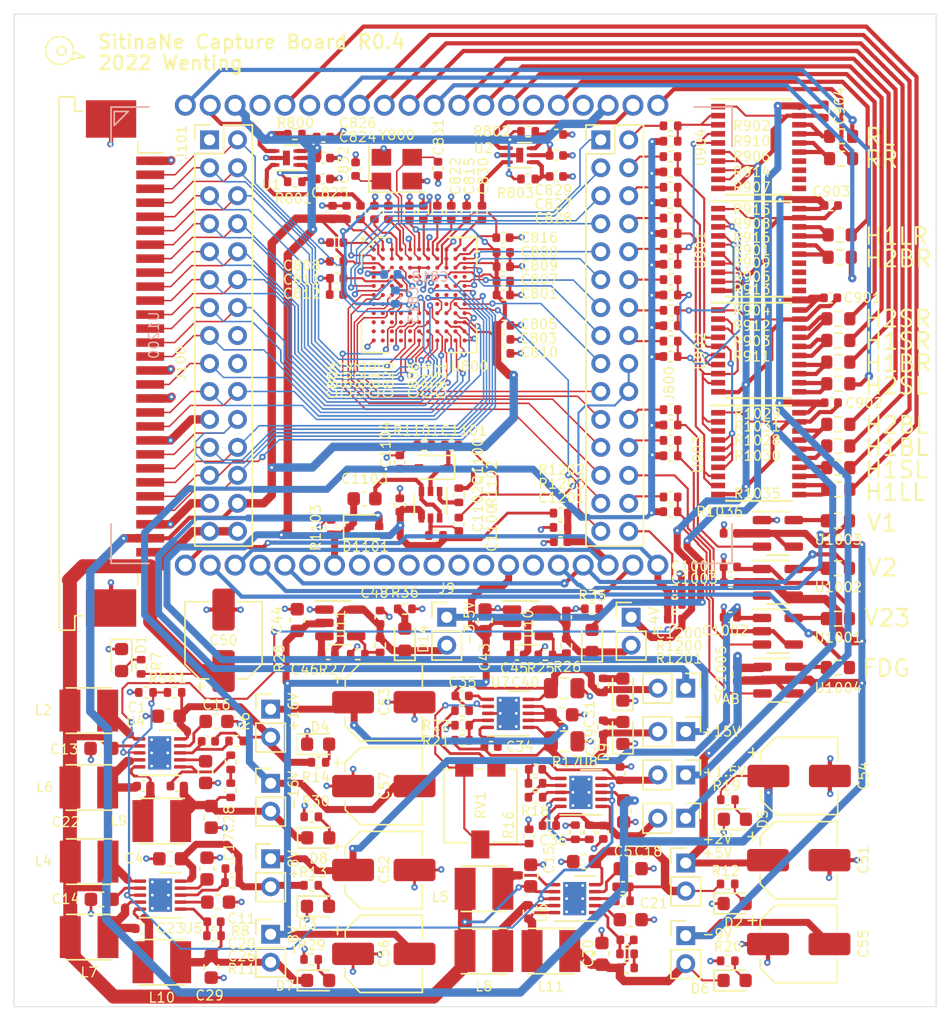
<source format=kicad_pcb>
(kicad_pcb (version 20211014) (generator pcbnew)
  (title_block (rev "0.3"))
  (layers (0 "F.Cu" signal) (1 "In1.Cu" power) (2 "In2.Cu" power) (31 "B.Cu" signal) (34 "B.Paste" user) (35 "F.Paste" user) (36 "B.SilkS" user "B.Silkscreen") (37 "F.SilkS" user "F.Silkscreen") (38 "B.Mask" user) (39 "F.Mask" user) (44 "Edge.Cuts" user))
  (net 0 "")
  (net 1 "GND")
  (net 2 "+8V")
  (net 3 "+5V")
  (net 4 "Net-(C10-Pad1)")
  (net 5 "Net-(C11-Pad1)")
  (net 6 "Net-(C12-Pad1)")
  (net 7 "+SYS")
  (net 8 "Net-(C16-Pad1)")
  (net 9 "Net-(C17-Pad1)")
  (net 10 "Net-(C18-Pad1)")
  (net 11 "Net-(C19-Pad1)")
  (net 12 "Net-(C20-Pad1)")
  (net 13 "Net-(C21-Pad1)")
  (net 14 "Net-(C22-Pad2)")
  (net 15 "Net-(C22-Pad1)")
  (net 16 "Net-(C23-Pad2)")
  (net 17 "Net-(C23-Pad1)")
  (net 18 "Net-(C24-Pad2)")
  (net 19 "Net-(C24-Pad1)")
  (net 20 "Net-(C25-Pad2)")
  (net 21 "Net-(C26-Pad2)")
  (net 22 "-8V")
  (net 23 "Net-(C27-Pad2)")
  (net 24 "-9V")
  (net 25 "+3V3")
  (net 26 "Net-(C34-Pad2)")
  (net 27 "+15V")
  (net 28 "Net-(C35-Pad2)")
  (net 29 "VAB")
  (net 30 "Net-(C36-Pad2)")
  (net 31 "+2V")
  (net 32 "Net-(C37-Pad2)")
  (net 33 "+1V5")
  (net 34 "-4V")
  (net 35 "Net-(C45-Pad1)")
  (net 36 "-3V5")
  (net 37 "Net-(C46-Pad1)")
  (net 38 "/afe/AVDDA")
  (net 39 "Net-(C819-Pad1)")
  (net 40 "Net-(C820-Pad1)")
  (net 41 "Net-(C821-Pad1)")
  (net 42 "Net-(C822-Pad1)")
  (net 43 "Net-(C823-Pad2)")
  (net 44 "Net-(C823-Pad1)")
  (net 45 "Net-(C825-Pad1)")
  (net 46 "Net-(C826-Pad1)")
  (net 47 "Net-(C828-Pad1)")
  (net 48 "Net-(C829-Pad1)")
  (net 49 "Net-(C830-Pad2)")
  (net 50 "Net-(C830-Pad1)")
  (net 51 "/afe/AFE_RG_B")
  (net 52 "/afe/AFE_RG_A")
  (net 53 "/afe/AFE_HL_B")
  (net 54 "/afe/AFE_H2_B")
  (net 55 "/afe/AFE_H1_B")
  (net 56 "/afe/AFE_H1_A")
  (net 57 "/afe/AFE_H2_A")
  (net 58 "+16V")
  (net 59 "/afe/AFE_HL_A")
  (net 60 "/ccd/V2")
  (net 61 "/afe/CLO")
  (net 62 "/afe/CLI")
  (net 63 "Net-(C1001-Pad2)")
  (net 64 "/ccd/FDG")
  (net 65 "-16V")
  (net 66 "/afe/GPO1_STROBE")
  (net 67 "Net-(C1100-Pad1)")
  (net 68 "Net-(C1101-Pad1)")
  (net 69 "Net-(C1103-Pad2)")
  (net 70 "/ccd/VSUB")
  (net 71 "/afe/RGA")
  (net 72 "/ccd/VOD")
  (net 73 "/ccd/VRD")
  (net 74 "/afe/AFE_V2_3rd")
  (net 75 "/afe/AFE_V2")
  (net 76 "/afe/AFE_V1")
  (net 77 "/afe/AFE_FDG")
  (net 78 "/afe/AVDDB")
  (net 79 "/connector/CSI_PCLK")
  (net 80 "/connector/CSI_VSYNC")
  (net 81 "/connector/CSI_HSYNC")
  (net 82 "/connector/AFE_SL")
  (net 83 "/connector/AFE_SCK")
  (net 84 "/connector/AFE_RST")
  (net 85 "/connector/AFE_SYNC")
  (net 86 "/afe/CSI_D13")
  (net 87 "/afe/CSI_D12")
  (net 88 "/afe/CSI_D11")
  (net 89 "/afe/CSI_D10")
  (net 90 "/afe/CSI_D9")
  (net 91 "/afe/CSI_D8")
  (net 92 "/afe/CSI_D7")
  (net 93 "/afe/CSI_D6")
  (net 94 "/afe/CSI_D5")
  (net 95 "/afe/CSI_D4")
  (net 96 "/afe/CSI_D3")
  (net 97 "/afe/CSI_D2")
  (net 98 "/afe/CSI_D1")
  (net 99 "/afe/CSI_D0")
  (net 100 "Net-(L2-Pad2)")
  (net 101 "Net-(L4-Pad2)")
  (net 102 "Net-(L5-Pad2)")
  (net 103 "Net-(Q1100-Pad1)")
  (net 104 "Net-(R1-Pad1)")
  (net 105 "Net-(R10-Pad2)")
  (net 106 "Net-(R3-Pad1)")
  (net 107 "Net-(R15-Pad2)")
  (net 108 "Net-(R16-Pad1)")
  (net 109 "Net-(R17-Pad1)")
  (net 110 "Net-(R21-Pad1)")
  (net 111 "Net-(R23-Pad1)")
  (net 112 "Net-(R25-Pad2)")
  (net 113 "Net-(R27-Pad2)")
  (net 114 "/afe/CCDIN_A")
  (net 115 "/afe/CCDIN_B")
  (net 116 "/power/CCD_PWR_EN")
  (net 117 "/ccd/H1BINR")
  (net 118 "/ccd/H2BR")
  (net 119 "/ccd/H1BR")
  (net 120 "/ccd/H1SR")
  (net 121 "/ccd/H2SR")
  (net 122 "/ccd/H2SL")
  (net 123 "/ccd/H1SL")
  (net 124 "/ccd/H1BL")
  (net 125 "/ccd/H2BL")
  (net 126 "/ccd/H1BINL")
  (net 127 "/ccd/RR")
  (net 128 "/ccd/RL")
  (net 129 "/ccd/V1")
  (net 130 "Net-(D1-Pad2)")
  (net 131 "Net-(D2-Pad2)")
  (net 132 "Net-(D3-Pad2)")
  (net 133 "Net-(D4-Pad2)")
  (net 134 "Net-(D5-Pad2)")
  (net 135 "Net-(D6-Pad2)")
  (net 136 "Net-(D7-Pad2)")
  (net 137 "Net-(D8-Pad2)")
  (net 138 "Net-(D9-Pad2)")
  (net 139 "Net-(D10-Pad2)")
  (net 140 "/afe/H1A")
  (net 141 "/afe/H2A")
  (net 142 "Net-(D13-Pad2)")
  (net 143 "Net-(D14-Pad2)")
  (net 144 "/connector/AFE_SDATA")
  (net 175 "Net-(R901-Pad2)")
  (net 176 "Net-(R902-Pad2)")
  (net 177 "Net-(R903-Pad2)")
  (net 178 "Net-(R904-Pad2)")
  (net 179 "Net-(R905-Pad2)")
  (net 180 "Net-(R906-Pad2)")
  (net 181 "Net-(R907-Pad2)")
  (net 182 "Net-(R908-Pad2)")
  (net 183 "/afe/HLA")
  (net 184 "/afe/RGB")
  (net 185 "/afe/H1B")
  (net 186 "/afe/H2B")
  (net 187 "/afe/HLB")
  (net 188 "/afe/STB")
  (net 189 "/afe/SUB")
  (net 190 "/afe/V1")
  (net 191 "/afe/V2")
  (net 192 "/afe/V23")
  (net 193 "/afe/FDG")
  (net 194 "/afe/PEN")
  (net 195 "Net-(R917-Pad2)")
  (net 196 "Net-(R918-Pad2)")
  (net 197 "Net-(R919-Pad2)")
  (net 198 "Net-(R920-Pad2)")
  (net 199 "Net-(R921-Pad2)")
  (net 200 "Net-(R922-Pad2)")
  (net 201 "Net-(R923-Pad2)")
  (net 202 "Net-(R924-Pad2)")
  (net 203 "Net-(R925-Pad2)")
  (net 204 "Net-(R926-Pad2)")
  (net 205 "Net-(R927-Pad2)")
  (net 206 "Net-(R928-Pad2)")
  (net 215 "Net-(R1028-Pad2)")
  (net 216 "Net-(R1029-Pad2)")
  (net 217 "Net-(R1032-Pad2)")
  (net 218 "Net-(R1033-Pad2)")
  (net 219 "Net-(R1034-Pad2)")
  (net 220 "Net-(R1035-Pad2)")
  (net 221 "Net-(R1037-Pad2)")
  (net 222 "/power/16V_P")
  (net 223 "/power/8V_P")
  (net 224 "/power/5V_P")
  (net 225 "/power/M16V_P")
  (net 226 "/power/M8V_P")
  (net 227 "/power/M9V_P")
  (net 228 "/power/15V_P")
  (net 229 "/power/VAB_P")
  (net 230 "/power/2V_P")
  (net 231 "/power/1V5_P")
  (net 232 "/power/M4V_P")
  (net 233 "/power/M3V5_P")
  (footprint "Crystal:Crystal_SMD_3225-4Pin_3.2x2.5mm" (layer "F.Cu") (at 140.4 89.1)
    (fp_text reference "Y800")
    (fp_text value "24MHz")
  )
  (footprint "Package_SO:SSOP-20_4.4x6.5mm_P0.65mm" (layer "F.Cu") (at 166.3 94.85)
    (fp_text reference "U901")
    (fp_text value "74AC541")
  )
  (footprint "Package_SO:SSOP-20_4.4x6.5mm_P0.65mm" (layer "F.Cu") (at 166.3 102.1)
    (fp_text reference "U902")
    (fp_text value "74AC541")
  )
  (footprint "Package_DFN_QFN:DFN-10-1EP_3x3mm_P0.5mm_EP1.65x2.38mm_ThermalVias" (layer "F.Cu") (at 153.58 133.675)
    (fp_text reference "U8")
    (fp_text value "LT3023")
  )
  (footprint "Package_DFN_QFN:DFN-10-1EP_3x3mm_P0.5mm_EP1.65x2.38mm_ThermalVias" (layer "F.Cu") (at 153.13 141.275)
    (fp_text reference "U6")
    (fp_text value "LT3472")
  )
  (footprint "Resistor_SMD:R_0402_1005Metric" (layer "F.Cu") (at 152.125 113.7)
    (fp_text reference "R1202")
    (fp_text value "100K/1%")
  )
  (footprint "Resistor_SMD:R_0402_1005Metric" (layer "F.Cu") (at 143.2 115.3 180)
    (fp_text reference "R1100" hide)
    (fp_text value "10K/1%")
  )
  (footprint "Resistor_SMD:R_0402_1005Metric" (layer "F.Cu") (at 142.37 108.84 180)
    (fp_text reference "R1101")
    (fp_text value "10K/1%")
  )
  (footprint "Resistor_SMD:R_0402_1005Metric" (layer "F.Cu") (at 152.125 114.725 180)
    (fp_text reference "R1203")
    (fp_text value "316K/1%")
  )
  (footprint "Resistor_SMD:R_0402_1005Metric" (layer "F.Cu") (at 144.84 112.425 90)
    (fp_text reference "R1102")
    (fp_text value "0")
  )
  (footprint "Resistor_SMD:R_0402_1005Metric" (layer "F.Cu") (at 160.3 120.225 180)
    (fp_text reference "R1200")
    (fp_text value "150K/1%")
  )
  (footprint "Footprints:DFN-6-1EP_1.6x1.6mm_P0.5mm_EP0.5x1.05mm" (layer "F.Cu") (at 132.5 88.3)
    (fp_text reference "U1")
    (fp_text value "ADA4800")
  )
  (footprint "Resistor_SMD:R_0402_1005Metric" (layer "F.Cu") (at 135.7 114.7 90)
    (fp_text reference "R1103")
    (fp_text value "10K/1%")
  )
  (footprint "Package_TO_SOT_SMD:TSOT-23-5" (layer "F.Cu") (at 149.785 121.55)
    (fp_text reference "U10")
    (fp_text value "LT1964-BYP")
  )
  (footprint "Package_TO_SOT_SMD:TSOT-23-5" (layer "F.Cu") (at 136.355 121.55)
    (fp_text reference "U11")
    (fp_text value "LT1964-BYP")
  )
  (footprint "Resistor_SMD:R_0402_1005Metric" (layer "F.Cu") (at 133.1 90)
    (fp_text reference "R801")
    (fp_text value "49.9K/1%")
  )
  (footprint "Resistor_SMD:R_0402_1005Metric" (layer "F.Cu") (at 137.605 123.8)
    (fp_text reference "R27")
    (fp_text value "150K/1%")
  )
  (footprint "Resistor_SMD:R_0402_1005Metric" (layer "F.Cu") (at 133.1 86.6)
    (fp_text reference "R800")
    (fp_text value "49.9K/1%")
  )
  (footprint "Resistor_SMD:R_0402_1005Metric" (layer "F.Cu") (at 151.035 123.85)
    (fp_text reference "R25")
    (fp_text value "49.9K/1%")
  )
  (footprint "Resistor_SMD:R_0402_1005Metric" (layer "F.Cu") (at 156.59 141.43)
    (fp_text reference "R9" hide)
    (fp_text value "150K/1%")
  )
  (footprint "Resistor_SMD:R_0402_1005Metric" (layer "F.Cu") (at 139.205 123.15 90)
    (fp_text reference "R28")
    (fp_text value "287K/1%")
  )
  (footprint "Resistor_SMD:R_0402_1005Metric" (layer "F.Cu") (at 154.18 136.525 90)
    (fp_text reference "R23" hide)
    (fp_text value "150K/1%")
  )
  (footprint "Resistor_SMD:R_0402_1005Metric" (layer "F.Cu") (at 152.535 123.2 90)
    (fp_text reference "R26")
    (fp_text value "115K/1%")
  )
  (footprint "Resistor_SMD:R_0402_1005Metric" (layer "F.Cu") (at 150.33 133.025 180)
    (fp_text reference "R17")
    (fp_text value "49.9K/1%")
  )
  (footprint "Resistor_SMD:R_0402_1005Metric" (layer "F.Cu") (at 153.18 136.525 -90)
    (fp_text reference "R24" hide)
    (fp_text value "200K/1%")
  )
  (footprint "Resistor_SMD:R_0402_1005Metric" (layer "F.Cu") (at 150.33 134.025 180)
    (fp_text reference "R18")
    (fp_text value "200K/1%")
  )
  (footprint "Resistor_SMD:R_0402_1005Metric" (layer "F.Cu") (at 156.88 146.225)
    (fp_text reference "R4" hide)
    (fp_text value "49.9K/1%")
  )
  (footprint "Package_TO_SOT_SMD:SOT-363_SC-70-6" (layer "F.Cu") (at 142.815 113.1 -90)
    (fp_text reference "Q1100")
    (fp_text value "BC847BPN")
  )
  (footprint "Diode_SMD:D_SOD-323" (layer "F.Cu") (at 138.09 114.675)
    (fp_text reference "D1101")
    (fp_text value "B0540W")
  )
  (footprint "Footprints:L_1212" (layer "F.Cu") (at 146.63 145.025 180)
    (fp_text reference "L8")
    (fp_text value "47uH")
  )
  (footprint "Capacitor_SMD:C_0402_1005Metric" (layer "F.Cu") (at 144.32 108.84)
    (fp_text reference "C1101")
    (fp_text value "100nF/25V")
  )
  (footprint "Diode_SMD:D_SOD-323" (layer "F.Cu") (at 143.04 110.425 180)
    (fp_text reference "D1100" hide)
    (fp_text value "B0540W")
  )
  (footprint "Capacitor_SMD:C_0402_1005Metric" (layer "F.Cu") (at 140.615 110.05 90)
    (fp_text reference "C1104")
    (fp_text value "100nF/25V")
  )
  (footprint "Capacitor_SMD:C_0402_1005Metric" (layer "F.Cu") (at 144.84 114.5 90)
    (fp_text reference "C1100")
    (fp_text value "100nF/25V")
  )
  (footprint "Footprints:L_1212" (layer "F.Cu") (at 151.43 145.025 180)
    (fp_text reference "L11")
    (fp_text value "47uH")
  )
  (footprint "Connector_FFC-FPC:TE_3-84952-0_1x30-1MP_P1.0mm_Horizontal" (layer "F.Cu") (at 120.95 103 -90)
    (fp_text reference "J100")
    (fp_text value "40P FPC")
  )
  (footprint "Capacitor_SMD:C_0402_1005Metric" (layer "F.Cu") (at 152.125 115.75 180)
    (fp_text reference "C1201")
    (fp_text value "100nF/25V")
  )
  (footprint "Capacitor_SMD:C_0402_1005Metric" (layer "F.Cu") (at 140.615 113.125 -90)
    (fp_text reference "C1102")
    (fp_text value "100nF/25V")
  )
  (footprint "Capacitor_SMD:C_0603_1608Metric" (layer "F.Cu") (at 138.09 112.675)
    (fp_text reference "C1103")
    (fp_text value "1uF/25V")
  )
  (footprint "Resistor_SMD:R_0402_1005Metric" (layer "F.Cu") (at 156.88 145.225 180)
    (fp_text reference "R3" hide)
    (fp_text value "316K/1%")
  )
  (footprint "Footprints:L_1212" (layer "F.Cu") (at 146.64 140.57)
    (fp_text reference "L5")
    (fp_text value "22uH")
  )
  (footprint "Capacitor_SMD:C_0402_1005Metric" (layer "F.Cu") (at 160.3 119.2 180)
    (fp_text reference "C1200")
    (fp_text value "100nF/25V")
  )
  (footprint "Capacitor_SMD:C_0402_1005Metric" (layer "F.Cu") (at 164.275 117.55)
    (fp_text reference "C1001")
    (fp_text value "10nF")
  )
  (footprint "Capacitor_SMD:C_0402_1005Metric" (layer "F.Cu") (at 171.5 105.8 180)
    (fp_text reference "C902")
    (fp_text value "100nF/25V")
  )
  (footprint "Capacitor_SMD:C_0402_1005Metric" (layer "F.Cu") (at 137.45 89.1 -90)
    (fp_text reference "C832")
    (fp_text value "18pF")
  )
  (footprint "Capacitor_SMD:C_0402_1005Metric" (layer "F.Cu") (at 138.8 92.2 90)
    (fp_text reference "C819")
    (fp_text value "1uF")
  )
  (footprint "Capacitor_SMD:C_0402_1005Metric" (layer "F.Cu") (at 151.82 88.12)
    (fp_text reference "C827")
    (fp_text value "100nF/25V")
  )
  (footprint "Capacitor_SMD:C_0402_1005Metric" (layer "F.Cu") (at 135.14 89.8)
    (fp_text reference "C825")
    (fp_text value "100nF/25V")
  )
  (footprint "Capacitor_SMD:C_0402_1005Metric" (layer "F.Cu") (at 139.8 92.2 90)
    (fp_text reference "C820")
    (fp_text value "1uF")
  )
  (footprint "Capacitor_SMD:C_0402_1005Metric" (layer "F.Cu") (at 135.14 88.3)
    (fp_text reference "C824")
    (fp_text value "100nF/25V")
  )
  (footprint "Capacitor_SMD:C_0402_1005Metric" (layer "F.Cu") (at 164.775 125.25 90)
    (fp_text reference "C1005")
    (fp_text value "100nF/25V")
  )
  (footprint "Capacitor_SMD:C_0402_1005Metric" (layer "F.Cu") (at 164.275 115.15)
    (fp_text reference "C1004" hide)
    (fp_text value "100nF/25V")
  )
  (footprint "Capacitor_SMD:C_0402_1005Metric" (layer "F.Cu") (at 164.29 118.65)
    (fp_text reference "C1003")
    (fp_text value "100nF/25V")
  )
  (footprint "Capacitor_SMD:C_0402_1005Metric" (layer "F.Cu") (at 143.35 89.05 90)
    (fp_text reference "C831")
    (fp_text value "18pF")
  )
  (footprint "Capacitor_SMD:C_0402_1005Metric" (layer "F.Cu") (at 151.82 89.62)
    (fp_text reference "C828")
    (fp_text value "100nF/25V")
  )
  (footprint "Capacitor_SMD:C_0402_1005Metric" (layer "F.Cu") (at 151.82 86.62)
    (fp_text reference "C829")
    (fp_text value "100nF/25V")
  )
  (footprint "Capacitor_SMD:C_0402_1005Metric" (layer "F.Cu") (at 144.3 92.2 90)
    (fp_text reference "C822")
    (fp_text value "1uF")
  )
  (footprint "Capacitor_SMD:C_0402_1005Metric" (layer "F.Cu") (at 143.3 92.2 90)
    (fp_text reference "C821")
    (fp_text value "1uF")
  )
  (footprint "Capacitor_SMD:C_0402_1005Metric" (layer "F.Cu") (at 164.275 121.15)
    (fp_text reference "C1002")
    (fp_text value "100nF/25V")
  )
  (footprint "Capacitor_SMD:C_0402_1005Metric" (layer "F.Cu") (at 135.14 86.8)
    (fp_text reference "C826")
    (fp_text value "100nF/25V")
  )
  (footprint "Capacitor_SMD:C_0402_1005Metric" (layer "F.Cu") (at 171.45 98.3 180)
    (fp_text reference "C901")
    (fp_text value "100nF/25V")
  )
  (footprint "Capacitor_SMD:C_0402_1005Metric" (layer "F.Cu") (at 152.535 121.15 90)
    (fp_text reference "C47" hide)
    (fp_text value "10uF/6.3V")
  )
  (footprint "Capacitor_SMD:C_0402_1005Metric" (layer "F.Cu") (at 135.49 123.81)
    (fp_text reference "C46")
    (fp_text value "10nF")
  )
  (footprint "Capacitor_SMD:C_0402_1005Metric" (layer "F.Cu") (at 149.005 123.85)
    (fp_text reference "C45")
    (fp_text value "10nF")
  )
  (footprint "Capacitor_SMD:C_0603_1608Metric" (layer "F.Cu") (at 146.715 121.375 90)
    (fp_text reference "C43")
    (fp_text value "2.2uF/25V")
  )
  (footprint "Capacitor_SMD:C_0402_1005Metric" (layer "F.Cu") (at 156.38 132.325 90)
    (fp_text reference "C42" hide)
    (fp_text value "10uF/6.3V")
  )
  (footprint "Capacitor_SMD:C_0402_1005Metric" (layer "F.Cu") (at 155.18 136.525 -90)
    (fp_text reference "C41" hide)
    (fp_text value "10uF/6.3V")
  )
  (footprint "Capacitor_SMD:C_0402_1005Metric" (layer "F.Cu") (at 150.33 132.025)
    (fp_text reference "C37" hide)
    (fp_text value "10nF")
  )
  (footprint "Capacitor_SMD:C_0402_1005Metric" (layer "F.Cu") (at 151.32 136.05 180)
    (fp_text reference "C36")
    (fp_text value "10nF")
  )
  (footprint "Capacitor_SMD:C_0402_1005Metric" (layer "F.Cu") (at 149.82 142.22 90)
    (fp_text reference "C24" hide)
    (fp_text value "1uF")
  )
  (footprint "Capacitor_SMD:C_0603_1608Metric" (layer "F.Cu") (at 149.98 139.625 90)
    (fp_text reference "C15")
    (fp_text value "2.2uF/25V")
  )
  (footprint "Capacitor_SMD:C_0402_1005Metric" (layer "F.Cu") (at 156.59 140.43)
    (fp_text reference "C12" hide)
    (fp_text value "10pF")
  )
  (footprint "Capacitor_SMD:C_0402_1005Metric" (layer "F.Cu") (at 139.205 121.15 90)
    (fp_text reference "C48")
    (fp_text value "10uF/6.3V")
  )
  (footprint "Capacitor_SMD:C_0603_1608Metric" (layer "F.Cu") (at 133.275 121.35 90)
    (fp_text reference "C44")
    (fp_text value "2.2uF/25V")
  )
  (footprint "Capacitor_SMD:C_0402_1005Metric" (layer "F.Cu") (at 156.88 144.225 180)
    (fp_text reference "C27" hide)
    (fp_text value "10pF")
  )
  (footprint "Capacitor_SMD:C_0603_1608Metric" (layer "F.Cu") (at 157.14 142.78)
    (fp_text reference "C21")
    (fp_text value "2.2uF/25V")
  )
  (footprint "Capacitor_SMD:C_0603_1608Metric" (layer "F.Cu") (at 155.08 145.225 90)
    (fp_text reference "C30")
    (fp_text value "2.2uF/25V")
  )
  (footprint "Capacitor_SMD:C_0603_1608Metric" (layer "F.Cu") (at 157.14 139.13)
    (fp_text reference "C18")
    (fp_text value "2.2uF/25V")
  )
  (footprint "Capacitor_SMD:C_0603_1608Metric" (layer "F.Cu") (at 156.64 135.025 -90)
    (fp_text reference "C32" hide)
    (fp_text value "2.2uF/25V")
  )
  (footprint "Package_SO:SSOP-20_4.4x6.5mm_P0.65mm" (layer "F.Cu") (at 166.3 109.45)
    (fp_text reference "U903")
    (fp_text value "74AC541")
  )
  (footprint "Footprints:BGA-112_11x11_8.0x8.0mm" (layer "F.Cu") (at 142 98.1)
    (fp_text reference "U800")
    (fp_text value "AD9990")
  )
  (footprint "Capacitor_SMD:C_0402_1005Metric" (layer "F.Cu") (at 136.1 96.9)
    (fp_text reference "C811")
    (fp_text value "100nF/25V")
  )
  (footprint "Capacitor_SMD:C_0402_1005Metric" (layer "F.Cu") (at 136.1 95.7)
    (fp_text reference "C808")
    (fp_text value "100nF/25V")
  )
  (footprint "Capacitor_SMD:C_0402_1005Metric" (layer "F.Cu") (at 136.08 98.07)
    (fp_text reference "C812")
    (fp_text value "10uF/6.3V")
  )
  (footprint "Capacitor_SMD:C_0402_1005Metric" (layer "F.Cu") (at 148.05 101.275 180)
    (fp_text reference "C803")
    (fp_text value "100nF/25V")
  )
  (footprint "Capacitor_SMD:C_0402_1005Metric" (layer "F.Cu") (at 148 94 180)
    (fp_text reference "C816")
    (fp_text value "10uF/6.3V")
  )
  (footprint "Capacitor_SMD:C_0402_1005Metric" (layer "F.Cu") (at 145.4 92.2 -90)
    (fp_text reference "C815")
    (fp_text value "100nF/25V")
  )
  (footprint "Capacitor_SMD:C_0402_1005Metric" (layer "F.Cu") (at 148.025 95.05 180)
    (fp_text reference "C800")
    (fp_text value "100nF/25V")
  )
  (footprint "Capacitor_SMD:C_0402_1005Metric" (layer "F.Cu") (at 148.055 100.275 180)
    (fp_text reference "C805")
    (fp_text value "100nF/25V")
  )
  (footprint "Capacitor_SMD:C_0402_1005Metric" (layer "F.Cu") (at 141.3 92.2 -90)
    (fp_text reference "C806")
    (fp_text value "100nF/25V")
  )
  (footprint "Capacitor_SMD:C_0402_1005Metric" (layer "F.Cu") (at 148.025 96.075 180)
    (fp_text reference "C809")
    (fp_text value "100nF/25V")
  )
  (footprint "Capacitor_SMD:C_0402_1005Metric" (layer "F.Cu") (at 136.1 94.35)
    (fp_text reference "C817" hide)
    (fp_text value "100nF/25V")
  )
  (footprint "Capacitor_SMD:C_0402_1005Metric" (layer "F.Cu") (at 135.8 92.2 -90)
    (fp_text reference "C804")
    (fp_text value "10uF/6.3V")
  )
  (footprint "Capacitor_SMD:C_0402_1005Metric" (layer "F.Cu") (at 142.3 92.2 -90)
    (fp_text reference "C814")
    (fp_text value "100nF/25V")
  )
  (footprint "Capacitor_SMD:C_0402_1005Metric" (layer "F.Cu") (at 148.05 102.275 180)
    (fp_text reference "C810")
    (fp_text value "10uF/6.3V")
  )
  (footprint "Capacitor_SMD:C_0402_1005Metric" (layer "F.Cu") (at 148.025 97.1 180)
    (fp_text reference "C807")
    (fp_text value "100nF/25V")
  )
  (footprint "Capacitor_SMD:C_0402_1005Metric" (layer "F.Cu") (at 148.025 98.1 180)
    (fp_text reference "C801")
    (fp_text value "10uF/6.3V")
  )
  (footprint "Capacitor_SMD:C_0402_1005Metric" (layer "F.Cu") (at 136.8 92.2 -90)
    (fp_text reference "C802")
    (fp_text value "100nF/25V")
  )
  (footprint "Capacitor_SMD:C_0402_1005Metric" (layer "F.Cu") (at 146.5 92.2 90)
    (fp_text reference "C830")
    (fp_text value "100nF/25V")
  )
  (footprint "Resistor_SMD:R_0402_1005Metric" (layer "F.Cu") (at 149.8 89.8)
    (fp_text reference "R803")
    (fp_text value "49.9K/1%")
  )
  (footprint "Resistor_SMD:R_0402_1005Metric" (layer "F.Cu") (at 149.87 136.825 90)
    (fp_text reference "R16")
    (fp_text value "10K/1%")
  )
  (footprint "Resistor_SMD:R_0402_1005Metric" (layer "F.Cu") (at 145.075 129.95 180)
    (fp_text reference "R21")
    (fp_text value "115K/1%")
  )
  (footprint "Resistor_SMD:R_0402_1005Metric" (layer "F.Cu") (at 145.075 128.875)
    (fp_text reference "R22")
    (fp_text value "10K/1%")
  )
  (footprint "Resistor_SMD:R_0402_1005Metric" (layer "F.Cu") (at 149.8 86.4)
    (fp_text reference "R802")
    (fp_text value "49.9K/1%")
  )
  (footprint "Resistor_SMD:R_0402_1005Metric" (layer "F.Cu") (at 128.615 140.125)
    (fp_text reference "R8")
    (fp_text value "270K/1%")
  )
  (footprint "Resistor_SMD:R_0402_1005Metric" (layer "F.Cu") (at 128.515 131.525 90)
    (fp_text reference "R2" hide)
    (fp_text value "49.9K/1%")
  )
  (footprint "Resistor_SMD:R_0402_1005Metric" (layer "F.Cu") (at 127.315 143.925 180)
    (fp_text reference "R11")
    (fp_text value "316K/1%")
  )
  (footprint "Footprints:L_1212" (layer "F.Cu") (at 123.58 145.825 180)
    (fp_text reference "L10")
    (fp_text value "47uH")
  )
  (footprint "Resistor_SMD:R_0402_1005Metric" (layer "F.Cu") (at 128.9 130)
    (fp_text reference "R6")
    (fp_text value "590K/1%")
  )
  (footprint "Resistor_SMD:R_0402_1005Metric" (layer "F.Cu") (at 145.075 127.825 180)
    (fp_text reference "R15" hide)
    (fp_text value "49.9K/1%")
  )
  (footprint "Resistor_SMD:R_0402_1005Metric" (layer "F.Cu") (at 128.515 133.525 90)
    (fp_text reference "R10" hide)
    (fp_text value "590K/1%")
  )
  (footprint "Footprints:L_1212" (layer "F.Cu") (at 123.58 135.725 180)
    (fp_text reference "L9")
    (fp_text value "47uH")
  )
  (footprint "Footprints:L_1212" (layer "F.Cu") (at 118.38 138.625)
    (fp_text reference "L4")
    (fp_text value "22uH")
  )
  (footprint "Footprints:L_1212" (layer "F.Cu") (at 118.38 144.025 180)
    (fp_text reference "L7")
    (fp_text value "47uH")
  )
  (footprint "Capacitor_SMD:C_0805_2012Metric" (layer "F.Cu") (at 152.38 126.225)
    (fp_text reference "C40")
    (fp_text value "10uF/25V")
  )
  (footprint "Capacitor_SMD:C_0805_2012Metric" (layer "F.Cu") (at 152.38 130.025)
    (fp_text reference "C39")
    (fp_text value "10uF/25V")
  )
  (footprint "Capacitor_SMD:C_0603_1608Metric" (layer "F.Cu") (at 119.28 141.325 180)
    (fp_text reference "C14")
    (fp_text value "2.2uF/25V")
  )
  (footprint "Capacitor_SMD:C_0603_1608Metric" (layer "F.Cu") (at 124.18 138.425 180)
    (fp_text reference "C4")
    (fp_text value "2.2uF/25V")
  )
  (footprint "Capacitor_SMD:C_0603_1608Metric" (layer "F.Cu") (at 127.615 141.525)
    (fp_text reference "C20")
    (fp_text value "2.2uF/25V")
  )
  (footprint "Capacitor_SMD:C_0402_1005Metric" (layer "F.Cu") (at 127.315 142.925 180)
    (fp_text reference "C26")
    (fp_text value "10pF")
  )
  (footprint "Capacitor_SMD:C_0603_1608Metric" (layer "F.Cu") (at 127.115 146.15 -90)
    (fp_text reference "C29")
    (fp_text value "2.2uF/25V")
  )
  (footprint "Capacitor_SMD:C_0603_1608Metric" (layer "F.Cu") (at 152.18 128.125)
    (fp_text reference "C31")
    (fp_text value "2.2uF/25V")
  )
  (footprint "Capacitor_SMD:C_0603_1608Metric" (layer "F.Cu") (at 127.115 135.425 -90)
    (fp_text reference "C28")
    (fp_text value "2.2uF/25V")
  )
  (footprint "Capacitor_SMD:C_0402_1005Metric" (layer "F.Cu") (at 147.15 130.4)
    (fp_text reference "C34")
    (fp_text value "10nF")
  )
  (footprint "Capacitor_SMD:C_0402_1005Metric" (layer "F.Cu") (at 122.18 143.425 180)
    (fp_text reference "C23")
    (fp_text value "1uF")
  )
  (footprint "Capacitor_SMD:C_0402_1005Metric" (layer "F.Cu") (at 128.615 139.125)
    (fp_text reference "C11")
    (fp_text value "10pF")
  )
  (footprint "Capacitor_SMD:C_0402_1005Metric" (layer "F.Cu") (at 145.075 126.775)
    (fp_text reference "C35")
    (fp_text value "10nF")
  )
  (footprint "Potentiometer_SMD:Potentiometer_Vishay_TS53YL_Vertical" (layer "F.Cu") (at 146.38 134.65 90)
    (fp_text reference "RV1")
    (fp_text value "100K")
  )
  (footprint "Capacitor_SMD:C_0402_1005Metric" (layer "F.Cu") (at 171.5 91.7 180)
    (fp_text reference "C903")
    (fp_text value "100nF/25V")
  )
  (footprint "Footprints:DFN-6-1EP_1.6x1.6mm_P0.5mm_EP0.5x1.05mm" (layer "F.Cu") (at 149.2 88.1)
    (fp_text reference "U2")
    (fp_text value "ADA4800")
  )
  (footprint "Resistor_SMD:R_0402_1005Metric" (layer "F.Cu") (at 160.3 121.275)
    (fp_text reference "R1201")
    (fp_text value "100K/1%")
  )
  (footprint "Package_DFN_QFN:DFN-10-1EP_3x3mm_P0.5mm_EP1.65x2.38mm_ThermalVias" (layer "F.Cu") (at 123.48 141.025)
    (fp_text reference "U5")
    (fp_text value "LT3472")
  )
  (footprint "Package_DFN_QFN:DFN-10-1EP_3x3mm_P0.5mm_EP1.65x2.38mm_ThermalVias" (layer "F.Cu") (at 148.38 128.025)
    (fp_text reference "U7")
    (fp_text value "LT3023")
  )
  (footprint "Capacitor_SMD:CP_Elec_5x4.5" (layer "F.Cu") (at 128 122.8 90)
    (fp_text reference "C50")
    (fp_text value "100uF/6.3V")
  )
  (footprint "Capacitor_SMD:CP_Elec_5x4.5" (layer "F.Cu") (at 169.17 138.525)
    (fp_text reference "C51")
    (fp_text value "47uF/16V")
  )
  (footprint "Capacitor_SMD:CP_Elec_5x4.5" (layer "F.Cu") (at 139.47 139.225)
    (fp_text reference "C52")
    (fp_text value "47uF/16V")
  )
  (footprint "Capacitor_SMD:CP_Elec_5x4.5" (layer "F.Cu") (at 139.47 127.225)
    (fp_text reference "C53")
    (fp_text value "33uF/25V")
  )
  (footprint "Capacitor_SMD:CP_Elec_5x4.5" (layer "F.Cu") (at 169.2 132.5)
    (fp_text reference "C54")
    (fp_text value "100uF/6.3V")
  )
  (footprint "Capacitor_SMD:CP_Elec_5x4.5" (layer "F.Cu") (at 169.17 144.525)
    (fp_text reference "C55")
    (fp_text value "47uF/16V")
  )
  (footprint "Capacitor_SMD:CP_Elec_5x4.5" (layer "F.Cu") (at 139.47 145.225)
    (fp_text reference "C56")
    (fp_text value "47uF/16V")
  )
  (footprint "Capacitor_SMD:CP_Elec_5x4.5" (layer "F.Cu") (at 139.47 133.225)
    (fp_text reference "C57")
    (fp_text value "47uF/16V")
  )
  (footprint "Package_DFN_QFN:DFN-10-1EP_3x3mm_P0.5mm_EP1.65x2.38mm_ThermalVias" (layer "F.Cu") (at 123.43 130.85)
    (fp_text reference "U4")
    (fp_text value "LT3472")
  )
  (footprint "Capacitor_SMD:C_0603_1608Metric" (layer "F.Cu") (at 126.715 132.225 -90)
    (fp_text reference "C19" hide)
    (fp_text value "2.2uF/25V")
  )
  (footprint "Capacitor_SMD:C_0402_1005Metric" (layer "F.Cu") (at 122.28 133.225 180)
    (fp_text reference "C22")
    (fp_text value "1uF")
  )
  (footprint "Capacitor_SMD:C_0603_1608Metric" (layer "F.Cu") (at 124.08 128.225 180)
    (fp_text reference "C1")
    (fp_text value "2.2uF/25V")
  )
  (footprint "Capacitor_SMD:C_0402_1005Metric" (layer "F.Cu") (at 126.915 130.025)
    (fp_text reference "C10" hide)
    (fp_text value "4.7pF")
  )
  (footprint "Capacitor_SMD:C_0402_1005Metric" (layer "F.Cu") (at 124.68 133.225 180)
    (fp_text reference "C25" hide)
    (fp_text value "10pF")
  )
  (footprint "Capacitor_SMD:C_0603_1608Metric" (layer "F.Cu") (at 119.255 130.525 180)
    (fp_text reference "C13")
    (fp_text value "2.2uF/25V")
  )
  (footprint "Capacitor_SMD:C_0603_1608Metric" (layer "F.Cu") (at 127.5 128.6)
    (fp_text reference "C16")
    (fp_text value "2.2uF/25V")
  )
  (footprint "Resistor_SMD:R_0402_1005Metric" (layer "F.Cu") (at 124.495 126.525)
    (fp_text reference "R1")
    (fp_text value "316K/1%")
  )
  (footprint "Footprints:L_1212" (layer "F.Cu") (at 118.355 133.325 180)
    (fp_text reference "L6")
    (fp_text value "47uH")
  )
  (footprint "Footprints:L_1212" (layer "F.Cu") (at 118.355 127.825)
    (fp_text reference "L2")
    (fp_text value "22uH")
  )
  (footprint "Resistor_SMD:R_0402_1005Metric" (layer "F.Cu") (at 122.445 126.525)
    (fp_text reference "R5")
    (fp_text value "49.9K/1%")
  )
  (footprint "Capacitor_SMD:C_0402_1005Metric" (layer "F.Cu") (at 137.8 92.2 90)
    (fp_text reference "C823")
    (fp_text value "100nF/25V")
  )
  (footprint "Capacitor_SMD:C_0603_1608Metric" (layer "F.Cu") (at 153.805 138.625 180)
    (fp_text reference "C5")
    (fp_text value "2.2uF/25V")
  )
  (footprint "Diode_SMD:D_0603_1608Metric" (layer "F.Cu") (at 164.58 141.625)
    (fp_text reference "D2")
    (fp_text value "LED")
  )
  (footprint "Diode_SMD:D_0603_1608Metric" (layer "F.Cu") (at 134.76 141.825)
    (fp_text reference "D3")
    (fp_text value "LED")
  )
  (footprint "Diode_SMD:D_0603_1608Metric" (layer "F.Cu") (at 134.77 130.225)
    (fp_text reference "D4")
    (fp_text value "LED")
  )
  (footprint "Diode_SMD:D_0603_1608Metric" (layer "F.Cu") (at 164.6 135.6)
    (fp_text reference "D5")
    (fp_text value "LED")
  )
  (footprint "Diode_SMD:D_0603_1608Metric" (layer "F.Cu") (at 164.58 147.125)
    (fp_text reference "D6")
    (fp_text value "LED")
  )
  (footprint "Diode_SMD:D_0603_1608Metric" (layer "F.Cu") (at 134.77 147.125)
    (fp_text reference "D7")
    (fp_text value "LED")
  )
  (footprint "Diode_SMD:D_0603_1608Metric" (layer "F.Cu") (at 134.7825 136.925)
    (fp_text reference "D8")
    (fp_text value "LED")
  )
  (footprint "Resistor_SMD:R_0402_1005Metric" (layer "F.Cu") (at 122.1 124.69 -90)
    (fp_text reference "R7")
    (fp_text value "3.3K")
  )
  (footprint "Resistor_SMD:R_0402_1005Metric" (layer "F.Cu") (at 164.08 140.225 180)
    (fp_text reference "R12")
    (fp_text value "3.3K")
  )
  (footprint "Resistor_SMD:R_0402_1005Metric" (layer "F.Cu") (at 134.27 140.325 180)
    (fp_text reference "R13")
    (fp_text value "4.7K")
  )
  (footprint "Resistor_SMD:R_0402_1005Metric" (layer "F.Cu") (at 134.8 131.525 180)
    (fp_text reference "R14")
    (fp_text value "10K")
  )
  (footprint "Resistor_SMD:R_0402_1005Metric" (layer "F.Cu") (at 164.1 134.2 180)
    (fp_text reference "R19")
    (fp_text value "2K")
  )
  (footprint "Resistor_SMD:R_0402_1005Metric" (layer "F.Cu") (at 164.09 145.725 180)
    (fp_text reference "R20")
    (fp_text value "4.7K")
  )
  (footprint "Resistor_SMD:R_0402_1005Metric" (layer "F.Cu") (at 134.27 145.625 180)
    (fp_text reference "R29")
    (fp_text value "4.7K")
  )
  (footprint "Resistor_SMD:R_0402_1005Metric" (layer "F.Cu") (at 134.28 135.425 180)
    (fp_text reference "R30")
    (fp_text value "10K")
  )
  (footprint "Diode_SMD:D_0603_1608Metric" (layer "F.Cu") (at 120.7 124.2125 -90)
    (fp_text reference "D1")
    (fp_text value "LED")
  )
  (footprint "Diode_SMD:D_0603_1608Metric" (layer "F.Cu") (at 156.58 129.425 90)
    (fp_text reference "D9")
    (fp_text value "LED")
  )
  (footprint "Diode_SMD:D_0603_1608Metric" (layer "F.Cu") (at 156.58 126.325 90)
    (fp_text reference "D10" hide)
    (fp_text value "LED")
  )
  (footprint "Diode_SMD:D_0603_1608Metric" (layer "F.Cu") (at 154.375 122.8375 90)
    (fp_text reference "D13" hide)
    (fp_text value "LED")
  )
  (footprint "Resistor_SMD:R_0402_1005Metric" (layer "F.Cu") (at 155.18 129.025 -90)
    (fp_text reference "R31" hide)
    (fp_text value "10K")
  )
  (footprint "Resistor_SMD:R_0402_1005Metric" (layer "F.Cu") (at 155.18 126.025 -90)
    (fp_text reference "R32" hide)
    (fp_text value "4.7K")
  )
  (footprint "Resistor_SMD:R_0402_1005Metric" (layer "F.Cu") (at 154.375 120.5475 180)
    (fp_text reference "R35")
    (fp_text value "3.3K")
  )
  (footprint "Resistor_SMD:R_0402_1005Metric" (layer "F.Cu") (at 140.975 120.55)
    (fp_text reference "R36")
    (fp_text value "2K")
  )
  (footprint "Diode_SMD:D_0603_1608Metric" (layer "F.Cu") (at 140.975 122.75 90)
    (fp_text reference "D14")
    (fp_text value "LED")
  )
  (footprint "Capacitor_SMD:C_0603_1608Metric" (layer "F.Cu") (at 126.815 139.125 90)
    (fp_text reference "C17")
    (fp_text value "2.2uF/25V")
  )
  (footprint "Resistor_SMD:R_0603_1608Metric" (layer "F.Cu") (at 172.1 95.4 180)
    (fp_text reference "R918" hide)
    (fp_text value "0.1")
  )
  (footprint "Connector_PinHeader_2.00mm:PinHeader_1x02_P2.00mm_Vertical" (layer "F.Cu") (at 131.37 127.725)
    (fp_text reference "J10" hide)
    (fp_text value "JMP")
  )
  (footprint "Resistor_SMD:R_0603_1608Metric" (layer "F.Cu") (at 171.975 121.25 180)
    (fp_text reference "R1032" hide)
    (fp_text value "0.1")
  )
  (footprint "Resistor_SMD:R_0603_1608Metric" (layer "F.Cu") (at 172 107.35 180)
    (fp_text reference "R923" hide)
    (fp_text value "0.1")
  )
  (footprint "Resistor_SMD:R_0402_1005Metric" (layer "F.Cu") (at 160 100.3 180)
    (fp_text reference "R912")
    (fp_text value "270K/1%")
  )
  (footprint "Connector_PinHeader_2.00mm:PinHeader_1x02_P2.00mm_Vertical" (layer "F.Cu") (at 131.37 133.025)
    (fp_text reference "J2" hide)
    (fp_text value "JMP")
  )
  (footprint "Connector_PinHeader_2.00mm:PinHeader_1x02_P2.00mm_Vertical" (layer "F.Cu") (at 161.08 129.325 -90)
    (fp_text reference "J4" hide)
    (fp_text value "JMP")
  )
  (footprint "Connector_PinHeader_2.00mm:PinHeader_1x02_P2.00mm_Vertical" (layer "F.Cu") (at 157.175 121.15)
    (fp_text reference "J8" hide)
    (fp_text value "JMP")
  )
  (footprint "Resistor_SMD:R_0402_1005Metric" (layer "F.Cu") (at 160 106.3)
    (fp_text reference "R1029")
    (fp_text value "330K/1%")
  )
  (footprint "Resistor_SMD:R_0402_1005Metric" (layer "F.Cu") (at 160.01 94.8)
    (fp_text reference "R901")
    (fp_text value "49.9K/1%")
  )
  (footprint "Resistor_SMD:R_0603_1608Metric" (layer "F.Cu") (at 172.1 93.8 180)
    (fp_text reference "R917" hide)
    (fp_text value "0.1")
  )
  (footprint "Resistor_SMD:R_0402_1005Metric" (layer "F.Cu") (at 160 99.2)
    (fp_text reference "R904")
    (fp_text value "49.9K/1%")
  )
  (footprint "Resistor_SMD:R_0402_1005Metric" (layer "F.Cu") (at 160 95.9 180)
    (fp_text reference "R909")
    (fp_text value "270K/1%")
  )
  (footprint "Resistor_SMD:R_0402_1005Metric" (layer "F.Cu") (at 160 93.7 180)
    (fp_text reference "R916")
    (fp_text value "270K/1%")
  )
  (footprint "Package_TO_SOT_SMD:SOT-23-5" (layer "F.Cu") (at 167.675 115.15)
    (fp_text reference "U1003")
    (fp_text value "UCC27517A")
  )
  (footprint "Resistor_SMD:R_0402_1005Metric" (layer "F.Cu") (at 159.99 113.6 180)
    (fp_text reference "R1036")
    (fp_text value "316K/1%")
  )
  (footprint "Package_TO_SOT_SMD:SOT-23-5" (layer "F.Cu") (at 167.675 118.65)
    (fp_text reference "U1002")
    (fp_text value "UCC27517A")
  )
  (footprint "Resistor_SMD:R_0402_1005Metric" (layer "F.Cu") (at 160 91.5 180)
    (fp_text reference "R915")
    (fp_text value "270K/1%")
  )
  (footprint "Resistor_SMD:R_0402_1005Metric" (layer "F.Cu") (at 160 109.6 180)
    (fp_text reference "R1030")
    (fp_text value "316K/1%")
  )
  (footprint "Connector_PinHeader_2.00mm:PinHeader_1x02_P2.00mm_Vertical" (layer "F.Cu") (at 131.37 138.425)
    (fp_text reference "J11" hide)
    (fp_text value "JMP")
  )
  (footprint "Connector_PinHeader_2.00mm:PinHeader_1x02_P2.00mm_Vertical" (layer "F.Cu") (at 131.37 143.825)
    (fp_text reference "J1" hide)
    (fp_text value "JMP")
  )
  (footprint "Package_SO:SSOP-20_4.4x6.5mm_P0.65mm" (layer "F.Cu") (at 166.3 87.55)
    (fp_text reference "U904")
    (fp_text value "74AC541")
  )
  (footprint "Package_TO_SOT_SMD:SOT-23-5" (layer "F.Cu") (at 167.7125 125.65)
    (fp_text reference "U1004")
    (fp_text value "UCC27517A")
  )
  (footprint "Connector_PinHeader_2.00mm:PinHeader_1x02_P2.00mm_Vertical" (layer "F.Cu") (at 161.08 135.525 -90)
    (fp_text reference "J5" hide)
    (fp_text value "JMP")
  )
  (footprint "Resistor_SMD:R_0603_1608Metric" (layer "F.Cu") (at 171.975 117.65 180)
    (fp_text reference "R1033" hide)
    (fp_text value "0.1")
  )
  (footprint "Resistor_SMD:R_0402_1005Metric" (layer "F.Cu") (at 160 112.55)
    (fp_text reference "R1035")
    (fp_text value "330K/1%")
  )
  (footprint "Resistor_SMD:R_0603_1608Metric" (layer "F.Cu") (at 172 102.9 180)
    (fp_text reference "R921" hide)
    (fp_text value "0.1")
  )
  (footprint "Resistor_SMD:R_0603_1608Metric" (layer "F.Cu") (at 172 112 180)
    (fp_text reference "R926" hide)
    (fp_text value "0.1")
  )
  (footprint "Resistor_SMD:R_0603_1608Metric" (layer "F.Cu") (at 172 99.8 180)
    (fp_text reference "R919" hide)
    (fp_text value "0.1")
  )
  (footprint "Package_TO_SOT_SMD:SOT-23-5" (layer "F.Cu") (at 167.675 122.15)
    (fp_text reference "U1001")
    (fp_text value "UCC27517A")
  )
  (footprint "Resistor_SMD:R_0603_1608Metric" (layer "F.Cu") (at 172.2 86.75 180)
    (fp_text reference "R927" hide)
    (fp_text value "0.1")
  )
  (footprint "Resistor_SMD:R_0402_1005Metric" (layer "F.Cu") (at 160 87.1 180)
    (fp_text reference "R910")
    (fp_text value "270K/1%")
  )
  (footprint "Resistor_SMD:R_0603_1608Metric" (layer "F.Cu") (at 172 108.9 180)
    (fp_text reference "R924" hide)
    (fp_text value "0.1")
  )
  (footprint "Resistor_SMD:R_0402_1005Metric" (layer "F.Cu") (at 160 97)
    (fp_text reference "R905")
    (fp_text value "49.9K/1%")
  )
  (footprint "Resistor_SMD:R_0603_1608Metric" (layer "F.Cu") (at 172 110.45 180)
    (fp_text reference "R925" hide)
    (fp_text value "0.1")
  )
  (footprint "Resistor_SMD:R_0603_1608Metric" (layer "F.Cu") (at 172 104.45 180)
    (fp_text reference "R922" hide)
    (fp_text value "0.1")
  )
  (footprint "Resistor_SMD:R_0402_1005Metric" (layer "F.Cu") (at 160 86)
    (fp_text reference "R902")
    (fp_text value "49.9K/1%")
  )
  (footprint "Resistor_SMD:R_0402_1005Metric" (layer "F.Cu") (at 160 92.6)
    (fp_text reference "R908")
    (fp_text value "49.9K/1%")
  )
  (footprint "Resistor_SMD:R_0402_1005Metric" (layer "F.Cu") (at 160 102.5 180)
    (fp_text reference "R911")
    (fp_text value "270K/1%")
  )
  (footprint "Connector_PinHeader_2.00mm:PinHeader_1x02_P2.00mm_Vertical" (layer "F.Cu") (at 161.08 126.225 -90)
    (fp_text reference "J7" hide)
    (fp_text value "JMP")
  )
  (footprint "Resistor_SMD:R_0603_1608Metric" (layer "F.Cu") (at 171.975 124.75 180)
    (fp_text reference "R1037" hide)
    (fp_text value "0.1")
  )
  (footprint "Connector_PinHeader_2.00mm:PinHeader_2x15_P2.00mm_Vertical" (layer "F.Cu") (at 127 87)
    (fp_text reference "J101")
    (fp_text value "DEBUG")
  )
  (footprint "Connector_PinHeader_2.00mm:PinHeader_2x15_P2.00mm_Vertical" (layer "F.Cu") (at 155 87)
    (fp_text reference "J800")
    (fp_text value "Conn_02x15_Odd_Even")
  )
  (footprint "Resistor_SMD:R_0402_1005Metric" (layer "F.Cu") (at 160 90.4)
    (fp_text reference "R907")
    (fp_text value "49.9K/1%")
  )
  (footprint "Connector_PinHeader_2.00mm:PinHeader_1x02_P2.00mm_Vertical" (layer "F.Cu") (at 143.975 121.15)
    (fp_text reference "J9")
    (fp_text value "JMP")
  )
  (footprint "Resistor_SMD:R_0402_1005Metric" (layer "F.Cu") (at 159.99 88.2)
    (fp_text reference "R906")
    (fp_text value "49.9K/1%")
  )
  (footprint "Resistor_SMD:R_0603_1608Metric" (layer "F.Cu") (at 172 101.35 180)
    (fp_text reference "R920" hide)
    (fp_text value "0.1")
  )
  (footprint "Resistor_SMD:R_0402_1005Metric" (layer "F.Cu") (at 160 101.4)
    (fp_text reference "R903")
    (fp_text value "49.9K/1%")
  )
  (footprint "Connector_PinHeader_2.00mm:PinHeader_1x02_P2.00mm_Vertical" (layer "F.Cu") (at 161.08 132.425 -90)
    (fp_text reference "J6" hide)
    (fp_text value "JMP")
  )
  (footprint "Resistor_SMD:R_0402_1005Metric" (layer "F.Cu") (at 160 108.5)
    (fp_text reference "R1028")
    (fp_text value "330K/1%")
  )
  (footprint "Resistor_SMD:R_0603_1608Metric" (layer "F.Cu") (at 171.975 114.25 180)
    (fp_text reference "R1034" hide)
    (fp_text value "0.1")
  )
  (footprint "Resistor_SMD:R_0402_1005Metric" (layer "F.Cu") (at 160 98.1 180)
    (fp_text reference "R913")
    (fp_text value "270K/1%")
  )
  (footprint "Capacitor_SMD:C_0402_1005Metric" (layer "F.Cu") (at 171 84.95 90)
    (fp_text reference "C904")
    (fp_text value "100nF/25V")
  )
  (footprint "Resistor_SMD:R_0402_1005Metric" (layer "F.Cu") (at 160 89.3 180)
    (fp_text reference "R914")
    (fp_text value "270K/1%")
  )
  (footprint "Resistor_SMD:R_0402_1005Metric" (layer "F.Cu") (at 160 107.4 180)
    (fp_text reference "R1031")
    (fp_text value "316K/1%")
  )
  (footprint "Connector_PinHeader_2.00mm:PinHeader_1x02_P2.00mm_Vertical" (layer "F.Cu") (at 161.08 138.725)
    (fp_text reference "J12" hide)
    (fp_text value "JMP")
  )
  (footprint "Connector_PinHeader_2.00mm:PinHeader_1x02_P2.00mm_Vertical" (layer "F.Cu") (at 161.08 143.925)
    (fp_text reference "J3" hide)
    (fp_text value "JMP")
  )
  (footprint "Resistor_SMD:R_0603_1608Metric" (layer "F.Cu") (at 172.2 88.35 180)
    (fp_text reference "R928" hide)
    (fp_text value "0.1")
  )
  (footprint "Capacitor_SMD:C_0402_1005Metric" (layer "B.Cu") (at 140.3 98.25 -90)
    (fp_text reference "C813")
    (fp_text value "100nF/25V")
  )
  (footprint "Capacitor_SMD:C_0402_1005Metric" (layer "B.Cu") (at 139.975 96.625)
    (fp_text reference "C818")
    (fp_text value "10uF/6.3V")
  )
  (footprint "Footprints:KAI-1100X" (layer "B.Cu") (at 142.175 100.975)
    (fp_text reference "U1200")
    (fp_text value "KAI-1100x")
  )
  (gr_line (start 117.26 80.69) (end 118.06 81.09) (layer "F.SilkS") (width 0.12))
  (gr_line (start 118.06 81.09) (end 117.035 81.24) (layer "F.SilkS") (width 0.12))
  (gr_circle (center 116.41 80.639845) (end 116.73 80.639845) (layer "F.SilkS") (width 0.12) (fill none))
  (gr_circle (center 116.26 80.615) (end 117.26 80.615) (layer "F.SilkS") (width 0.12) (fill none))
  (gr_rect (start 113 78) (end 179 149) (layer "Edge.Cuts") (width 0.05) (fill none))
  (gr_text "2022 Wenting" (at 124.2 81.5) (layer "F.SilkS") (effects (font (size 1 1) (thickness 0.17))))
  (gr_text "+16V" (at 133 129.4 90) (layer "F.SilkS") (effects (font (size 0.7 0.7) (thickness 0.1)) (justify left)))
  (gr_text "-16V" (at 133 135 90) (layer "F.SilkS") (effects (font (size 0.7 0.7) (thickness 0.1)) (justify left)))
  (gr_text "H2SL" (at 173.8 104.6) (layer "F.SilkS") (effects (font (size 1.2 1.2)) (justify left)))
  (gr_text "H1LR" (at 173.8 93.9) (layer "F.SilkS") (effects (font (size 1.2 1.2)) (justify left)))
  (gr_text "+8V" (at 133 140 90) (layer "F.SilkS") (effects (font (size 0.7 0.7) (thickness 0.1)) (justify left)))
  (gr_text "RL" (at 173.8 86.8) (layer "F.SilkS") (effects (font (size 1.2 1.2)) (justify left)))
  (gr_text "+15V" (at 162.14 129.325) (layer "F.SilkS") (effects (font (size 0.7 0.7) (thickness 0.1)) (justify left)))
  (gr_text "+2V" (at 162.2 137) (layer "F.SilkS") (effects (font (size 0.7 0.7) (thickness 0.1)) (justify left)))
  (gr_text "V1" (at 173.95 114.4) (layer "F.SilkS") (effects (font (size 1.2 1.2)) (justify left)))
  (gr_text "FDG" (at 173.6 124.8) (layer "F.SilkS") (effects (font (size 1.2 1.2)) (justify left)))
  (gr_text "H2BR" (at 173.8 95.5) (layer "F.SilkS") (effects (font (size 1.2 1.2)) (justify left)))
  (gr_text "-8V" (at 133 145.4 90) (layer "F.SilkS") (effects (font (size 0.7 0.7) (thickness 0.1)) (justify left)))
  (gr_text "H1SR" (at 173.8 101.4) (layer "F.SilkS") (effects (font (size 1.2 1.2)) (justify left)))
  (gr_text "H1BR" (at 173.8 103) (layer "F.SilkS") (effects (font (size 1.2 1.2)) (justify left)))
  (gr_text "SitinaNe Capture Board R0.4" (at 130 80) (layer "F.SilkS") (effects (font (size 1 1) (thickness 0.17))))
  (gr_text "+1.5V" (at 162.2 132.2) (layer "F.SilkS") (effects (font (size 0.7 0.7) (thickness 0.1)) (justify left)))
  (gr_text "H1LL" (at 173.8 112.2) (layer "F.SilkS") (effects (font (size 1.2 1.2)) (justify left)))
  (gr_text "-9V" (at 162.2 143.8) (layer "F.SilkS") (effects (font (size 0.7 0.7) (thickness 0.1)) (justify left)))
  (gr_text "V2" (at 173.95 117.6) (layer "F.SilkS") (effects (font (size 1.2 1.2)) (justify left)))
  (gr_text "RR" (at 173.8 88.4) (layer "F.SilkS") (effects (font (size 1.2 1.2)) (justify left)))
  (gr_text "+5V" (at 162.2 138) (layer "F.SilkS") (effects (font (size 0.7 0.7) (thickness 0.1)) (justify left)))
  (gr_text "-4V" (at 158.8 122.6 90) (layer "F.SilkS") (effects (font (size 0.7 0.7) (thickness 0.1)) (justify left)))
  (gr_text "H1SL" (at 173.8 110.6) (layer "F.SilkS") (effects (font (size 1.2 1.2)) (justify left)))
  (gr_text "H1BL" (at 173.8 109) (layer "F.SilkS") (effects (font (size 1.2 1.2)) (justify left)))
  (gr_text "VAB" (at 163 127) (layer "F.SilkS") (effects (font (size 0.7 0.7) (thickness 0.1)) (justify left)))
  (gr_text "H2BL" (at 173.8 107.4) (layer "F.SilkS") (effects (font (size 1.2 1.2)) (justify left)))
  (gr_text "-3.5V" (at 145.6 123.2 90) (layer "F.SilkS") (effects (font (size 0.7 0.7) (thickness 0.1)) (justify left)))
  (gr_text "H2SR" (at 173.8 99.8) (layer "F.SilkS") (effects (font (size 1.2 1.2)) (justify left)))
  (gr_text "V23" (at 173.75 121.2) (layer "F.SilkS") (effects (font (size 1.2 1.2)) (justify left)))
  (segment (start 153.33 130.025) (end 154.275 130.025) (width 0.2) (layer "F.Cu") (net 1))
  (segment (start 163.7925 141.625) (end 162.975 141.625) (width 0.2) (layer "F.Cu") (net 1))
  (segment (start 118.48 130.525) (end 118.51 130.555) (width 0.2) (layer "F.Cu") (net 1))
  (segment (start 143.3 96.8) (end 142.868204 97.231796) (width 0.11) (layer "F.Cu") (net 1))
  (segment (start 171.37 138.525) (end 171.37 139.75) (width 0.3) (layer "F.Cu") (net 1))
  (segment (start 148.48 94) (end 149.3 94) (width 0.2) (layer "F.Cu") (net 1))
  (segment (start 139.165 145.225) (end 139.2 145.26) (width 0.2) (layer "F.Cu") (net 1))
  (segment (start 122.75 103.5) (end 124.13 103.5) (width 0.6) (layer "F.Cu") (net 1))
  (segment (start 135.62 88.3) (end 136.31 88.3) (width 0.3) (layer "F.Cu") (net 1))
  (segment (start 140.35 100.65) (end 140.35 101.875) (width 0.11) (layer "F.Cu") (net 1))
  (segment (start 148.505 96.075) (end 148.505 95.05) (width 0.2) (layer "F.Cu") (net 1))
  (segment (start 139.3 88.25) (end 139.3 87.779683) (width 0.3) (layer "F.Cu") (net 1))
  (segment (start 140.35 100.6) (end 140.35 100.65) (width 0.11) (layer "F.Cu") (net 1))
  (segment (start 137.27 133.225) (end 135.395 133.225) (width 0.2) (layer "F.Cu") (net 1))
  (segment (start 151.19 133.675) (end 150.84 134.025) (width 0.2) (layer "F.Cu") (net 1))
  (segment (start 133.275 120.575) (end 132.425 120.575) (width 0.2) (layer "F.Cu") (net 1))
  (segment (start 141.67 139.225) (end 143.545 139.225) (width 0.2) (layer "F.Cu") (net 1))
  (segment (start 150.8755 114.725) (end 150.72 114.8805) (width 0.2) (layer "F.Cu") (net 1))
  (segment (start 163.8125 136.5175) (end 163.8 136.53) (width 0.15) (layer "F.Cu") (net 1))
  (segment (start 140.615 109.57) (end 139.84 109.57) (width 0.15) (layer "F.Cu") (net 1))
  (segment (start 152.13 133.675) (end 153.58 133.675) (width 0.2) (layer "F.Cu") (net 1))
  (segment (start 136.8 91.72) (end 135.8 91.72) (width 0.2) (layer "F.Cu") (net 1))
  (segment (start 124.13 103.5) (end 124.23 103.4) (width 0.6) (layer "F.Cu") (net 1))
  (segment (start 127.995 146.925) (end 128.01 146.94) (width 0.2) (layer "F.Cu") (net 1))
  (segment (start 141.345 108.84) (end 140.615 109.57) (width 0.15) (layer "F.Cu") (net 1))
  (segment (start 157.155 131.845) (end 157.175 131.825) (width 0.2) (layer "F.Cu") (net 1))
  (segment (start 135.08 91.72) (end 135.06 91.7) (width 0.2) (layer "F.Cu") (net 1))
  (segment (start 151.645 115.75) (end 151.011899 115.75) (width 0.2) (layer "F.Cu") (net 1))
  (segment (start 133.9725 142.7475) (end 133.96 142.76) (width 0.2) (layer "F.Cu") (net 1))
  (segment (start 149.83 136.275) (end 149.83 135.62) (width 0.2) (layer "F.Cu") (net 1))
  (segment (start 171.4 133.76) (end 171.42 133.78) (width 0.3) (layer "F.Cu") (net 1))
  (segment (start 167.35 122.15) (end 166.5375 122.15) (width 0.3) (layer "F.Cu") (net 1))
  (segment (start 135.11 94.35) (end 134.99 94.23) (width 0.2) (layer "F.Cu") (net 1))
  (segment (start 157.47 135.8) (end 157.48 135.79) (width 0.2) (layer "F.Cu") (net 1))
  (segment (start 148.53 101.275) (end 149.205 101.275) (width 0.2) (layer "F.Cu") (net 1))
  (segment (start 156.38 131.845) (end 157.155 131.845) (width 0.2) (layer "F.Cu") (net 1))
  (segment (start 162.865 145.725) (end 162.85 145.74) (width 0.2) (layer "F.Cu") (net 1))
  (segment (start 142.3 91.72) (end 142.3 91.175215) (width 0.2) (layer "F.Cu") (net 1))
  (segment (start 122.75 108.5) (end 124.21 108.5) (width 0.6) (layer "F.Cu") (net 1))
  (segment (start 139.8 91.09) (end 139.79 91.08) (width 0.2) (layer "F.Cu") (net 1))
  (segment (start 140.05 96.15) (end 139.719511 96.480489) (width 0.15) (layer "F.Cu") (net 1))
  (segment (start 163.795 121.695) (end 163.795 121.15) (width 0.3) (layer "F.Cu") (net 1))
  (segment (start 156.58 135.8) (end 157.47 135.8) (width 0.2) (layer "F.Cu") (net 1))
  (segment (start 135.62 94.35) (end 135.11 94.35) (width 0.2) (layer "F.Cu") (net 1))
  (segment (start 163.795 120.405) (end 163.81 120.39) (width 0.3) (layer "F.Cu") (net 1))
  (segment (start 152.13 133.675) (end 151.19 133.675) (width 0.2) (layer "F.Cu") (net 1))
  (segment (start 145.25 101.35) (end 145.83 101.35) (width 0.11) (layer "F.Cu") (net 1))
  (segment (start 141.5 89.95) (end 142.58 89.95) (width 0.3) (layer "F.Cu") (net 1))
  (segment (start 160.81 120.225) (end 160.81 119.23) (width 0.5) (layer "F.Cu") (net 1))
  (segment (start 140.7 96.8) (end 140.840978 96.940978) (width 0.11) (layer "F.Cu") (net 1))
  (segment (start 143.35 90.12) (end 143.36 90.13) (width 0.3) (layer "F.Cu") (net 1))
  (segment (start 163.795 117.55) (end 163.795 116.795) (width 0.3) (layer "F.Cu") (net 1))
  (segment (start 143.95 100.05) (end 144.27 100.37) (width 0.15) (layer "F.Cu") (net 1))
  (segment (start 143.35 89.53) (end 143.35 90.12) (width 0.3) (layer "F.Cu") (net 1))
  (segment (start 126.815 138.35) (end 127.73 138.35) (width 0.2) (layer "F.Cu") (net 1))
  (segment (start 144.3 91.08) (end 144.29 91.07) (width 0.2) (layer "F.Cu") (net 1))
  (segment (start 171.37 138.525) (end 173.335 138.525) (width 0.3) (layer "F.Cu") (net 1))
  (segment (start 152.955 128.125) (end 153.8 128.125) (width 0.2) (layer "F.Cu") (net 1))
  (segment (start 160.78 118.155) (end 160.65 118.025) (width 0.5) (layer "F.Cu") (net 1))
  (segment (start 150.525 123.725) (end 151.01 123.24) (width 0.2) (layer "F.Cu") (net 1))
  (segment (start 134.19 120.6) (end 134.18 120.59) (width 0.2) (layer "F.Cu") (net 1))
  (segment (start 137.095 123.715) (end 137.57 123.24) (width 0.2) (layer "F.Cu") (net 1))
  (segment (start 157.915 142.78) (end 158.81 142.78) (width 0.2) (layer "F.Cu") (net 1))
  (segment (start 143.95 96.15) (end 143.95 95.5) (width 0.15) (layer "F.Cu") (net 1))
  (segment (start 141.67 127.225) (end 141.67 128.45) (width 0.2) (layer "F.Cu") (net 1))
  (segment (start 162.975 141.625) (end 162.96 141.64) (width 0.2) (layer "F.Cu") (net 1))
  (segment (start 118.51 130.555) (end 118.51 131.35) (width 0.2) (layer "F.Cu") (net 1))
  (segment (start 139.85 94.2) (end 140.05 94.4) (width 0.11) (layer "F.Cu") (net 1))
  (segment (start 138.75 101.35) (end 138.3 101.8) (width 0.11) (layer "F.Cu") (net 1))
  (segment (start 171.37 139.75) (end 171.34 139.78) (width 0.3) (layer "F.Cu") (net 1))
  (segment (start 146.93 128.025) (end 148.38 128.025) (width 0.2) (layer "F.Cu") (net 1))
  (segment (start 126.79 120.6) (end 126.78 120.61) (width 0.3) (layer "F.Cu") (net 1))
  (segment (start 128.07 136.2) (end 128.08 136.21) (width 0.2) (layer "F.Cu") (net 1))
  (segment (start 166.97 145.8) (end 166.92 145.85) (width 0.3) (layer "F.Cu") (net 1))
  (segment (start 149.87 136.315) (end 149.83 136.275) (width 0.2) (layer "F.Cu") (net 1))
  (segment (start 142.868204 97.231796) (end 142.8545 97.231796) (width 0.11) (layer "F.Cu") (net 1))
  (segment (start 132.425 120.575) (end 132.39 120.54) (width 0.2) (layer "F.Cu") (net 1))
  (segment (start 147.725 120.6) (end 147.625 120.5) (width 0.2) (layer "F.Cu") (net 1))
  (segment (start 152.185 138.625) (end 152.17 138.64) (width 0.2) (layer "F.Cu") (net 1))
  (segment (start 139.205 120.67) (end 139.42 120.67) (width 0.2) (layer "F.Cu") (net 1))
  (segment (start 148.505 97.1) (end 148.505 98.1) (width 0.2) (layer "F.Cu") (net 1))
  (segment (start 140.840978 97.070978) (end 141.125 97.355) (width 0.11) (layer "F.Cu") (net 1))
  (segment (start 145.77 101.22) (end 145.96 101.22) (width 0.11) (layer "F.Cu") (net 1))
  (segment (start 134.96 96.9) (end 134.95 96.91) (width 0.2) (layer "F.Cu") (net 1))
  (segment (start 143.3 91.72) (end 143.3 91.129899) (width 0.2) (layer "F.Cu") (net 1))
  (segment (start 153.03 138.625) (end 152.185 138.625) (width 0.2) (layer "F.Cu") (net 1))
  (segment (start 142.65 96.15) (end 142 96.15) (width 0.15) (layer "F.Cu") (net 1))
  (segment (start 149.245 100.275) (end 149.28 100.24) (width 0.2) (layer "F.Cu") (net 1))
  (segment (start 139.8 91.72) (end 139.8 91.09) (width 0.2) (layer "F.Cu") (net 1))
  (segment (start 122.75 114.5) (end 124.2 114.5) (width 0.6) (layer "F.Cu") (net 1))
  (segment (start 119.95 85.51) (end 119.95 87.26) (width 0.3) (layer "F.Cu") (net 1))
  (segment (start 138.8 91.12) (end 138.85 91.07) (width 0.2) (layer "F.Cu") (net 1))
  (segment (start 157.4625 127.1125) (end 157.475 127.125) (width 0.2) (layer "F.Cu") (net 1))
  (segment (start 148.505 96.075) (end 149.315 96.075) (width 0.2) (layer "F.Cu") (net 1))
  (segment (start 173.335 138.525) (end 173.34 138.52) (width 0.3) (layer "F.Cu") (net 1))
  (segment (start 149.205 101.275) (end 149.24 101.31) (width 0.2) (layer "F.Cu") (net 1))
  (segment (start 135.37 114.19) (end 134.87 114.69) (width 0.15) (layer "F.Cu") (net 1))
  (segment (start 141.3 91.09) (end 141.32 91.07) (width 0.2) (layer "F.Cu") (net 1))
  (segment (start 150.525 123.85) (end 150.525 123.725) (width 0.2) (layer "F.Cu") (net 1))
  (segment (start 153.08 120.67) (end 153.22 120.53) (width 0.2) (layer "F.Cu") (net 1))
  (segment (start 152.3 86.62) (end 152.96 86.62) (width 0.3) (layer "F.Cu") (net 1))
  (segment (start 135.62 95.7) (end 135 95.7) (width 0.2) (layer "F.Cu") (net 1))
  (segment (start 136.31 88.3) (end 136.32 88.29) (width 0.3) (layer "F.Cu") (net 1))
  (segment (start 133.77 134.66) (end 133.8 134.63) (width 0.2) (layer "F.Cu") (net 1))
  (segment (start 135.395 133.225) (end 135.38 133.21) (width 0.2) (layer "F.Cu") (net 1))
  (segment (start 153.8 128.125) (end 153.825 128.1) (width 0.2) (layer "F.Cu") (net 1))
  (segment (start 118.505 141.325) (end 118.51 141.33) (width 0.2) (layer "F.Cu") (net 1))
  (segment (start 143.545 139.225) (end 143.58 139.19) (width 0.2) (layer "F.Cu") (net 1))
  (segment (start 141.125 97.451426) (end 141.125 97.895) (width 0.11) (layer "F.Cu") (net 1))
  (segment (start 128.39 141.525) (end 129.265 141.525) (width 0.2) (layer "F.Cu") (net 1))
  (segment (start 139.84 109.57) (end 139.68 109.73) (width 0.15) (layer "F.Cu") (net 1))
  (segment (start 141.225 100.05) (end 141.025 100.25) (width 0.11) (layer "F.Cu") (net 1))
  (segment (start 160.78 119.2) (end 160.78 118.155) (width 0.5) (layer "F.Cu") (net 1))
  (segment (start 119.95 118.67) (end 119.94 118.66) (width 0.3) (layer "F.Cu") (net 1))
  (segment (start 140.840978 96.940978) (end 140.840978 97.070978) (width 0.11) (layer "F.Cu") (net 1))
  (segment (start 135.62 96.9) (end 135.62 98.05) (width 0.2) (layer "F.Cu") (net 1))
  (segment (start 168.8125 123.1) (end 168.3 123.1) (width 0.3) (layer "F.Cu") (net 1))
  (segment (start 152.525 136.015) (end 152.48 136.06) (width 0.2) (layer "F.Cu") (net 1))
  (segment (start 153.18 136.015) (end 152.525 136.015) (width 0.2) (layer "F.Cu") (net 1))
  (segment (start 137.27 132.01) (end 137.28 132) (width 0.2) (layer "F.Cu") (net 1))
  (segment (start 140.05 95.5) (end 140.05 94.85) (width 0.11) (layer "F.Cu") (net 1))
  (segment (start 127.73 138.35) (end 127.74 138.34) (width 0.2) (layer "F.Cu") (net 1))
  (segment (start 149.315 96.075) (end 149.36 96.03) (width 0.2) (layer "F.Cu") (net 1))
  (segment (start 126.715 133) (end 127.6 133) (width 0.2) (layer "F.Cu") (net 1))
  (segment (start 153.865 120.5475) (end 153.2375 120.5475) (width 0.2) (layer "F.Cu") (net 1))
  (segment (start 145.4 91.13) (end 145.43 91.1) (width 0.2) (layer "F.Cu") (net 1))
  (segment (start 141.67 139.225) (end 141.67 140.46) (width 0.2) (layer "F.Cu") (net 1))
  (segment (start 142.65 94.059989) (end 142.734989 93.975) (width 0.15) (layer "F.Cu") (net 1))
  (segment (start 143.95 94.775) (end 143.95 94.85) (width 0.15) (layer "F.Cu") (net 1))
  (segment (start 146.715 120.6) (end 147.525 120.6) (width 0.2) (layer "F.Cu") (net 1))
  (segment (start 139.42 120.67) (end 139.87 121.12) (width 0.2) (layer "F.Cu") (net 1))
  (segment (start 144.92 100.37) (end 145.25 100.7) (width 0.15) (layer "F.Cu") (net 1))
  (segment (start 138.416848 96.480489) (end 138.325949 96.571388) (width 0.15) (layer "F.Cu") (net 1))
  (segment (start 135 95.7) (end 134.99 95.69) (width 0.2) (layer "F.Cu") (net 1))
  (segment (start 137.45 88.62) (end 137.45 88.06) (width 0.3) (layer "F.Cu") (net 1))
  (segment (start 142 97.20093) (end 142.027828 97.228758) (width 0.11) (layer "F.Cu") (net 1))
  (segment (start 123.305 128.225) (end 122.435 128.225) (width 0.2) (layer "F.Cu") (net 1))
  (segment (start 140.05 94.4) (end 140.05 94.85) (width 0.11) (layer "F.Cu") (net 1))
  (segment (start 133.9725 141.825) (end 133.9725 142.7475) (width 0.2) (layer "F.Cu") (net 1))
  (segment (start 149.29 98.1) (end 149.3 98.09) (width 0.2) (layer "F.Cu") (net 1))
  (segment (start 137.095 123.8) (end 137.095 123.715) (width 0.2) (layer "F.Cu") (net 1))
  (segment (start 124.22 88.5) (end 124.26 88.46) (width 0.6) (layer "F.Cu") (net 1))
  (segment (start 152.97 88.12) (end 152.98 88.11) (width 0.3) (layer "F.Cu") (net 1))
  (segment (start 163.795 121.15) (end 163.795 120.405) (width 0.3) (layer "F.Cu") (net 1))
  (segment (start 148.4 88.1) (end 147.6 88.1) (width 0.3) (layer "F.Cu") (net 1))
  (segment (start 125.71 107) (end 127 107) (width 0.6) (layer "F.Cu") (net 1))
  (segment (start 145.83 101.35) (end 145.96 101.22) (width 0.11) (layer "F.Cu") (net 1))
  (segment (start 120.7 123.425) (end 119.785 123.425) (width 0.2) (layer "F.Cu") (net 1))
  (segment (start 145.4 91.72) (end 145.4 91.13) (width 0.2) (layer "F.Cu") (net 1))
  (segment (start 151.615 114.725) (end 150.8755 114.725) (width 0.2) (layer "F.Cu") (net 1))
  (segment (start 155.18 137.02) (end 154.51 137.69) (width 0.2) (layer "F.Cu") (net 1))
  (segment (start 166.97 144.525) (end 165.105 144.525) (width 0.3) (layer "F.Cu") (net 1))
  (segment (start 155.08 144.45) (end 155.08 143.56) (width 0.2) (layer "F.Cu") (net 1))
  (segment (start 149.98 138.85) (end 150.86 138.85) (width 0.2) (layer "F.Cu") (net 1))
  (segment (start 137.45 88.06) (end 137.46 88.05) (width 0.3) (layer "F.Cu") (net 1))
  (segment (start 163.795 115.15) (end 163.795 114.535) (width 0.3) (layer "F.Cu") (net 1))
  (segment (start 128 120.6) (end 129.21 120.6) (width 0.3) (layer "F.Cu") (net 1))
  (segment (start 141.35 96.8) (end 142 96.8) (width 0.15) (layer "F.Cu") (net 1))
  (segment (start 142.3 91.175215) (end 142.181003 91.056218) (width 0.2) (layer "F.Cu") (net 1))
  (segment (start 141.025 100.25) (end 140.925 100.35) (width 0.11) (layer "F.Cu") (net 1))
  (segment (start 129.265 141.525) (end 129.28 141.51) (width 0.2) (layer "F.Cu") (net 1))
  (segment (start 149.265 102.275) (end 149.27 102.27) (width 0.2) (layer "F.Cu") (net 1))
  (segment (start 122.75 88.5) (end 124.22 88.5) (width 0.6) (layer "F.Cu") (net 1))
  (segment (start 139.755 127.225) (end 139.74 127.21) (width 0.2) (layer "F.Cu") (net 1))
  (segment (start 123.405 138.425) (end 122.485 138.425) (width 0.2) (layer "F.Cu") (net 1))
  (segment (start 152.3 89.62) (end 152.99 89.62) (width 0.3) (layer "F.Cu") (net 1))
  (segment (start 163.795 114.535) (end 163.82 114.51) (width 0.3) (layer "F.Cu") (net 1))
  (segment (start 133.9825 129.3075) (end 134 129.29) (width 0.2) (layer "F.Cu") (net 1))
  (segment (start 135.2175 120.6) (end 134.19 120.6) (width 0.2) (layer "F.Cu") (net 1))
  (segment (start 171.4 132.5) (end 171.4 131.28) (width 0.3) (layer "F.Cu") (net 1))
  (segment (start 140.369511 97.769511) (end 140.999511 97.769511) (width 0.15) (layer "F.Cu") (net 1))
  (segment (start 148.505 98.1) (end 149.29 98.1) (width 0.2) (layer "F.Cu") (net 1))
  (segment (start 119.95 87.26) (end 119.9 87.31) (width 0.3) (layer "F.Cu") (net 1))
  (segment (start 124.21 108.5) (end 125.71 107) (width 0.6) (layer "F.Cu") (net 1))
  (segment (start 127.115 136.2) (end 128.07 136.2) (width 0.2) (layer "F.Cu") (net 1))
  (segment (start 142.65 94.85) (end 142.65 94.059989) (width 0.15) (layer "F.Cu") (net 1))
  (segment (start 141.3 91.72) (end 141.3 91.09) (width 0.2) (layer "F.Cu") (net 1))
  (segment (start 156.58 127.1125) (end 157.4625 127.1125) (width 0.2) (layer "F.Cu") (net 1))
  (segment (start 142 96.8) (end 142 97.20093) (width 0.11) (layer "F.Cu") (net 1))
  (segment (start 135.62 96.9) (end 134.96 96.9) (width 0.2) (layer "F.Cu") (net 1))
  (segment (start 122.485 138.425) (end 122.47 138.41) (width 0.2) (layer "F.Cu") (net 1))
  (segment (start 148.6475 120.6) (end 147.725 120.6) (width 0.2) (layer "F.Cu") (net 1))
  (segment (start 138.8 91.72) (end 138.8 91.12) (width 0.2) (layer "F.Cu") (net 1))
  (segment (start 128 120.6) (end 126.79 120.6) (width 0.3) (layer "F.Cu") (net 1))
  (segment (start 163.795 116.795) (end 163.8 116.79) (width 0.3) (layer "F.Cu") (net 1))
  (segment (start 137.27 145.225) (end 137.27 146.48) (width 0.2) (layer "F.Cu") (net 1))
  (segment (start 144.3 91.72) (end 144.3 91.08) (width 0.2) (layer "F.Cu") (net 1))
  (segment (start 133.76 144.92) (end 133.8 144.88) (width 0.2) (layer "F.Cu") (net 1))
  (segment (start 131.06 88.3) (end 131.05 88.29) (width 0.3) (layer "F.Cu") (net 1))
  (segment (start 122.75 105.5) (end 124.16 105.5) (width 0.6) (layer "F.Cu") (net 1))
  (segment (start 166.5375 114.2) (end 167.61 114.2) (width 0.3) (layer "F.Cu") (net 1))
  (segment (start 128.99 128.6) (end 129.17 128.78) (width 0.2) (layer "F.Cu") (net 1))
  (segment (start 147.525 120.6) (end 147.625 120.5) (width 0.2) (layer "F.Cu") (net 1))
  (segment (start 153.2375 120.5475) (end 153.22 120.53) (width 0.2) (layer "F.Cu") (net 1))
  (segment (start 150.86 138.85) (end 150.87 138.84) (width 0.2) (layer "F.Cu") (net 1))
  (segment (start 137.27 145.225) (end 139.165 145.225) (width 0.2) (layer "F.Cu") (net 1))
  (segment (start 141.35 96.15) (end 142 96.15) (width 0.15) (layer "F.Cu") (net 1))
  (segment (start 144.565 128.875) (end 144.2 128.875) (width 0.2) (layer "F.Cu") (net 1))
  (segment (start 164.25 122.15) (end 163.795 121.695) (width 0.3) (layer "F.Cu") (net 1))
  (segment (start 141.35 100.05) (end 141.225 100.05) (width 0.11) (layer "F.Cu") (net 1))
  (segment (start 119.95 120.49) (end 119.95 118.67) (width 0.3) (layer "F.Cu") (net 1))
  (segment (start 158.77 139.13) (end 158.78 139.12) (width 0.2) (layer "F.Cu") (net 1))
  (segment (start 141.67 127.225) (end 139.755 127.225) (width 0.2) (layer "F.Cu") (net 1))
  (segment (start 124.2 114.5) (end 125.7 113) (width 0.6) (layer "F.Cu") (net 1))
  (segment (start 124.16 105.5) (end 124.28 105.38) (width 0.6) (layer "F.Cu") (net 1))
  (segment (start 133.76 145.625) (end 133.76 144.92) (width 0.2) (layer "F.Cu") (net 1))
  (segment (start 165.105 144.525) (end 165.1 144.52) (width 0.3) (layer "F.Cu") (net 1))
  (segment (start 141.485 120.55) (end 142.225 120.55) (width 0.2) (layer "F.Cu") (net 1))
  (segment (start 121.325 126.525) (end 121.3 126.5) (width 0.2) (layer "F.Cu") (net 1))
  (segment (start 136.24 89.8) (end 136.3 89.74) (width 0.3) (layer "F.Cu") (net 1))
  (segment (start 153.33 126.225) (end 153.65 126.225) (width 0.2) (layer "F.Cu") (net 1))
  (segment (start 141.125 97.895) (end 141.28 98.05) (width 0.11) (layer "F.Cu") (net 1))
  (segment (start 149.3 94) (end 149.33 93.97) (width 0.2) (layer "F.Cu") (net 1))
  (segment (start 163.81 117.565) (end 163.795 117.55) (width 0.3) (layer "F.Cu") (net 1))
  (segment (start 140.05 97.45) (end 140.369511 97.769511) (width 0.15) (layer "F.Cu") (net 1))
  (segment (start 140.6 100.35) (end 140.35 100.6) (width 0.11) (layer "F.Cu") (net 1))
  (segment (start 141.25 94.075) (end 141.35 94.175) (width 0.15) (layer "F.Cu") (net 1))
  (segment (start 137.27 146.48) (end 137.26 146.49) (width 0.2) (layer "F.Cu") (net 1))
  (segment (start 140.999511 97.769511) (end 141.28 98.05) (width 0.15) (layer "F.Cu") (net 1))
  (segment (start 139.3 87.779683) (end 139.465183 87.6145) (width 0.3) (layer "F.Cu") (net 1))
  (segment (start 145.25 100.7) (end 145.77 101.22) (width 0.11) (layer "F.Cu") (net 1))
  (segment (start 133.9825 130.225) (end 133.9825 129.3075) (width 0.2) (layer "F.Cu") (net 1))
  (segment (start 139.719511 96.480489) (end 138.416848 96.480489) (width 0.15) (layer "F.Cu") (net 1))
  (segment (start 171.4 132.5) (end 171.4 133.76) (width 0.3) (layer "F.Cu") (net 1))
  (segment (start 121.935 126.525) (end 121.325 126.525) (width 0.2) (layer "F.Cu") (net 1))
  (segment (start 141.125 97.355) (end 141.125 97.451426) (width 0.11) (layer "F.Cu") (net 1))
  (segment (start 155.08 143.56) (end 155.05 143.53) (width 0.2) (layer "F.Cu") (net 1))
  (segment (start 135.8 91.72) (end 135.08 91.72) (width 0.2) (layer "F.Cu") (net 1))
  (segment (start 143.95 95.5) (end 143.95 94.85) (width 0.15) (layer "F.Cu") (net 1))
  (segment (start 144.2 128.875) (end 143.925 129.15) (width 0.2) (layer "F.Cu") (net 1))
  (segment (start 137.27 133.225) (end 137.27 132.01) (width 0.2) (layer "F.Cu") (net 1))
  (segment (start 127.115 146.925) (end 127.995 146.925) (width 0.2) (layer "F.Cu") (net 1))
  (segment (start 160.81 119.23) (end 160.78 119.2) (width 0.5) (layer "F.Cu") (net 1))
  (segment (start 163.81 118.65) (end 163.81 117.565) (width 0.3) (layer "F.Cu") (net 1))
  (segment (start 171.4 131.28) (end 171.43 131.25) (width 0.3) (layer "F.Cu") (net 1))
  (segment (start 140.615 111.945) (end 140.63 111.93) (width 0.15) (layer "F.Cu") (net 1))
  (segment (start 163.58 145.725) (end 162.865 145.725) (width 0.2) (layer "F.Cu") (net 1))
  (segment (start 143.3 91.129899) (end 143.337884 91.092015) (width 0.2) (layer "F.Cu") (net 1))
  (segment (start 131.7 88.3) (end 131.06 88.3) (width 0.3) (layer "F.Cu") (net 1))
  (segment (start 125.7 113) (end 127 113) (width 0.6) (layer "F.Cu") (net 1))
  (segment (start 148.53 102.275) (end 149.265 102.275) (width 0.2) (layer "F.Cu") (net 1))
  (segment (start 119.785 123.425) (end 119.78 123.43) (width 0.2) (layer "F.Cu") (net 1))
  (segment (start 122.435 128.225) (end 122.43 128.22) (width 0.2) (layer "F.Cu") (net 1))
  (segment (start 133.77 135.425) (end 133.77 134.66) (width 0.2) (layer "F.Cu") (net 1))
  (segment (start 135.62 98.05) (end 135.6 98.07) (width 0.2) (layer "F.Cu") (net 1))
  (segment (start 152.3 88.12) (end 152.97 88.12) (width 0.3) (layer "F.Cu") (net 1))
  (segment (start 140.615 112.645) (end 140.615 111.945) (width 0.15) (layer "F.Cu") (net 1))
  (segment (start 144.45 94.275) (end 143.95 94.775) (width 0.15) (layer "F.Cu") (net 1))
  (segment (start 131.7 88.3) (end 132.5 88.3) (width 0.3) (layer "F.Cu") (net 1))
  (segment (start 163.8125 135.6) (end 163.8125 136.5175) (width 0.15) (layer "F.Cu") (net 1))
  (segment (start 128.275 128.6) (end 128.99 128.6) (width 0.2) (layer "F.Cu") (net 1))
  (segment (start 168.3 123.1) (end 167.35 122.15) (width 0.3) (layer "F.Cu") (net 1))
  (segment (start 141.86 108.84) (end 141.345 108.84) (width 0.15) (layer "F.Cu") (net 1))
  (segment (start 156.58 130.2125) (end 157.4125 130.2125) (width 0.2) (layer "F.Cu") (net 1))
  (segment (start 135.62 89.8) (end 136.24 89.8) (width 0.3) (layer "F.Cu") (net 1))
  (segment (start 135.7 114.19) (end 135.37 114.19) (width 0.15) (layer "F.Cu") (net 1))
  (segment (start 129.21 120.6) (end 129.22 120.61) (width 0.3) (layer "F.Cu") (net 1))
  (segment (start 152.535 120.67) (end 153.08 120.67) (width 0.2) (layer "F.Cu") (net 1))
  (segment (start 148.535 100.275) (end 149.245 100.275) (width 0.2) (layer "F.Cu") (net 1))
  (segment (start 166.5375 122.15) (end 164.25 122.15) (width 0.3) (layer "F.Cu") (net 1))
  (segment (start 140.925 100.35) (end 140.6 100.35) (width 0.11) (layer "F.Cu") (net 1))
  (segment (start 157.915 139.13) (end 158.77 139.13) (width 0.2) (layer "F.Cu") (net 1))
  (segment (start 118.51 141.33) (end 118.51 142.34) (width 0.2) (layer "F.Cu") (net 1))
  (segment (start 166.97 144.525) (end 166.97 145.8) (width 0.3) (layer "F.Cu") (net 1))
  (segment (start 151.011899 115.75) (end 150.912399 115.8495) (width 0.2) (layer "F.Cu") (net 1))
  (segment (start 135.62 86.8) (end 136.117799 86.8) (width 0.3) (layer "F.Cu") (net 1))
  (segment (start 144.27 100.37) (end 144.92 100.37) (width 0.15) (layer "F.Cu") (net 1))
  (segment (start 153.65 126.225) (end 154.225 126.8) (width 0.2) (layer "F.Cu") (net 1))
  (segment (start 136.117799 86.8) (end 136.562299 86.3555) (width 0.3) (layer "F.Cu") (net 1))
  (segment (start 155.18 137.005) (end 155.18 137.02) (width 0.2) (layer "F.Cu") (net 1))
  (segment (start 141.35 94.175) (end 141.35 94.85) (width 0.15) (layer "F.Cu") (net 1))
  (segment (start 157.4125 130.2125) (end 157.45 130.175) (width 0.2) (layer "F.Cu") (net 1))
  (segment (start 148.4 88.1) (end 149.2 88.1) (width 0.3) (layer "F.Cu") (net 1))
  (segment (start 142 96.8) (end 142 96.15) (width 0.11) (layer "F.Cu") (net 1))
  (via (at 139.2 145.26) (size 0.46) (drill 0.2) (layers "F.Cu" "B.Cu") (net 1))
  (via (at 166.92 145.85) (size 0.46) (drill 0.2) (layers "F.Cu" "B.Cu") (net 1))
  (via (at 142.181003 91.056218) (size 0.46) (drill 0.2) (layers "F.Cu" "B.Cu") (net 1))
  (via (at 162.85 145.74) (size 0.46) (drill 0.2) (layers "F.Cu" "B.Cu") (net 1))
  (via (at 127.74 138.34) (size 0.46) (drill 0.2) (layers "F.Cu" "B.Cu") (net 1))
  (via (at 152.48 136.06) (size 0.46) (drill 0.2) (layers "F.Cu" "B.Cu") (net 1))
  (via (at 137.28 132) (size 0.46) (drill 0.2) (layers "F.Cu" "B.Cu") (net 1))
  (via (at 119.94 118.66) (size 0.46) (drill 0.2) (layers "F.Cu" "B.Cu") (net 1))
  (via (at 129.28 141.51) (size 0.46) (drill 0.2) (layers "F.Cu" "B.Cu") (net 1))
  (via (at 145.96 101.22) (size 0.45) (drill 0.2) (layers "F.Cu" "B.Cu") (net 1))
  (via (at 124.28 105.38) (size 0.46) (drill 0.2) (layers "F.Cu" "B.Cu") (net 1))
  (via (at 137.46 88.05) (size 0.46) (drill 0.2) (layers "F.Cu" "B.Cu") (net 1))
  (via (at 138.325949 96.571388) (size 0.46) (drill 0.2) (layers "F.Cu" "B.Cu") (net 1))
  (via (at 144.29 91.07) (size 0.46) (drill 0.2) (layers "F.Cu" "B.Cu") (net 1))
  (via (at 136.32 88.29) (size 0.46) (drill 0.2) (layers "F.Cu" "B.Cu") (net 1))
  (via (at 137.57 123.24) (size 0.46) (drill 0.2) (layers "F.Cu" "B.Cu") (net 1))
  (via (at 154.51 137.69) (size 0.46) (drill 0.2) (layers "F.Cu" "B.Cu") (net 1))
  (via (at 153.22 120.53) (size 0.46) (drill 0.2) (layers "F.Cu" "B.Cu") (net 1))
  (via (at 142.58 89.95) (size 0.46) (drill 0.2) (layers "F.Cu" "B.Cu") (net 1))
  (via (at 129.17 128.78) (size 0.46) (drill 0.2) (layers "F.Cu" "B.Cu") (net 1))
  (via (at 162.96 141.64) (size 0.46) (drill 0.2) (layers "F.Cu" "B.Cu") (net 1))
  (via (at 142.8545 97.231796) (size 0.45) (drill 0.2) (layers "F.Cu" "B.Cu") (net 1))
  (via (at 138.3 101.8) (size 0.45) (drill 0.2) (layers "F.Cu" "B.Cu") (net 1))
  (via (at 118.51 142.34) (size 0.46) (drill 0.2) (layers "F.Cu" "B.Cu") (net 1))
  (via (at 134.87 114.69) (size 0.46) (drill 0.2) (layers "F.Cu" "B.Cu") (net 1))
  (via (at 131.05 88.29) (size 0.46) (drill 0.2) (layers "F.Cu" "B.Cu") (net 1))
  (via (at 142.225 120.55) (size 0.46) (drill 0.2) (layers "F.Cu" "B.Cu") (net 1))
  (via (at 124.23 103.4) (size 0.46) (drill 0.2) (layers "F.Cu" "B.Cu") (net 1))
  (via (at 134.18 120.59) (size 0.46) (drill 0.2) (layers "F.Cu" "B.Cu") (net 1))
  (via (at 157.175 131.825) (size 0.46) (drill 0.2) (layers "F.Cu" "B.Cu") (net 1))
  (via (at 167.61 114.2) (size 0.46) (drill 0.2) (layers "F.Cu" "B.Cu") (net 1))
  (via (at 171.34 139.78) (size 0.46) (drill 0.2) (layers "F.Cu" "B.Cu") (net 1))
  (via (at 163.81 120.39) (size 0.46) (drill 0.2) (layers "F.Cu" "B.Cu") (net 1))
  (via (at 143.58 139.19) (size 0.46) (drill 0.2) (layers "F.Cu" "B.Cu") (net 1))
  (via (at 141.25 94.075) (size 0.46) (drill 0.2) (layers "F.Cu" "B.Cu") (net 1))
  (via (at 118.51 131.35) (size 0.46) (drill 0.2) (layers "F.Cu" "B.Cu") (net 1))
  (via (at 163.82 114.51) (size 0.46) (drill 0.2) (layers "F.Cu" "B.Cu") (net 1))
  (via (at 147.625 120.5) (size 0.46) (drill 0.2) (layers "F.Cu" "B.Cu") (net 1))
  (via (at 173.34 138.52) (size 0.46) (drill 0.2) (layers "F.Cu" "B.Cu") (net 1))
  (via (at 124.2 114.5) (size 0.46) (drill 0.2) (layers "F.Cu" "B.Cu") (net 1))
  (via (at 149.27 102.27) (size 0.46) (drill 0.2) (layers "F.Cu" "B.Cu") (net 1))
  (via (at 119.9 87.31) (size 0.46) (drill 0.2) (layers "F.Cu" "B.Cu") (net 1))
  (via (at 149.33 93.97) (size 0.46) (drill 0.2) (layers "F.Cu" "B.Cu") (net 1))
  (via (at 134 129.29) (size 0.46) (drill 0.2) (layers "F.Cu" "B.Cu") (net 1))
  (via (at 139.79 91.08) (size 0.46) (drill 0.2) (layers "F.Cu" "B.Cu") (net 1))
  (via (at 139.87 121.12) (size 0.46) (drill 0.2) (layers "F.Cu" "B.Cu") (net 1))
  (via (at 158.81 142.78) (size 0.46) (drill 0.2) (layers "F.Cu" "B.Cu") (net 1))
  (via (at 122.47 138.41) (size 0.46) (drill 0.2) (layers "F.Cu" "B.Cu") (net 1))
  (via (at 163.8 136.53) (size 0.46) (drill 0.2) (layers "F.Cu" "B.Cu") (net 1))
  (via (at 141.67 128.45) (size 0.46) (drill 0.2) (layers "F.Cu" "B.Cu") (net 1))
  (via (at 124.26 88.46) (size 0.46) (drill 0.2) (layers "F.Cu" "B.Cu") (net 1))
  (via (at 124.21 108.5) (size 0.46) (drill 0.2) (layers "F.Cu" "B.Cu") (net 1))
  (via (at 158.78 139.12) (size 0.46) (drill 0.2) (layers "F.Cu" "B.Cu") (net 1))
  (via (at 165.1 144.52) (size 0.46) (drill 0.2) (layers "F.Cu" "B.Cu") (net 1))
  (via (at 149.28 100.24) (size 0.46) (drill 0.2) (layers "F.Cu" "B.Cu") (net 1))
  (via (at 140.35 101.875) (size 0.45) (drill 0.2) (layers "F.Cu" "B.Cu") (net 1))
  (via (at 143.36 90.13) (size 0.46) (drill 0.2) (layers "F.Cu" "B.Cu") (net 1))
  (via (at 143.337884 91.092015) (size 0.46) (drill 0.2) (layers "F.Cu" "B.Cu") (net 1))
  (via (at 139.85 94.2) (size 0.46) (drill 0.2) (layers "F.Cu" "B.Cu") (net 1))
  (via (at 122.43 128.22) (size 0.46) (drill 0.2) (layers "F.Cu" "B.Cu") (net 1))
  (via (at 145.43 91.1) (size 0.46) (drill 0.2) (layers "F.Cu" "B.Cu") (net 1))
  (via (at 157.48 135.79) (size 0.46) (drill 0.2) (layers "F.Cu" "B.Cu") (net 1))
  (via (at 141.32 91.07) (size 0.46) (drill 0.2) (layers "F.Cu" "B.Cu") (net 1))
  (via (at 154.225 126.8) (size 0.46) (drill 0.2) (layers "F.Cu" "B.Cu") (net 1))
  (via (at 126.78 120.61) (size 0.46) (drill 0.2) (layers "F.Cu" "B.Cu") (net 1))
  (via (at 138.85 91.07) (size 0.46) (drill 0.2) (layers "F.Cu" "B.Cu") (net 1))
  (via (at 150.912399 115.8495) (size 0.46) (drill 0.2) (layers "F.Cu" "B.Cu") (net 1))
  (via (at 152.96 86.62) (size 0.46) (drill 0.2) (layers "F.Cu" "B.Cu") (net 1))
  (via (at 160.65 118.025) (size 0.46) (drill 0.2) (layers "F.Cu" "B.Cu") (net 1))
  (via (at 143.925 129.15) (size 0.46) (drill 0.2) (layers "F.Cu" "B.Cu") (net 1))
  (via (at 171.43 131.25) (size 0.46) (drill 0.2) (layers "F.Cu" "B.Cu") (net 1))
  (via (at 163.8 116.79) (size 0.46) (drill 0.2) (layers "F.Cu" "B.Cu") (net 1))
  (via (at 133.96 142.76) (size 0.46) (drill 0.2) (layers "F.Cu" "B.Cu") (net 1))
  (via (at 150.87 138.84) (size 0.46) (drill 0.2) (layers "F.Cu" "B.Cu") (net 1))
  (via (at 153.825 128.1) (size 0.46) (drill 0.2) (layers "F.Cu" "B.Cu") (net 1))
  (via (at 157.45 130.175) (size 0.46) (drill 0.2) (layers "F.Cu" "B.Cu") (net 1))
  (via (at 149.24 101.31) (size 0.46) (drill 0.2) (layers "F.Cu" "B.Cu") (net 1))
  (via (at 133.8 134.63) (size 0.46) (drill 0.2) (layers "F.Cu" "B.Cu") (net 1))
  (via (at 142.027828 97.228758) (size 0.45) (drill 0.2) (layers "F.Cu" "B.Cu") (net 1))
  (via (at 121.3 126.5) (size 0.46) (drill 0.2) (layers "F.Cu" "B.Cu") (net 1))
  (via (at 135.38 133.21) (size 0.46) (drill 0.2) (layers "F.Cu" "B.Cu") (net 1))
  (via (at 135.06 91.7) (size 0.46) (drill 0.2) (layers "F.Cu" "B.Cu") (net 1))
  (via (at 149.36 96.03) (size 0.46) (drill 0.2) (layers "F.Cu" "B.Cu") (net 1))
  (via (at 136.562299 86.3555) (size 0.46) (drill 0.2) (layers "F.Cu" "B.Cu") (net 1))
  (via (at 155.05 143.53) (size 0.46) (drill 0.2) (layers "F.Cu" "B.Cu") (net 1))
  (via (at 132.39 120.54) (size 0.46) (drill 0.2) (layers "F.Cu" "B.Cu") (net 1))
  (via (at 134.99 94.23) (size 0.46) (drill 0.2) (layers "F.Cu" "B.Cu") (net 1))
  (via (at 171.42 133.78) (size 0.46) (drill 0.2) (layers "F.Cu" "B.Cu") (net 1))
  (via (at 119.78 123.43) (size 0.46) (drill 0.2) (layers "F.Cu" "B.Cu") (net 1))
  (via (at 139.465183 87.6145) (size 0.46) (drill 0.2) (layers "F.Cu" "B.Cu") (net 1))
  (via (at 139.74 127.21) (size 0.46) (drill 0.2) (layers "F.Cu" "B.Cu") (net 1))
  (via (at 152.99 89.62) (size 0.46) (drill 0.2) (layers "F.Cu" "B.Cu") (net 1))
  (via (at 133.8 144.88) (size 0.46) (drill 0.2) (layers "F.Cu" "B.Cu") (net 1))
  (via (at 149.3 98.09) (size 0.46) (drill 0.2) (layers "F.Cu" "B.Cu") (net 1))
  (via (at 150.72 114.8805) (size 0.46) (drill 0.2) (layers "F.Cu" "B.Cu") (net 1))
  (via (at 128.01 146.94) (size 0.46) (drill 0.2) (layers "F.Cu" "B.Cu") (net 1))
  (via (at 157.475 127.125) (size 0.46) (drill 0.2) (layers "F.Cu" "B.Cu") (net 1))
  (via (at 139.68 109.73) (size 0.46) (drill 0.2) (layers "F.Cu" "B.Cu") (net 1))
  (via (at 141.28 98.05) (size 0.45) (drill 0.2) (layers "F.Cu" "B.Cu") (net 1))
  (via (at 127.6 133) (size 0.46) (drill 0.2) (layers "F.Cu" "B.Cu") (net 1))
  (via (at 142.734989 93.975) (size 0.46) (drill 0.2) (layers "F.Cu" "B.Cu") (net 1))
  (via (at 141.67 140.46) (size 0.46) (drill 0.2) (layers "F.Cu" "B.Cu") (net 1))
  (via (at 140.63 111.93) (size 0.46) (drill 0.2) (layers "F.Cu" "B.Cu") (net 1))
  (via (at 129.22 120.61) (size 0.46) (drill 0.2) (layers "F.Cu" "B.Cu") (net 1))
  (via (at 154.275 130.025) (size 0.46) (drill 0.2) (layers "F.Cu" "B.Cu") (net 1))
  (via (at 147.6 88.1) (size 0.46) (drill 0.2) (layers "F.Cu" "B.Cu") (net 1))
  (via (at 134.99 95.69) (size 0.46) (drill 0.2) (layers "F.Cu" "B.Cu") (net 1))
  (via (at 128.08 136.21) (size 0.46) (drill 0.2) (layers "F.Cu" "B.Cu") (net 1))
  (via (at 137.26 146.49) (size 0.46) (drill 0.2) (layers "F.Cu" "B.Cu") (net 1))
  (via (at 151.01 123.24) (size 0.46) (drill 0.2) (layers "F.Cu" "B.Cu") (net 1))
  (via (at 136.3 89.74) (size 0.46) (drill 0.2) (layers "F.Cu" "B.Cu") (net 1))
  (via (at 134.95 96.91) (size 0.46) (drill 0.2) (layers "F.Cu" "B.Cu") (net 1))
  (via (at 144.45 94.275) (size 0.45) (drill 0.2) (layers "F.Cu" "B.Cu") (net 1))
  (via (at 152.98 88.11) (size 0.46) (drill 0.2) (layers "F.Cu" "B.Cu") (net 1))
  (via (at 149.83 135.62) (size 0.46) (drill 0.2) (layers "F.Cu" "B.Cu") (net 1))
  (via (at 152.17 138.64) (size 0.46) (drill 0.2) (layers "F.Cu" "B.Cu") (net 1))
  (segment (start 140.955 97.725) (end 141.28 98.05) (width 0.11) (layer "B.Cu") (net 1))
  (segment (start 140.345 97.725) (end 140.955 97.725) (width 0.11) (layer "B.Cu") (net 1))
  (segment (start 138.379561 96.625) (end 138.325949 96.571388) (width 0.15) (layer "B.Cu") (net 1))
  (segment (start 140.3 97.77) (end 140.345 97.725) (width 0.11) (layer "B.Cu") (net 1))
  (segment (start 139.495 96.625) (end 138.379561 96.625) (width 0.15) (layer "B.Cu") (net 1))
  (segment (start 137.27 137.72) (end 137.225 137.675) (width 0.5) (layer "F.Cu") (net 2))
  (segment (start 164.805 121.2) (end 164.755 121.15) (width 0.3) (layer "F.Cu") (net 2))
  (segment (start 134.675 139.275) (end 137.22 139.275) (width 0.5) (layer "F.Cu") (net 2))
  (segment (start 164.775 121.13) (end 164.755 121.15) (width 0.5) (layer "F.Cu") (net 2))
  (segment (start 137.22 139.275) (end 137.27 139.225) (width 0.5) (layer "F.Cu") (net 2))
  (segment (start 137.27 139.225) (end 137.27 137.72) (width 0.5) (layer "F.Cu") (net 2))
  (segment (start 131.37 138.425) (end 133.825 138.425) (width 0.5) (layer "F.Cu") (net 2))
  (segment (start 166.5375 121.2) (end 164.805 121.2) (width 0.3) (layer "F.Cu") (net 2))
  (segment (start 164.775 120.4) (end 164.775 121.13) (width 0.5) (layer "F.Cu") (net 2))
  (segment (start 133.825 138.425) (end 134.675 139.275) (width 0.5) (layer "F.Cu") (net 2))
  (via (at 137.225 137.675) (size 0.46) (drill 0.2) (layers "F.Cu" "B.Cu") (net 2))
  (via (at 164.775 120.4) (size 0.46) (drill 0.2) (layers "F.Cu" "B.Cu") (net 2))
  (segment (start 164 121.175) (end 164.775 120.4) (width 0.5) (layer "B.Cu") (net 2))
  (segment (start 161.8 130.85) (end 164 128.65) (width 0.5) (layer "B.Cu") (net 2))
  (segment (start 144.025 131.4) (end 152.975 131.4) (width 0.5) (layer "B.Cu") (net 2))
  (segment (start 137.225 137.675) (end 137.75 137.675) (width 0.5) (layer "B.Cu") (net 2))
  (segment (start 156.9 130.8) (end 161.75 130.8) (width 0.5) (layer "B.Cu") (net 2))
  (segment (start 137.75 137.675) (end 143.7 131.725) (width 0.5) (layer "B.Cu") (net 2))
  (segment (start 143.7 131.725) (end 144.025 131.4) (width 0.5) (layer "B.Cu") (net 2))
  (segment (start 156.3 131.4) (end 156.9 130.8) (width 0.5) (layer "B.Cu") (net 2))
  (segment (start 161.75 130.8) (end 161.8 130.85) (width 0.5) (layer "B.Cu") (net 2))
  (segment (start 164 128.65) (end 164 128.3) (width 0.5) (layer "B.Cu") (net 2))
  (segment (start 164 128.3) (end 164 121.175) (width 0.5) (layer "B.Cu") (net 2))
  (segment (start 152.975 131.4) (end 156.3 131.4) (width 0.5) (layer "B.Cu") (net 2))
  (segment (start 164.775 124.77) (end 164.775 123.945) (width 0.6) (layer "F.Cu") (net 3))
  (segment (start 166.505 124.77) (end 166.575 124.7) (width 0.6) (layer "F.Cu") (net 3))
  (segment (start 162.36 137.445) (end 161.08 138.725) (width 0.6) (layer "F.Cu") (net 3))
  (segment (start 162.36 131.25) (end 162.36 137.445) (width 0.6) (layer "F.Cu") (net 3))
  (segment (start 164.775 123.945) (end 164.8 123.92) (width 0.6) (layer "F.Cu") (net 3))
  (segment (start 164.775 124.77) (end 166.505 124.77) (width 0.6) (layer "F.Cu") (net 3))
  (segment (start 162.74 130.87) (end 162.36 131.25) (width 0.6) (layer "F.Cu") (net 3))
  (segment (start 161.08 138.725) (end 166.77 138.725) (width 0.5) (layer "F.Cu") (net 3))
  (segment (start 166.77 138.725) (end 166.97 138.525) (width 0.5) (layer "F.Cu") (net 3))
  (via (at 164.8 123.92) (size 0.46) (drill 0.2) (layers "F.Cu" "B.Cu") (net 3))
  (via (at 162.74 130.87) (size 0.46) (drill 0.2) (layers "F.Cu" "B.Cu") (net 3))
  (segment (start 164.8 123.92) (end 164.8 128.85) (width 0.6) (layer "B.Cu") (net 3))
  (segment (start 164.29 129.36) (end 162.78 130.87) (width 0.6) (layer "B.Cu") (net 3))
  (segment (start 164.8 128.85) (end 164.29 129.36) (width 0.6) (layer "B.Cu") (net 3))
  (segment (start 162.78 130.87) (end 162.74 130.87) (width 0.6) (layer "B.Cu") (net 3))
  (segment (start 128.39 130) (end 128.39 130.13) (width 0.2) (layer "F.Cu") (net 4))
  (segment (start 128.39 130.13) (end 127.92 130.6) (width 0.2) (layer "F.Cu") (net 4))
  (segment (start 127.92 130.6) (end 126.13 130.6) (width 0.2) (layer "F.Cu") (net 4))
  (segment (start 126.13 130.6) (end 126.08 130.55) (width 0.2) (layer "F.Cu") (net 4))
  (segment (start 126.435 130.195) (end 126.435 130.025) (width 0.2) (layer "F.Cu") (net 4))
  (segment (start 125.78 130.85) (end 126.08 130.55) (width 0.2) (layer "F.Cu") (net 4))
  (segment (start 126.08 130.55) (end 126.435 130.195) (width 0.2) (layer "F.Cu") (net 4))
  (segment (start 124.88 130.85) (end 125.78 130.85) (width 0.2) (layer "F.Cu") (net 4))
  (segment (start 128.135 140.095) (end 128.105 140.125) (width 0.2) (layer "F.Cu") (net 5))
  (segment (start 126.48 140.67) (end 127.56 140.67) (width 0.2) (layer "F.Cu") (net 5))
  (segment (start 124.93 141.025) (end 124.945 141.01) (width 0.2) (layer "F.Cu") (net 5))
  (segment (start 128.135 139.125) (end 128.135 140.095) (width 0.2) (layer "F.Cu") (net 5))
  (segment (start 126.14 141.01) (end 126.48 140.67) (width 0.2) (layer "F.Cu") (net 5))
  (segment (start 127.56 140.67) (end 128.105 140.125) (width 0.2) (layer "F.Cu") (net 5))
  (segment (start 124.945 141.01) (end 126.14 141.01) (width 0.2) (layer "F.Cu") (net 5))
  (segment (start 156.08 141.43) (end 156.08 140.46) (width 0.2) (layer "F.Cu") (net 6))
  (segment (start 156.08 140.46) (end 156.11 140.43) (width 0.2) (layer "F.Cu") (net 6))
  (segment (start 154.58 141.275) (end 155.925 141.275) (width 0.2) (layer "F.Cu") (net 6))
  (segment (start 155.925 141.275) (end 156.08 141.43) (width 0.2) (layer "F.Cu") (net 6))
  (segment (start 117.03 138.625) (end 117.03 140.52) (width 1) (layer "F.Cu") (net 7))
  (segment (start 122.75 121.47) (end 122.75 117.5) (width 1) (layer "F.Cu") (net 7))
  (segment (start 145.41 145.9) (end 145.41 145.155) (width 1) (layer "F.Cu") (net 7))
  (segment (start 128 125) (end 126.28 125) (width 1) (layer "F.Cu") (net 7))
  (segment (start 124.31 116.5) (end 122.75 116.5) (width 0.6) (layer "F.Cu") (net 7))
  (segment (start 117.005 133.325) (end 117.005 138.6) (width 1) (layer "F.Cu") (net 7))
  (segment (start 145.28 142.94) (end 145.28 140.58) (width 1) (layer "F.Cu") (net 7))
  (segment (start 122.75 117.5) (end 117.94 117.5) (width 1) (layer "F.Cu") (net 7))
  (segment (start 125.81 115) (end 124.31 116.5) (width 0.6) (layer "F.Cu") (net 7))
  (segment (start 145.41 145.155) (end 145.28 145.025) (width 1) (layer "F.Cu") (net 7))
  (segment (start 119.23048 140.50048) (end 117.04952 140.50048) (width 0.5) (layer "F.Cu") (net 7))
  (segment (start 116.94 118.5) (end 117.005 118.565) (width 1) (layer "F.Cu") (net 7))
  (segment (start 122.1 125.2) (end 126.08 125.2) (width 0.15) (layer "F.Cu") (net 7))
  (segment (start 149.2 140.4) (end 149.13 140.47) (width 0.2) (layer "F.Cu") (net 7))
  (segment (start 126.08 125.2) (end 126.28 125) (width 0.15) (layer "F.Cu") (net 7))
  (segment (start 120.155 141.325) (end 120.055 141.325) (width 0.2) (layer "F.Cu") (net 7))
  (segment (start 149.98 140.4) (end 149.2 140.4) (width 0.2) (layer "F.Cu") (net 7))
  (segment (start 117.005 127.825) (end 117.005 129.795) (width 1) (layer "F.Cu") (net 7))
  (segment (start 117.03 140.52) (end 117.03 144.025) (width 1) (layer "F.Cu") (net 7))
  (segment (start 117.005 129.795) (end 117.005 133.325) (width 1) (layer "F.Cu") (net 7))
  (segment (start 122.03 140.525) (end 120.955 140.525) (width 0.2) (layer "F.Cu") (net 7))
  (segment (start 143.03 148.28) (end 145.41 145.9) (width 1) (layer "F.Cu") (net 7))
  (segment (start 121.98 130.35) (end 120.205 130.35) (width 0.2) (layer "F.Cu") (net 7))
  (segment (start 120.03 130.525) (end 119.20548 129.70048) (width 0.5) (layer "F.Cu") (net 7))
  (segment (start 117.94 117.5) (end 116.94 118.5) (width 1) (layer "F.Cu") (net 7))
  (segment (start 129 115) (end 127 115) (width 0.6) (layer "F.Cu") (net 7))
  (segment (start 145.28 145.025) (end 145.28 142.94) (width 1) (layer "F.Cu") (net 7))
  (segment (start 150.355 140.775) (end 149.98 140.4) (width 0.2) (layer "F.Cu") (net 7))
  (segment (start 120.13 148.28) (end 143.03 148.28) (width 1) (layer "F.Cu") (net 7))
  (segment (start 151.68 140.775) (end 150.355 140.775) (width 0.2) (layer "F.Cu") (net 7))
  (segment (start 123.31 117.5) (end 124.31 116.5) (width 0.6) (layer "F.Cu") (net 7))
  (segment (start 126.28 125) (end 122.75 121.47) (width 1) (layer "F.Cu") (net 7))
  (segment (start 119.20548 129.70048) (end 117.09952 129.70048) (width 0.5) (layer "F.Cu") (net 7))
  (segment (start 120.055 141.325) (end 119.23048 140.50048) (width 0.5) (layer "F.Cu") (net 7))
  (segment (start 127 115) (end 125.81 115) (width 0.6) (layer "F.Cu") (net 7))
  (segment (start 117.09952 129.70048) (end 117.005 129.795) (width 0.5) (layer "F.Cu") (net 7))
  (segment (start 117.005 118.565) (end 117.005 127.825) (width 1) (layer "F.Cu") (net 7))
  (segment (start 117.04952 140.50048) (end 117.03 140.52) (width 0.5) (layer "F.Cu") (net 7))
  (segment (start 122.75 117.5) (end 123.31 117.5) (width 0.6) (layer "F.Cu") (net 7))
  (segment (start 117.03 144.025) (end 117.03 145.18) (width 1) (layer "F.Cu") (net 7))
  (segment (start 120.205 130.35) (end 120.03 130.525) (width 0.2) (layer "F.Cu") (net 7))
  (segment (start 117.03 145.18) (end 120.13 148.28) (width 1) (layer "F.Cu") (net 7))
  (segment (start 145.28 140.58) (end 145.29 140.57) (width 1) (layer "F.Cu") (net 7))
  (segment (start 117.005 138.6) (end 117.03 138.625) (width 1) (layer "F.Cu") (net 7))
  (segment (start 120.955 140.525) (end 120.155 141.325) (width 0.2) (layer "F.Cu") (net 7))
  (via (at 149.13 140.47) (size 0.46) (drill 0.2) (layers "F.Cu" "B.Cu") (net 7))
  (via (at 145.28 142.94) (size 0.46) (drill 0.2) (layers "F.Cu" "B.Cu") (net 7))
  (segment (start 146.66 142.94) (end 145.28 142.94) (width 0.2) (layer "B.Cu") (net 7))
  (segment (start 149.13 140.47) (end 146.66 142.94) (width 0.2) (layer "B.Cu") (net 7))
  (segment (start 125.87 129.56) (end 125.87 129.455) (width 0.2) (layer "F.Cu") (net 8))
  (segment (start 125.87 129.455) (end 126.725 128.6) (width 0.2) (layer "F.Cu") (net 8))
  (segment (start 124.88 130.35) (end 125.57 130.35) (width 0.2) (layer "F.Cu") (net 8))
  (segment (start 125.57 130.35) (end 125.74 130.18) (width 0.2) (layer "F.Cu") (net 8))
  (segment (start 125.87 130.05) (end 125.87 129.56) (width 0.2) (layer "F.Cu") (net 8))
  (segment (start 125.74 130.18) (end 125.87 130.05) (width 0.2) (layer "F.Cu") (net 8))
  (segment (start 124.93 140.525) (end 126.19 140.525) (width 0.2) (layer "F.Cu") (net 9))
  (segment (start 126.19 140.525) (end 126.815 139.9) (width 0.2) (layer "F.Cu") (net 9))
  (segment (start 155.4 140.095) (end 156.365 139.13) (width 0.2) (layer "F.Cu") (net 10))
  (segment (start 155.255 140.775) (end 155.4 140.63) (width 0.2) (layer "F.Cu") (net 10))
  (segment (start 155.4 140.63) (end 155.4 140.095) (width 0.2) (layer "F.Cu") (net 10))
  (segment (start 154.58 140.775) (end 155.255 140.775) (width 0.2) (layer "F.Cu") (net 10))
  (segment (start 126.615 131.35) (end 126.715 131.45) (width 0.2) (layer "F.Cu") (net 11))
  (segment (start 124.88 131.35) (end 126.615 131.35) (width 0.2) (layer "F.Cu") (net 11))
  (segment (start 124.93 141.525) (end 126.84 141.525) (width 0.2) (layer "F.Cu") (net 12))
  (segment (start 156.365 142.78) (end 156.2 142.78) (width 0.2) (layer "F.Cu") (net 13))
  (segment (start 156.2 142.78) (end 155.195 141.775) (width 0.2) (layer "F.Cu") (net 13))
  (segment (start 155.195 141.775) (end 154.58 141.775) (width 0.2) (layer "F.Cu") (net 13))
  (segment (start 121.7 133.325) (end 121.8 133.225) (width 0.6) (layer "F.Cu") (net 14))
  (segment (start 121.98 131.35) (end 121.39 131.35) (width 0.2) (layer "F.Cu") (net 14))
  (segment (start 119.705 133.325) (end 119.705 132.833681) (width 0.6) (layer "F.Cu") (net 14))
  (segment (start 119.705 133.325) (end 121.7 133.325) (width 0.6) (layer "F.Cu") (net 14))
  (segment (start 121.39 131.35) (end 121.3 131.44) (width 0.2) (layer "F.Cu") (net 14))
  (segment (start 121.098681 131.44) (end 121.3 131.44) (width 0.6) (layer "F.Cu") (net 14))
  (segment (start 119.705 132.833681) (end 121.098681 131.44) (width 0.6) (layer "F.Cu") (net 14))
  (segment (start 122.53 132.51) (end 122.76 132.74) (width 0.2) (layer "F.Cu") (net 15))
  (segment (start 121.4 132.046416) (end 121.4 132.3) (width 0.2) (layer "F.Cu") (net 15))
  (segment (start 121.596416 131.85) (end 121.4 132.046416) (width 0.2) (layer "F.Cu") (net 15))
  (segment (start 121.61 132.51) (end 122.53 132.51) (width 0.2) (layer "F.Cu") (net 15))
  (segment (start 121.4 132.3) (end 121.61 132.51) (width 0.2) (layer "F.Cu") (net 15))
  (segment (start 122.23 135.725) (end 122.23 134.52) (width 0.6) (layer "F.Cu") (net 15))
  (segment (start 122.76 133.93) (end 122.79 133.96) (width 0.6) (layer "F.Cu") (net 15))
  (segment (start 122.76 132.74) (end 122.76 133.225) (width 0.2) (layer "F.Cu") (net 15))
  (segment (start 122.76 133.225) (end 122.76 133.93) (width 0.6) (layer "F.Cu") (net 15))
  (segment (start 122.23 134.52) (end 122.79 133.96) (width 0.6) (layer "F.Cu") (net 15))
  (segment (start 121.98 131.85) (end 121.596416 131.85) (width 0.2) (layer "F.Cu") (net 15))
  (segment (start 119.73 144.025) (end 119.73 143.56) (width 0.6) (layer "F.Cu") (net 16))
  (segment (start 120.8 142.49) (end 120.95 142.34) (width 0.6) (layer "F.Cu") (net 16))
  (segment (start 120.57 143.37) (end 121.645 143.37) (width 0.6) (layer "F.Cu") (net 16))
  (segment (start 119.73 143.56) (end 120.8 142.49) (width 0.6) (layer "F.Cu") (net 16))
  (segment (start 121.335 141.525) (end 120.95 141.91) (width 0.2) (layer "F.Cu") (net 16))
  (segment (start 119.915 144.025) (end 120.57 143.37) (width 0.6) (layer "F.Cu") (net 16))
  (segment (start 119.73 144.025) (end 119.915 144.025) (width 0.6) (layer "F.Cu") (net 16))
  (segment (start 121.645 143.37) (end 121.7 143.425) (width 0.6) (layer "F.Cu") (net 16))
  (segment (start 120.95 142.34) (end 120.95 141.91) (width 0.6) (layer "F.Cu") (net 16))
  (segment (start 122.03 141.525) (end 121.335 141.525) (width 0.2) (layer "F.Cu") (net 16))
  (segment (start 121.755 142.025) (end 121.6 142.18) (width 0.2) (layer "F.Cu") (net 17))
  (segment (start 121.6 142.35) (end 121.9 142.65) (width 0.2) (layer "F.Cu") (net 17))
  (segment (start 122.66 145.395) (end 122.23 145.825) (width 0.6) (layer "F.Cu") (net 17))
  (segment (start 122.66 143.425) (end 122.66 142.98) (width 0.6) (layer "F.Cu") (net 17))
  (segment (start 121.9 142.65) (end 122.33 142.65) (width 0.2) (layer "F.Cu") (net 17))
  (segment (start 122.03 142.025) (end 121.755 142.025) (width 0.2) (layer "F.Cu") (net 17))
  (segment (start 121.6 142.18) (end 121.6 142.35) (width 0.2) (layer "F.Cu") (net 17))
  (segment (start 122.66 143.425) (end 122.66 145.395) (width 0.6) (layer "F.Cu") (net 17))
  (segment (start 122.66 142.98) (end 122.33 142.65) (width 0.6) (layer "F.Cu") (net 17))
  (segment (start 151.68 141.775) (end 149.855 141.775) (width 0.2) (layer "F.Cu") (net 18))
  (segment (start 147.98 145.025) (end 147.98 143.41) (width 0.6) (layer "F.Cu") (net 18))
  (segment (start 149.855 141.775) (end 149.82 141.74) (width 0.2) (layer "F.Cu") (net 18))
  (segment (start 147.98 143.41) (end 149.65 141.74) (width 0.6) (layer "F.Cu") (net 18))
  (segment (start 149.65 141.74) (end 149.82 141.74) (width 0.6) (layer "F.Cu") (net 18))
  (segment (start 150.08 142.96) (end 149.82 142.7) (width 0.6) (layer "F.Cu") (net 19))
  (segment (start 150.08 145.025) (end 150.08 142.96) (width 0.6) (layer "F.Cu") (net 19))
  (segment (start 150.245 142.275) (end 149.82 142.7) (width 0.2) (layer "F.Cu") (net 19))
  (segment (start 151.68 142.275) (end 150.245 142.275) (width 0.2) (layer "F.Cu") (net 19))
  (segment (start 125.02 132.21) (end 126.08 132.21) (width 0.2) (layer "F.Cu") (net 20))
  (segment (start 124.2 133.225) (end 124.2 133.03) (width 0.2) (layer "F.Cu") (net 20))
  (segment (start 124.2 133.03) (end 125.02 132.21) (width 0.2) (layer "F.Cu") (net 20))
  (segment (start 126.08 132.21) (end 125.72 131.85) (width 0.2) (layer "F.Cu") (net 20))
  (segment (start 125.72 131.85) (end 124.88 131.85) (width 0.2) (layer "F.Cu") (net 20))
  (segment (start 127.32 132.21) (end 126.08 132.21) (width 0.2) (layer "F.Cu") (net 20))
  (segment (start 128.515 131.015) (end 127.32 132.21) (width 0.2) (layer "F.Cu") (net 20))
  (segment (start 126.835 143.895) (end 126.805 143.925) (width 0.2) (layer "F.Cu") (net 21))
  (segment (start 125.845 142.025) (end 126.745 142.925) (width 0.2) (layer "F.Cu") (net 21))
  (segment (start 124.93 142.025) (end 125.845 142.025) (width 0.2) (layer "F.Cu") (net 21))
  (segment (start 126.745 142.925) (end 126.835 142.925) (width 0.2) (layer "F.Cu") (net 21))
  (segment (start 126.835 142.925) (end 126.835 143.895) (width 0.2) (layer "F.Cu") (net 21))
  (segment (start 145.75 121.65) (end 146.8 122.7) (width 0.5) (layer "F.Cu") (net 22))
  (segment (start 148.405 117.42) (end 148.405 118.495) (width 0.5) (layer "F.Cu") (net 22))
  (segment (start 140.27 143.825) (end 141.67 145.225) (width 0.5) (layer "F.Cu") (net 22))
  (segment (start 132.575 125.875) (end 132.475 125.775) (width 0.5) (layer "F.Cu") (net 22))
  (segment (start 134.005 121.625) (end 135.1425 121.625) (width 0.5) (layer "F.Cu") (net 22))
  (segment (start 146.8 122.7) (end 146.8 122.9) (width 0.5) (layer "F.Cu") (net 22))
  (segment (start 132.475 125.775) (end 132.475 122.925) (width 0.5) (layer "F.Cu") (net 22))
  (segment (start 146.8 122.235) (end 146.715 122.15) (width 0.5) (layer "F.Cu") (net 22))
  (segment (start 146.8 122.9) (end 146.8 122.235) (width 0.5) (layer "F.Cu") (net 22))
  (segment (start 135.1425 121.625) (end 135.2175 121.55) (width 0.5) (layer "F.Cu") (net 22))
  (segment (start 146.8 125.775) (end 146.8 122.9) (width 0.5) (layer "F.Cu") (net 22))
  (segment (start 133.505 122.125) (end 134.005 121.625) (width 0.5) (layer "F.Cu") (net 22))
  (segment (start 147.8 119.1) (end 146.5 119.1) (width 0.5) (layer "F.Cu") (net 22))
  (segment (start 133.275 122.125) (end 133.505 122.125) (width 0.5) (layer "F.Cu") (net 22))
  (segment (start 131.37 143.825) (end 140.27 143.825) (width 0.5) (layer "F.Cu") (net 22))
  (segment (start 148.6475 121.55) (end 147.315 121.55) (width 0.3) (layer "F.Cu") (net 22))
  (segment (start 145.75 119.85) (end 145.75 121.65) (width 0.5) (layer "F.Cu") (net 22))
  (segment (start 132.475 122.925) (end 133.275 122.125) (width 0.5) (layer "F.Cu") (net 22))
  (segment (start 148.405 118.495) (end 147.8 119.1) (width 0.5) (layer "F.Cu") (net 22))
  (segment (start 147.315 121.55) (end 146.715 122.15) (width 0.3) (layer "F.Cu") (net 22))
  (segment (start 146.5 119.1) (end 145.75 119.85) (width 0.5) (layer "F.Cu") (net 22))
  (via (at 146.8 125.775) (size 0.46) (drill 0.2) (layers "F.Cu" "B.Cu") (net 22))
  (via (at 132.575 125.875) (size 0.46) (drill 0.2) (layers "F.Cu" "B.Cu") (net 22))
  (segment (start 146.7 125.875) (end 146.8 125.775) (width 0.5) (layer "B.Cu") (net 22))
  (segment (start 132.575 143.795) (end 132.575 125.875) (width 0.5) (layer "B.Cu") (net 22))
  (segment (start 132.545 143.825) (end 132.575 143.795) (width 0.5) (layer "B.Cu") (net 22))
  (segment (start 132.575 125.875) (end 146.7 125.875) (width 0.5) (layer "B.Cu") (net 22))
  (segment (start 131.37 143.825) (end 132.545 143.825) (width 0.5) (layer "B.Cu") (net 22))
  (segment (start 155.155 142.275) (end 154.58 142.275) (width 0.2) (layer "F.Cu") (net 23))
  (segment (start 156.37 145.225) (end 156.37 144.255) (width 0.2) (layer "F.Cu") (net 23))
  (segment (start 155.51 142.63) (end 155.155 142.275) (width 0.2) (layer "F.Cu") (net 23))
  (segment (start 156.4 144.225) (end 156.4 144.2) (width 0.2) (layer "F.Cu") (net 23))
  (segment (start 156.37 144.255) (end 156.4 144.225) (width 0.2) (layer "F.Cu") (net 23))
  (segment (start 156.4 144.2) (end 155.51 143.31) (width 0.2) (layer "F.Cu") (net 23))
  (segment (start 155.51 143.31) (end 155.51 142.63) (width 0.2) (layer "F.Cu") (net 23))
  (segment (start 166.605 125.62) (end 166.575 125.65) (width 0.6) (layer "F.Cu") (net 24))
  (segment (start 162.675 143.925) (end 163.625 142.975) (width 0.5) (layer "F.Cu") (net 24))
  (segment (start 170.45 115.95) (end 169.65 115.15) (width 0.5) (layer "F.Cu") (net 24))
  (segment (start 173.69 115.95) (end 170.45 115.95) (width 0.5) (layer "F.Cu") (net 24))
  (segment (start 169.65 115.15) (end 166.5375 115.15) (width 0.5) (layer "F.Cu") (net 24))
  (segment (start 166.575 125.65) (end 167.45 125.65) (width 0.3) (layer "F.Cu") (net 24))
  (segment (start 168.46 119.85) (end 167.26 118.65) (width 0.6) (layer "F.Cu") (net 24))
  (segment (start 169.82 142.975) (end 171.37 144.525) (width 0.5) (layer "F.Cu") (net 24))
  (segment (start 172.92 122.86) (end 171.98 121.92) (width 0.6) (layer "F.Cu") (net 24))
  (segment (start 168.8125 119.6) (end 168.2 119.6) (width 0.3) (layer "F.Cu") (net 24))
  (segment (start 168.2 119.6) (end 167.25 118.65) (width 0.3) (layer "F.Cu") (net 24))
  (segment (start 171.98 120.757151) (end 171.072849 119.85) (width 0.6) (layer "F.Cu") (net 24))
  (segment (start 163.625 142.975) (end 169.82 142.975) (width 0.5) (layer "F.Cu") (net 24))
  (segment (start 164.755 115.15) (end 166.5375 115.15) (width 0.6) (layer "F.Cu") (net 24))
  (segment (start 169.95 125.62) (end 166.605 125.62) (width 0.6) (layer "F.Cu") (net 24))
  (segment (start 167.35 115.15) (end 166.5375 115.15) (width 0.3) (layer "F.Cu") (net 24))
  (segment (start 170.19 125.86) (end 169.95 125.62) (width 0.6) (layer "F.Cu") (net 24))
  (segment (start 164.775 125.73) (end 164.835 125.67) (width 0.6) (layer "F.Cu") (net 24))
  (segment (start 173.69 125.86) (end 170.19 125.86) (width 0.6) (layer "F.Cu") (net 24))
  (segment (start 171.072849 119.85) (end 168.46 119.85) (width 0.6) (layer "F.Cu") (net 24))
  (segment (start 168.8125 116.1) (end 168.3 116.1) (width 0.3) (layer "F.Cu") (net 24))
  (segment (start 164.835 125.67) (end 166.555 125.67) (width 0.6) (layer "F.Cu") (net 24))
  (segment (start 173.69 122.86) (end 172.92 122.86) (width 0.6) (layer "F.Cu") (net 24))
  (segment (start 161.08 143.925) (end 162.675 143.925) (width 0.5) (layer "F.Cu") (net 24))
  (segment (start 167.25 118.65) (end 166.5375 118.65) (width 0.3) (layer "F.Cu") (net 24))
  (segment (start 166.555 125.67) (end 166.575 125.65) (width 0.6) (layer "F.Cu") (net 24))
  (segment (start 167.45 125.65) (end 168.4 126.6) (width 0.3) (layer "F.Cu") (net 24))
  (segment (start 168.3 116.1) (end 167.35 115.15) (width 0.3) (layer "F.Cu") (net 24))
  (segment (start 168.4 126.6) (end 168.85 126.6) (width 0.3) (layer "F.Cu") (net 24))
  (segment (start 171.98 121.92) (end 171.98 120.757151) (width 0.6) (layer "F.Cu") (net 24))
  (segment (start 167.26 118.65) (end 166.5375 118.65) (width 0.6) (layer "F.Cu") (net 24))
  (segment (start 164.77 118.65) (end 166.5375 118.65) (width 0.6) (layer "F.Cu") (net 24))
  (via (at 173.69 122.86) (size 0.46) (drill 0.2) (layers "F.Cu" "B.Cu") (net 24))
  (via (at 173.69 115.95) (size 0.46) (drill 0.2) (layers "F.Cu" "B.Cu") (net 24))
  (via (at 173.69 125.86) (size 0.46) (drill 0.2) (layers "F.Cu" "B.Cu") (net 24))
  (segment (start 162.885 143.925) (end 173.69 133.12) (width 0.5) (layer "B.Cu") (net 24))
  (segment (start 173.69 133.12) (end 173.69 115.95) (width 0.5) (layer "B.Cu") (net 24))
  (segment (start 161.08 143.925) (end 162.885 143.925) (width 0.5) (layer "B.Cu") (net 24))
  (segment (start 167 132.5) (end 164.63 132.5) (width 0.15) (layer "F.Cu") (net 25))
  (segment (start 147.57 102.95) (end 147.57 100.28) (width 0.6) (layer "F.Cu") (net 25))
  (segment (start 147.57 102.95) (end 147.57 102.275) (width 0.6) (layer "F.Cu") (net 25))
  (segment (start 127.97 114.03) (end 129 113) (width 0.3) (layer "F.Cu") (net 25))
  (segment (start 129 113) (end 130.87 113) (width 0.6) (layer "F.Cu") (net 25))
  (segment (start 146.602226 96.63151) (end 147.07651 96.63151) (width 0.15) (layer "F.Cu") (net 25))
  (segment (start 140.05 96.8) (end 139.730489 97.119511) (width 0.15) (layer "F.Cu") (net 25))
  (segment (start 139.075 95.175) (end 139.075 94.55) (width 0.15) (layer "F.Cu") (net 25))
  (segment (start 139.4 96.15) (end 139.080489 95.830489) (width 0.15) (layer "F.Cu") (net 25))
  (segment (start 146.467748 96.765988) (end 146.602226 96.63151) (width 0.15) (layer "F.Cu") (net 25))
  (segment (start 147.545 98.1) (end 147.545 97.555) (width 0.3) (layer "F.Cu") (net 25))
  (segment (start 140.7 97.45) (end 140.05 96.8) (width 0.2) (layer "F.Cu") (net 25))
  (segment (start 122.75 115.5) (end 124.1 115.5) (width 0.3) (layer "F.Cu") (net 25))
  (segment (start 135.14 92.64) (end 135.14 92.89) (width 0.2) (layer "F.Cu") (net 25))
  (segment (start 156.005 133.675) (end 156.58 134.25) (width 0.2) (layer "F.Cu") (net 25))
  (segment (start 141.3 92.975) (end 141.3 92.685) (width 0.15) (layer "F.Cu") (net 25))
  (segment (start 136.58 95.7) (end 136.58 96.9) (width 0.2) (layer "F.Cu") (net 25))
  (segment (start 122.75 115.5) (end 120.86 115.5) (width 0.6) (layer "F.Cu") (net 25))
  (segment (start 144.930489 95.819511) (end 147.264511 95.819511) (width 0.15) (layer "F.Cu") (net 25))
  (segment (start 137.427541 95.830489) (end 137.297052 95.7) (width 0.15) (layer "F.Cu") (net 25))
  (segment (start 144.6 100.05) (end 145.25 100.05) (width 0.15) (layer "F.Cu") (net 25))
  (segment (start 131.45 112.42) (end 131.45 94.38) (width 0.6) (layer "F.Cu") (net 25))
  (segment (start 136.09952 93.84952) (end 136.09952 94.87952) (width 0.2) (layer "F.Cu") (net 25))
  (segment (start 136.8 92.68) (end 135.8 92.68) (width 0.2) (layer "F.Cu") (net 25))
  (segment (start 148.13452 98.68952) (end 147.545 98.1) (width 0.3) (layer "F.Cu") (net 25))
  (segment (start 145.325019 100.05) (end 146.02452 100.749501) (width 0.15) (layer "F.Cu") (net 25))
  (segment (start 130.87 113) (end 131.45 112.42) (width 0.6) (layer "F.Cu") (net 25))
  (segment (start 136.8 92.975) (end 136.8 92.685) (width 0.15) (layer "F.Cu") (net 25))
  (segment (start 147.545 97.555) (end 147.545 97.1) (width 0.3) (layer "F.Cu") (net 25))
  (segment (start 125.57 114.03) (end 127.97 114.03) (width 0.3) (layer "F.Cu") (net 25))
  (segment (start 147.545 97.555) (end 147.545 95.05) (width 0.3) (layer "F.Cu") (net 25))
  (segment (start 156.58 134.25) (end 157.43 134.25) (width 0.2) (layer "F.Cu") (net 25))
  (segment (start 136.58 96.9) (end 136.58 98.05) (width 0.2) (layer "F.Cu") (net 25))
  (segment (start 131.45 94.38) (end 133.19 92.64) (width 0.6) (layer "F.Cu") (net 25))
  (segment (start 145.9 94.85) (end 145.9 94.825) (width 0.15) (layer "F.Cu") (net 25))
  (segment (start 167 133.69) (end 167 132.5) (width 0.6) (layer "F.Cu") (net 25))
  (segment (start 147.044501 100.749501) (end 147.57 101.275) (width 0.15) (layer "F.Cu") (net 25))
  (segment (start 146.02452 100.749501) (end 147.044501 100.749501) (width 0.15) (layer "F.Cu") (net 25))
  (segment (start 142 94.85) (end 142 93.675) (width 0.15) (layer "F.Cu") (net 25))
  (segment (start 163.59 133.54) (end 163.59 134.2) (width 0.15) (layer "F.Cu") (net 25))
  (segment (start 139.075 94.55) (end 138 93.475) (width 0.15) (layer "F.Cu") (net 25))
  (segment (start 147.575 100.275) (end 148.13452 99.71548) (width 0.3) (layer "F.Cu") (net 25))
  (segment (start 164.63 132.5) (end 163.59 133.54) (width 0.15) (layer "F.Cu") (net 25))
  (segment (start 155.03 133.675) (end 156.005 133.675) (width 0.2) (layer "F.Cu") (net 25))
  (segment (start 144.6 96.15) (end 144.930489 95.819511) (width 0.15) (layer "F.Cu") (net 25))
  (segment (start 144.930489 95.169511) (end 145.580489 95.169511) (width 0.15) (layer "F.Cu") (net 25))
  (segment (start 135.8 92.68) (end 135.18 92.68) (width 0.2) (layer "F.Cu") (net 25))
  (segment (start 120.86 115.5) (end 120.85 115.51) (width 0.6) (layer "F.Cu") (net 25))
  (segment (start 148.77 103.82) (end 148.44 103.82) (width 0.6) (layer "F.Cu") (net 25))
  (segment (start 147.32 94.825) (end 147.545 95.05) (width 0.15) (layer "F.Cu") (net 25))
  (segment (start 147.07651 96.63151) (end 147.545 97.1) (width 0.15) (layer "F.Cu") (net 25))
  (segment (start 137.931063 96.9) (end 136.585 96.9) (width 0.15) (layer "F.Cu") (net 25))
  (segment (start 135.18 92.68) (end 135.14 92.64) (width 0.2) (layer "F.Cu") (net 25))
  (segment (start 157.43 134.25) (end 157.44 134.26) (width 0.2) (layer "F.Cu") (net 25))
  (segment (start 136.58 98.05) (end 136.56 98.07) (width 0.2) (layer "F.Cu") (net 25))
  (segment (start 146.795 94.3) (end 146.7 94.3) (width 0.15) (layer "F.Cu") (net 25))
  (segment (start 137.3 93.475) (end 136.8 92.975) (width 0.15) (layer "F.Cu") (net 25))
  (segment (start 136.09952 94.87952) (end 136.58 95.36) (width 0.2) (layer "F.Cu") (net 25))
  (segment (start 144.269511 96.480489) (end 145.78951 96.480489) (width 0.15) (layer "F.Cu") (net 25))
  (segment (start 139.080489 95.830489) (end 137.427541 95.830489) (width 0.15) (layer "F.Cu") (net 25))
  (segment (start 147.57 102.275) (end 147.57 100.28) (width 0.15) (layer "F.Cu") (net 25))
  (segment (start 144.6 95.5) (end 144.930489 95.169511) (width 0.15) (layer "F.Cu") (net 25))
  (segment (start 142 93.675) (end 141.3 92.975) (width 0.15) (layer "F.Cu") (net 25))
  (segment (start 147.264511 95.819511) (end 147.52 96.075) (width 0.15) (layer "F.Cu") (net 25))
  (segment (start 137.297052 95.7) (end 136.585 95.7) (width 0.15) (layer "F.Cu") (net 25))
  (segment (start 139.4 95.5) (end 139.075 95.175) (width 0.15) (layer "F.Cu") (net 25))
  (segment (start 146.075009 96.765988) (end 146.467748 96.765988) (width 0.15) (layer "F.Cu") (net 25))
  (segment (start 138.150574 97.119511) (end 137.931063 96.9) (width 0.15) (layer "F.Cu") (net 25))
  (segment (start 145.78951 96.480489) (end 146.075009 96.765988) (width 0.15) (layer "F.Cu") (net 25))
  (segment (start 143.95 96.8) (end 144.269511 96.480489) (width 0.15) (layer "F.Cu") (net 25))
  (segment (start 145.25 100.05) (end 145.325019 100.05) (width 0.15) (layer "F.Cu") (net 25))
  (segment (start 135.14 92.89) (end 136.09952 93.84952) (width 0.2) (layer "F.Cu") (net 25))
  (segment (start 136.58 95.36) (end 136.58 95.7) (width 0.2) (layer "F.Cu") (net 25))
  (segment (start 138 93.475) (end 137.3 93.475) (width 0.15) (layer "F.Cu") (net 25))
  (segment (start 148.44 103.82) (end 147.57 102.95) (width 0.6) (layer "F.Cu") (net 25))
  (segment (start 133.19 92.64) (end 136.76 92.64) (width 0.6) (layer "F.Cu") (net 25))
  (segment (start 148.13452 99.71548) (end 148.13452 98.68952) (width 0.3) (layer "F.Cu") (net 25))
  (segment (start 145.9 94.825) (end 147.32 94.825) (width 0.15) (layer "F.Cu") (net 25))
  (segment (start 136.76 92.64) (end 136.8 92.68) (width 0.6) (layer "F.Cu") (net 25))
  (segment (start 145.580489 95.169511) (end 145.9 94.85) (width 0.15) (layer "F.Cu") (net 25))
  (segment (start 147.545 95.05) (end 146.795 94.3) (width 0.15) (layer "F.Cu") (net 25))
  (segment (start 147.57 100.28) (end 147.575 100.275) (width 0.6) (layer "F.Cu") (net 25))
  (segment (start 124.1 115.5) (end 125.57 114.03) (width 0.3) (layer "F.Cu") (net 25))
  (segment (start 139.730489 97.119511) (end 138.150574 97.119511) (width 0.15) (layer "F.Cu") (net 25))
  (via (at 167 133.69) (size 0.6) (drill 0.2) (layers "F.Cu" "B.Cu") (net 25))
  (via (at 141.76 93.41) (size 0.46) (drill 0.2) (layers "F.Cu" "B.Cu") (net 25))
  (via (at 120.85 115.51) (size 0.6) (drill 0.2) (layers "F.Cu" "B.Cu") (net 25))
  (via (at 131.45 110.44) (size 0.6) (drill 0.2) (layers "F.Cu" "B.Cu") (net 25))
  (via (at 146.7 94.3) (size 0.46) (drill 0.2) (layers "F.Cu" "B.Cu") (net 25))
  (via (at 157.44 134.26) (size 0.46) (drill 0.2) (layers "F.Cu" "B.Cu") (net 25))
  (via (at 148.77 103.82) (size 0.6) (drill 0.2) (layers "F.Cu" "B.Cu") (net 25))
  (segment (start 120.85 115.51) (end 118.46 117.9) (width 0.6) (layer "B.Cu") (net 25))
  (segment (start 146.69 108.96) (end 148.77 106.88) (width 0.6) (layer "B.Cu") (net 25))
  (segment (start 134.36 110.44) (end 135.84 108.96) (width 0.6) (layer "B.Cu") (net 25))
  (segment (start 118.46 127.89) (end 119.73 129.16) (width 0.6) (layer "B.Cu") (net 25))
  (segment (start 131.45 110.44) (end 134.36 110.44) (width 0.6) (layer "B.Cu") (net 25))
  (segment (start 119.73 139.94) (end 119.61 140.06) (width 0.6) (layer "B.Cu") (net 25))
  (segment (start 166.75 135.61) (end 167 135.36) (width 0.6) (layer "B.Cu") (net 25))
  (segment (start 167 135.36) (end 167 133.69) (width 0.6) (layer "B.Cu") (net 25))
  (segment (start 145.81 93.41) (end 146.7 94.3) (width 0.15) (layer "B.Cu") (net 25))
  (segment (start 149.229022 147.99) (end 156.66 140.559022) (width 0.6) (layer "B.Cu") (net 25))
  (segment (start 119.73 129.16) (end 119.73 139.94) (width 0.6) (layer "B.Cu") (net 25))
  (segment (start 156.66 140.559022) (end 156.66 137.18) (width 0.6) (layer "B.Cu") (net 25))
  (segment (start 148.77 106.88) (end 148.77 103.82) (width 0.6) (layer "B.Cu") (net 25))
  (segment (start 119.61 140.06) (end 119.61 142.76) (width 0.6) (layer "B.Cu") (net 25))
  (segment (start 156.66 137.18) (end 165.18 137.18) (width 0.6) (layer "B.Cu") (net 25))
  (segment (start 119.61 142.76) (end 124.84 147.99) (width 0.6) (layer "B.Cu") (net 25))
  (segment (start 124.84 147.99) (end 149.229022 147.99) (width 0.6) (layer "B.Cu") (net 25))
  (segment (start 135.84 108.96) (end 146.69 108.96) (width 0.6) (layer "B.Cu") (net 25))
  (segment (start 165.18 137.18) (end 166.75 135.61) (width 0.6) (layer "B.Cu") (net 25))
  (segment (start 141.76 93.41) (end 145.81 93.41) (width 0.15) (layer "B.Cu") (net 25))
  (segment (start 156.66 137.18) (end 156.66 134.5) (width 0.6) (layer "B.Cu") (net 25))
  (segment (start 156.9 134.26) (end 157.44 134.26) (width 0.6) (layer "B.Cu") (net 25))
  (segment (start 118.46 117.9) (end 118.46 127.89) (width 0.6) (layer "B.Cu") (net 25))
  (segment (start 156.66 134.5) (end 156.9 134.26) (width 0.6) (layer "B.Cu") (net 25))
  (segment (start 146.5 129.025) (end 146.35 129.175) (width 0.2) (layer "F.Cu") (net 26))
  (segment (start 147.63 130.105) (end 147.63 130.4) (width 0.2) (layer "F.Cu") (net 26))
  (segment (start 146.525 129.725) (end 147.25 129.725) (width 0.2) (layer "F.Cu") (net 26))
  (segment (start 146.93 129.025) (end 146.5 129.025) (width 0.2) (layer "F.Cu") (net 26))
  (segment (start 146.35 129.55) (end 146.525 129.725) (width 0.2) (layer "F.Cu") (net 26))
  (segment (start 146.35 129.175) (end 146.35 129.55) (width 0.2) (layer "F.Cu") (net 26))
  (segment (start 147.25 129.725) (end 147.63 130.105) (width 0.2) (layer "F.Cu") (net 26))
  (segment (start 151.34 88.12) (end 151.34 87.36) (width 0.3) (layer "F.Cu") (net 27))
  (segment (start 132.6 114.94) (end 132.2795 115.2605) (width 0.6) (layer "F.Cu") (net 27))
  (segment (start 134.41 93.41) (end 132.6 95.22) (width 0.6) (layer "F.Cu") (net 27))
  (segment (start 151.32 88.1) (end 151.34 88.12) (width 0.3) (layer "F.Cu") (net 27))
  (segment (start 132.52 86.67) (end 132.59 86.6) (width 0.6) (layer "F.Cu") (net 27))
  (segment (start 140.65 114.575) (end 140.65 115.44) (width 0.5) (layer "F.Cu") (net 27))
  (segment (start 132.59 90) (end 132.59 89.91) (width 0.2) (layer "F.Cu") (net 27))
  (segment (start 148.495 86.685) (end 148.495 86.985) (width 0.2) (layer "F.Cu") (net 27))
  (segment (start 132.2795 115.2605) (end 132.14 115.2605) (width 0.6) (layer "F.Cu") (net 27))
  (segment (start 140.79 113.43) (end 141.96 113.43) (width 0.5) (layer "F.Cu") (net 27))
  (segment (start 140.615 113.605) (end 140.79 113.43) (width 0.5) (layer "F.Cu") (net 27))
  (segment (start 141.96 113.43) (end 142.165 113.635) (width 0.5) (layer "F.Cu") (net 27))
  (segment (start 146.42 115.61) (end 144.02 115.61) (width 0.2) (layer "F.Cu") (net 27))
  (segment (start 132.59 89.91) (end 132.05 89.37) (width 0.2) (layer "F.Cu") (net 27))
  (segment (start 131.42 86.67) (end 132.52 86.67) (width 0.6) (layer "F.Cu") (net 27))
  (segment (start 140.65 114.575) (end 140.65 113.64) (width 0.5) (layer "F.Cu") (net 27))
  (segment (start 143.33 116.02) (end 143.71 115.64) (width 0.5) (layer "F.Cu") (net 27))
  (segment (start 148.33 113.7) (end 146.42 115.61) (width 0.2) (layer "F.Cu") (net 27))
  (segment (start 140.65 113.64) (end 140.615 113.605) (width 0.5) (layer "F.Cu") (net 27))
  (segment (start 141.23 116.02) (end 143.33 116.02) (width 0.5) (layer "F.Cu") (net 27))
  (segment (start 149.29 89.8) (end 148.8 89.8) (width 0.2) (layer "F.Cu") (net 27))
  (segment (start 143.71 115.64) (end 143.71 115.3) (width 0.5) (layer "F.Cu") (net 27))
  (segment (start 150 88.1) (end 151.32 88.1) (width 0.3) (layer "F.Cu") (net 27))
  (segment (start 151.34 87.36) (end 151.36 87.34) (width 0.3) (layer "F.Cu") (net 27))
  (segment (start 149.29 86.4) (end 148.78 86.4) (width 0.2) (layer "F.Cu") (net 27))
  (segment (start 144.02 115.61) (end 143.71 115.3) (width 0.2) (layer "F.Cu") (net 27))
  (segment (start 140.65 115.44) (end 141.23 116.02) (width 0.5) (layer "F.Cu") (net 27))
  (segment (start 142.165 113.635) (end 142.165 114.05) (width 0.5) (layer "F.Cu") (net 27))
  (segment (start 132.6 95.22) (end 132.6 114.94) (width 0.6) (layer "F.Cu") (net 27))
  (segment (start 148.78 86.4) (end 148.495 86.685) (width 0.2) (layer "F.Cu") (net 27))
  (segment (start 148.8 89.8) (end 148.43 89.43) (width 0.2) (layer "F.Cu") (net 27))
  (segment (start 151.615 113.7) (end 148.33 113.7) (width 0.2) (layer "F.Cu") (net 27))
  (segment (start 134.7 87.57) (end 134.7 88.26) (width 0.6) (layer "F.Cu") (net 27))
  (segment (start 134.7 88.26) (end 134.66 88.3) (width 0.6) (layer "F.Cu") (net 27))
  (segment (start 134.66 88.3) (end 133.3 88.3) (width 0.3) (layer "F.Cu") (net 27))
  (via (at 132.05 89.37) (size 0.46) (drill 0.2) (layers "F.Cu" "B.Cu") (net 27))
  (via (at 131.42 86.67) (size 0.46) (drill 0.2) (layers "F.Cu" "B.Cu") (net 27))
  (via (at 148.43 89.43) (size 0.46) (drill 0.2) (layers "F.Cu" "B.Cu") (net 27))
  (via (at 134.41 93.41) (size 0.46) (drill 0.2) (layers "F.Cu" "B.Cu") (net 27))
  (via (at 132.14 115.2605) (size 0.6) (drill 0.2) (layers "F.Cu" "B.Cu") (net 27))
  (via (at 134.7 87.57) (size 0.46) (drill 0.2) (layers "F.Cu" "B.Cu") (net 27))
  (via (at 148.495 86.985) (size 0.46) (drill 0.2) (layers "F.Cu" "B.Cu") (net 27))
  (via (at 140.65 114.575) (size 0.6) (drill 0.2) (layers "F.Cu" "B.Cu") (net 27))
  (via (at 151.36 87.34) (size 0.46) (drill 0.2) (layers "F.Cu" "B.Cu") (net 27))
  (segment (start 131.105 86.985) (end 131.42 86.67) (width 0.6) (layer "B.Cu") (net 27))
  (segment (start 123.95 120.275) (end 123.95 117) (width 0.5) (layer "B.Cu") (net 27))
  (segment (start 129.475 116.125) (end 130.349501 115.250499) (width 0.5) (layer "B.Cu") (net 27))
  (segment (start 130.895 86.985) (end 131.105 86.985) (width 0.6) (layer "B.Cu") (net 27))
  (segment (start 129.59 85.68) (end 129.59 85.295) (width 0.6) (layer "B.Cu") (net 27))
  (segment (start 148.495 86.985) (end 151.105 86.985) (width 0.6) (layer "B.Cu") (net 27))
  (segment (start 132.129999 115.250499) (end 132.14 115.2605) (width 0.5) (layer "B.Cu") (net 27))
  (segment (start 148.43 89.43) (end 148.43 87.05) (width 0.2) (layer "B.Cu") (net 27))
  (segment (start 162.45 124.95) (end 161.674511 124.174511) (width 0.5) (layer "B.Cu") (net 27))
  (segment (start 124.825 116.125) (end 129.475 116.125) (width 0.5) (layer "B.Cu") (net 27))
  (segment (start 161.08 129.325) (end 162.255 129.325) (width 0.5) (layer "B.Cu") (net 27))
  (segment (start 133.585 86.985) (end 130.895 86.985) (width 0.6) (layer "B.Cu") (net 27))
  (segment (start 127.849511 124.174511) (end 123.95 120.275) (width 0.5) (layer "B.Cu") (net 27))
  (segment (start 161.674511 124.174511) (end 127.849511 124.174511) (width 0.5) (layer "B.Cu") (net 27))
  (segment (start 134.56 87.71) (end 134.7 87.57) (width 0.6) (layer "B.Cu") (net 27))
  (segment (start 132.189989 115.310489) (end 132.14 115.2605) (width 0.5) (layer "B.Cu") (net 27))
  (segment (start 123.95 117) (end 124.825 116.125) (width 0.5) (layer "B.Cu") (net 27))
  (segment (start 154.195 85.86) (end 155.525 84.53) (width 0.6) (layer "B.Cu") (net 27))
  (segment (start 140.65 114.575) (end 139.914511 115.310489) (width 0.5) (layer "B.Cu") (net 27))
  (segment (start 134.31 89.35) (end 134.31 87.71) (width 0.6) (layer "B.Cu") (net 27))
  (segment (start 152.23 85.86) (end 154.195 85.86) (width 0.6) (layer "B.Cu") (net 27))
  (segment (start 134.31 89.35) (end 134.31 93.31) (width 0.6) (layer "B.Cu") (net 27))
  (segment (start 162.255 129.325) (end 162.45 129.13) (width 0.5) (layer "B.Cu") (net 27))
  (segment (start 134.31 87.71) (end 134.56 87.71) (width 0.6) (layer "B.Cu") (net 27))
  (segment (start 151.105 87.085) (end 151.105 86.985) (width 0.3) (layer "B.Cu") (net 27))
  (segment (start 151.36 87.34) (end 151.105 87.085) (width 0.3) (layer "B.Cu") (net 27))
  (segment (start 139.914511 115.310489) (end 132.189989 115.310489) (width 0.5) (layer "B.Cu") (net 27))
  (segment (start 134.31 93.31) (end 134.41 93.41) (width 0.6) (layer "B.Cu") (net 27))
  (segment (start 134.31 87.71) (end 133.585 86.985) (width 0.6) (layer "B.Cu") (net 27))
  (segment (start 132.07 89.35) (end 134.31 89.35) (width 0.2) (layer "B.Cu") (net 27))
  (segment (start 132.05 89.37) (end 132.07 89.35) (width 0.2) (layer "B.Cu") (net 27))
  (segment (start 148.43 87.05) (end 148.495 86.985) (width 0.2) (layer "B.Cu") (net 27))
  (segment (start 130.349501 115.250499) (end 132.129999 115.250499) (width 0.5) (layer "B.Cu") (net 27))
  (segment (start 151.105 86.985) (end 152.23 85.86) (width 0.6) (layer "B.Cu") (net 27))
  (segment (start 133.585 86.985) (end 148.495 86.985) (width 0.6) (layer "B.Cu") (net 27))
  (segment (start 130.895 86.985) (end 129.59 85.68) (width 0.6) (layer "B.Cu") (net 27))
  (segment (start 162.45 129.13) (end 162.45 124.95) (width 0.5) (layer "B.Cu") (net 27))
  (segment (start 129.59 85.295) (end 128.825 84.53) (width 0.6) (layer "B.Cu") (net 27))
  (segment (start 146.225 126.775) (end 145.555 126.775) (width 0.2) (layer "F.Cu") (net 28))
  (segment (start 146.475 127.025) (end 146.225 126.775) (width 0.2) (layer "F.Cu") (net 28))
  (segment (start 146.93 127.025) (end 146.475 127.025) (width 0.2) (layer "F.Cu") (net 28))
  (segment (start 139.14 113.95) (end 139.05 113.86) (width 0.5) (layer "F.Cu") (net 29))
  (segment (start 139.14 114.675) (end 139.14 113.95) (width 0.5) (layer "F.Cu") (net 29))
  (via (at 139.05 113.86) (size 0.6) (drill 0.2) (layers "F.Cu" "B.Cu") (net 29))
  (segment (start 161.08 125.05) (end 160.854022 124.824022) (width 0.5) (layer "B.Cu") (net 29))
  (segment (start 123.35049 116.751674) (end 124.426675 115.675489) (width 0.5) (layer "B.Cu") (net 29))
  (segment (start 138.86 114.05) (end 139.05 113.86) (width 0.5) (layer "B.Cu") (net 29))
  (segment (start 123.350489 120.850489) (end 123.35049 116.751674) (width 0.5) (layer "B.Cu") (net 29))
  (segment (start 126.052164 114.05) (end 124.426675 115.675489) (width 0.3) (layer "B.Cu") (net 29))
  (segment (start 129.75 114.05) (end 138.86 114.05) (width 0.5) (layer "B.Cu") (net 29))
  (segment (start 129.75 114.05) (end 126.052164 114.05) (width 0.3) (layer "B.Cu") (net 29))
  (segment (start 160.854022 124.824022) (end 127.324022 124.824022) (width 0.5) (layer "B.Cu") (net 29))
  (segment (start 127.324022 124.824022) (end 123.350489 120.850489) (width 0.5) (layer "B.Cu") (net 29))
  (segment (start 161.08 126.225) (end 161.08 125.05) (width 0.5) (layer "B.Cu") (net 29))
  (segment (start 152.13 134.675) (end 151.825 134.675) (width 0.2) (layer "F.Cu") (net 30))
  (segment (start 150.84 135.66) (end 150.84 136.05) (width 0.2) (layer "F.Cu") (net 30))
  (segment (start 151.825 134.675) (end 151.4 135.1) (width 0.2) (layer "F.Cu") (net 30))
  (segment (start 151.4 135.1) (end 150.84 135.66) (width 0.2) (layer "F.Cu") (net 30))
  (segment (start 169.924511 98.45) (end 170.049511 98.325) (width 0.5) (layer "F.Cu") (net 31))
  (segment (start 167.825 91.275) (end 170.615 91.275) (width 0.5) (layer "F.Cu") (net 31))
  (segment (start 169.85 106.5) (end 170.5 105.85) (width 0.3) (layer "F.Cu") (net 31))
  (segment (start 169.2 99.2) (end 169.7 99.2) (width 0.3) (layer "F.Cu") (net 31))
  (segment (start 170.615 91.275) (end 171.015 91.675) (width 0.5) (layer "F.Cu") (net 31))
  (segment (start 170.6 105.85) (end 170.995 105.85) (width 0.5) (layer "F.Cu") (net 31))
  (segment (start 167.8 105.825) (end 170.575 105.825) (width 0.5) (layer "F.Cu") (net 31))
  (segment (start 169.2 91.95) (end 170.665 91.95) (width 0.3) (layer "F.Cu") (net 31))
  (segment (start 170.6 105.85) (end 171.095 105.85) (width 0.3) (layer "F.Cu") (net 31))
  (segment (start 167.825 98.45) (end 169.924511 98.45) (width 0.5) (layer "F.Cu") (net 31))
  (segment (start 170.575 98.325) (end 170.995 98.325) (width 0.3) (layer "F.Cu") (net 31))
  (segment (start 170.665 91.95) (end 171.015 91.6) (width 0.3) (layer "F.Cu") (net 31))
  (segment (start 170.049511 98.325) (end 170.995 98.325) (width 0.5) (layer "F.Cu") (net 31))
  (segment (start 169.7 99.2) (end 170.575 98.325) (width 0.3) (layer "F.Cu") (net 31))
  (segment (start 170.575 105.825) (end 170.6 105.85) (width 0.5) (layer "F.Cu") (net 31))
  (segment (start 169.2 106.5) (end 169.85 106.5) (width 0.3) (layer "F.Cu") (net 31))
  (via (at 167.825 98.45) (size 0.6) (drill 0.2) (layers "F.Cu" "B.Cu") (net 31))
  (via (at 167.825 91.275) (size 0.6) (drill 0.2) (layers "F.Cu" "B.Cu") (net 31))
  (via (at 167.8 105.825) (size 0.6) (drill 0.2) (layers "F.Cu" "B.Cu") (net 31))
  (segment (start 167.8 98.475) (end 167.825 98.45) (width 0.5) (layer "B.Cu") (net 31))
  (segment (start 172.7 123.8) (end 172.7 119.3) (width 0.5) (layer "B.Cu") (net 31))
  (segment (start 172.7 119.3) (end 172.7 111.15) (width 0.5) (layer "B.Cu") (net 31))
  (segment (start 167.8 106.25) (end 167.8 105.825) (width 0.5) (layer "B.Cu") (net 31))
  (segment (start 161.08 135.42) (end 166.35 130.15) (width 0.5) (layer "B.Cu") (net 31))
  (segment (start 166.35 130.15) (end 172.7 123.8) (width 0.5) (layer "B.Cu") (net 31))
  (segment (start 161.08 135.525) (end 161.08 135.42) (width 0.5) (layer "B.Cu") (net 31))
  (segment (start 172.7 111.15) (end 168.6 107.05) (width 0.5) (layer "B.Cu") (net 31))
  (segment (start 167.825 98.45) (end 167.825 91.275) (width 0.5) (layer "B.Cu") (net 31))
  (segment (start 168.6 107.05) (end 167.8 106.25) (width 0.5) (layer "B.Cu") (net 31))
  (segment (start 167.8 105.825) (end 167.8 98.475) (width 0.5) (layer "B.Cu") (net 31))
  (segment (start 152.13 132.675) (end 151.46 132.675) (width 0.2) (layer "F.Cu") (net 32))
  (segment (start 151.46 132.675) (end 150.81 132.025) (width 0.2) (layer "F.Cu") (net 32))
  (segment (start 167.675 84.575) (end 169.175 84.575) (width 0.5) (layer "F.Cu") (net 33))
  (segment (start 169.175 84.575) (end 169.225 84.625) (width 0.5) (layer "F.Cu") (net 33))
  (segment (start 169.225 84.625) (end 170.82 84.625) (width 0.3) (layer "F.Cu") (net 33))
  (segment (start 170.82 84.625) (end 171 84.445) (width 0.3) (layer "F.Cu") (net 33))
  (via (at 167.675 84.575) (size 0.6) (drill 0.2) (layers "F.Cu" "B.Cu") (net 33))
  (segment (start 161.08 132.425) (end 162.255 132.425) (width 0.5) (layer "B.Cu") (net 33))
  (segment (start 167 89.7) (end 167.675 89.025) (width 0.5) (layer "B.Cu") (net 33))
  (segment (start 167.675 89.025) (end 167.675 84.575) (width 0.5) (layer "B.Cu") (net 33))
  (segment (start 171.6 123.08) (end 171.6 111.825) (width 0.5) (layer "B.Cu") (net 33))
  (segment (start 167 107.225) (end 167 89.7) (width 0.5) (layer "B.Cu") (net 33))
  (segment (start 171.6 111.825) (end 167 107.225) (width 0.5) (layer "B.Cu") (net 33))
  (segment (start 162.255 132.425) (end 171.6 123.08) (width 0.5) (layer "B.Cu") (net 33))
  (segment (start 164.85 105.05) (end 165.3875 104.5125) (width 0.3) (layer "F.Cu") (net 34))
  (segment (start 171.955 106.02) (end 171.955 105.85) (width 0.3) (layer "F.Cu") (net 34))
  (segment (start 163.4 97.15) (end 165.15 97.15) (width 0.15) (layer "F.Cu") (net 34))
  (segment (start 167 93.4) (end 167.8 92.6) (width 0.3) (layer "F.Cu") (net 34))
  (segment (start 161.50049 117.323326) (end 160.575489 116.398325) (width 0.5) (layer "F.Cu") (net 34))
  (segment (start 161.50049 120.58451) (end 161.50049 117.323326) (width 0.5) (layer "F.Cu") (net 34))
  (segment (start 158.624501 122.599501) (end 160.030038 122.599501) (width 0.5) (layer "F.Cu") (net 34))
  (segment (start 160.57549 116.37549) (end 160.475 116.275) (width 0.5) (layer "F.Cu") (net 34))
  (segment (start 160.81 121.275) (end 161.50049 120.58451) (width 0.5) (layer "F.Cu") (net 34))
  (segment (start 167.3 108.3) (end 168.45 107.15) (width 0.3) (layer "F.Cu") (net 34))
  (segment (start 167.2 100.7) (end 168.05 99.85) (width 0.3) (layer "F.Cu") (net 34))
  (segment (start 169.2 99.85) (end 169.75 99.85) (width 0.3) (layer "F.Cu") (net 34))
  (segment (start 170.7 98.9) (end 171.38 98.9) (width 0.3) (layer "F.Cu") (net 34))
  (segment (start 163.4 95.85) (end 164.375 95.85) (width 0.15) (layer "F.Cu") (net 34))
  (segment (start 163.4 91.95) (end 164.85 91.95) (width 0.15) (layer "F.Cu") (net 34))
  (segment (start 171.05 92.6) (end 171.975 91.675) (width 0.3) (layer "F.Cu") (net 34))
  (segment (start 169.2 107.15) (end 170 107.15) (width 0.3) (layer "F.Cu") (net 34))
  (segment (start 164.5 97.8) (end 167 95.3) (width 0.3) (layer "F.Cu") (net 34))
  (segment (start 164.85 91.95) (end 165.5 92.6) (width 0.15) (layer "F.Cu") (net 34))
  (segment (start 163.4 105.05) (end 164.85 105.05) (width 0.3) (layer "F.Cu") (net 34))
  (segment (start 168.45 107.15) (end 169.2 107.15) (width 0.3) (layer "F.Cu") (net 34))
  (segment (start 160.030038 122.599501) (end 160.050038 122.579501) (width 0.5) (layer "F.Cu") (net 34))
  (segment (start 165.5 92.6) (end 169.2 92.6) (width 0.15) (layer "F.Cu") (net 34))
  (segment (start 160.81 121.849539) (end 160.81 121.275) (width 0.5) (layer "F.Cu") (net 34))
  (segment (start 163.4 95.2) (end 163.725 95.2) (width 0.15) (layer "F.Cu") (net 34))
  (segment (start 165.15 97.15) (end 165.4125 96.8875) (width 0.15) (layer "F.Cu") (net 34))
  (segment (start 160.050038 122.579501) (end 160.080038 122.579501) (width 0.5) (layer "F.Cu") (net 34))
  (segment (start 169.75 99.85) (end 170.7 98.9) (width 0.3) (layer "F.Cu") (net 34))
  (segment (start 160.475 116.275) (end 160.475 114.95) (width 0.5) (layer "F.Cu") (net 34))
  (segment (start 163.4 96.5) (end 165.025 96.5) (width 0.15) (layer "F.Cu") (net 34))
  (segment (start 171.38 98.9) (end 171.955 98.325) (width 0.3) (layer "F.Cu") (net 34))
  (segment (start 163.4 112.35) (end 164.85 112.35) (width 0.3) (layer "F.Cu") (net 34))
  (segment (start 165 106.5) (end 165.65 107.15) (width 0.15) (layer "F.Cu") (net 34))
  (segment (start 170 107.15) (end 170.675 106.475) (width 0.3) (layer "F.Cu") (net 34))
  (segment (start 167 95.3) (end 167 93.4) (width 0.3) (layer "F.Cu") (net 34))
  (segment (start 163.4 99.2) (end 164.9 99.2) (width 0.15) (layer "F.Cu") (net 34))
  (segment (start 170.675 106.475) (end 171.5 106.475) (width 0.3) (layer "F.Cu") (net 34))
  (segment (start 157.175 121.15) (end 158.624501 122.599501) (width 0.5) (layer "F.Cu") (net 34))
  (segment (start 165.025 96.5) (end 165.4125 96.8875) (width 0.15) (layer "F.Cu") (net 34))
  (segment (start 165.55 99.85) (end 169.2 99.85) (width 0.15) (layer "F.Cu") (net 34))
  (segment (start 169.2 92.6) (end 171.05 92.6) (width 0.3) (layer "F.Cu") (net 34))
  (segment (start 164.375 95.85) (end 165.4125 96.8875) (width 0.15) (layer "F.Cu") (net 34))
  (segment (start 167.8 92.6) (end 169.2 92.6) (width 0.3) (layer "F.Cu") (net 34))
  (segment (start 160.575489 116.398325) (end 160.57549 116.37549) (width 0.5) (layer "F.Cu") (net 34))
  (segment (start 165.3875 104.5125) (end 167.2 102.7) (width 0.3) (layer "F.Cu") (net 34))
  (segment (start 167.3 109.9) (end 167.3 108.3) (width 0.3) (layer "F.Cu") (net 34))
  (segment (start 171.5 106.475) (end 171.955 106.02) (width 0.3) (layer "F.Cu") (net 34))
  (segment (start 160.080038 122.579501) (end 160.81 121.849539) (width 0.5) (layer "F.Cu") (net 34))
  (segment (start 163.725 95.2) (end 165.4125 96.8875) (width 0.15) (layer "F.Cu") (net 34))
  (segment (start 163.4 106.5) (end 165 106.5) (width 0.15) (layer "F.Cu") (net 34))
  (segment (start 165.4 111.8) (end 167.3 109.9) (width 0.3) (layer "F.Cu") (net 34))
  (segment (start 165.65 107.15) (end 169.2 107.15) (width 0.15) (layer "F.Cu") (net 34))
  (segment (start 168.05 99.85) (end 169.2 99.85) (width 0.3) (layer "F.Cu") (net 34))
  (segment (start 164.9 99.2) (end 165.55 99.85) (width 0.15) (layer "F.Cu") (net 34))
  (segment (start 167.2 102.7) (end 167.2 100.7) (width 0.3) (layer "F.Cu") (net 34))
  (segment (start 164.85 112.35) (end 165.4 111.8) (width 0.3) (layer "F.Cu") (net 34))
  (segment (start 163.4 97.8) (end 164.5 97.8) (width 0.3) (layer "F.Cu") (net 34))
  (via (at 165.4125 96.8875) (size 0.6) (drill 0.2) (layers "F.Cu" "B.Cu") (net 34))
  (via (at 160.475 114.95) (size 0.6) (drill 0.2) (layers "F.Cu" "B.Cu") (net 34))
  (via (at 165.3875 104.5125) (size 0.6) (drill 0.2) (layers "F.Cu" "B.Cu") (net 34))
  (via (at 165.4 111.8) (size 0.6) (drill 0.2) (layers "F.Cu" "B.Cu") (net 34))
  (segment (start 165.4 104.975) (end 165.4 104.525) (width 0.5) (layer "B.Cu") (net 34))
  (segment (start 164.8 112.825) (end 165.4 112.225) (width 0.5) (layer "B.Cu") (net 34))
  (segment (start 160.475 114.95) (end 162.6 112.825) (width 0.5) (layer "B.Cu") (net 34))
  (segment (start 165.4 112.225) (end 165.4 112.175) (width 0.5) (layer "B.Cu") (net 34))
  (segment (start 165.4 112.175) (end 165.4 111.8) (width 0.5) (layer "B.Cu") (net 34))
  (segment (start 165.4 112.175) (end 165.4 104.975) (width 0.5) (layer "B.Cu") (net 34))
  (segment (start 165.4 104.975) (end 165.4 96.9) (width 0.5) (layer "B.Cu") (net 34))
  (segment (start 165.4 96.9) (end 165.4125 96.8875) (width 0.5) (layer "B.Cu") (net 34))
  (segment (start 165.4 104.525) (end 165.3875 104.5125) (width 0.5) (layer "B.Cu") (net 34))
  (segment (start 162.6 112.825) (end 164.8 112.825) (width 0.5) (layer "B.Cu") (net 34))
  (segment (start 148.6475 122.5) (end 148.6475 123.7275) (width 0.3) (layer "F.Cu") (net 35))
  (segment (start 148.6475 123.7275) (end 148.525 123.85) (width 0.3) (layer "F.Cu") (net 35))
  (segment (start 164.225 87.875) (end 164.325 87.975) (width 0.15) (layer "F.Cu") (net 36))
  (segment (start 165.375 85.275) (end 169.225 85.275) (width 0.15) (layer "F.Cu") (net 36))
  (segment (start 165.2125 88.8625) (end 166.2375 88.8625) (width 0.15) (layer "F.Cu") (net 36))
  (segment (start 163.425 87.875) (end 164.225 87.875) (width 0.15) (layer "F.Cu") (net 36))
  (segment (start 169.225 85.275) (end 170.87 85.275) (width 0.3) (layer "F.Cu") (net 36))
  (segment (start 167.3 87.8) (end 167.3 86.3) (width 0.3) (layer "F.Cu") (net 36))
  (segment (start 168.325 85.275) (end 169.225 85.275) (width 0.3) (layer "F.Cu") (net 36))
  (segment (start 164.875 88.525) (end 165.2125 88.8625) (width 0.15) (layer "F.Cu") (net 36))
  (segment (start 164.625 90.475) (end 166.2375 88.8625) (width 0.3) (layer "F.Cu") (net 36))
  (segment (start 164.725 84.625) (end 165.375 85.275) (width 0.15) (layer "F.Cu") (net 36))
  (segment (start 163.425 89.825) (end 164.25 89.825) (width 0.15) (layer "F.Cu") (net 36))
  (segment (start 162.15 119.95) (end 162.15 119.25) (width 0.5) (layer "F.Cu") (net 36))
  (segment (start 170.87 85.275) (end 171 85.405) (width 0.3) (layer "F.Cu") (net 36))
  (segment (start 167.3 86.3) (end 168.325 85.275) (width 0.3) (layer "F.Cu") (net 36))
  (segment (start 166.2375 88.8625) (end 167.3 87.8) (width 0.3) (layer "F.Cu") (net 36))
  (segment (start 162.15 119.25) (end 162.15 117.125) (width 0.5) (layer "F.Cu") (net 36))
  (segment (start 163.425 90.475) (end 164.625 90.475) (width 0.3) (layer "F.Cu") (net 36))
  (segment (start 164.25 89.825) (end 164.9 89.175) (width 0.15) (layer "F.Cu") (net 36))
  (segment (start 163.425 88.525) (end 164.875 88.525) (width 0.15) (layer "F.Cu") (net 36))
  (segment (start 164.325 87.975) (end 165.2125 88.8625) (width 0.15) (layer "F.Cu") (net 36))
  (segment (start 164.9 89.175) (end 165.2125 88.8625) (width 0.15) (layer "F.Cu") (net 36))
  (segment (start 161.825 116.8) (end 161.175 116.15) (width 0.5) (layer "F.Cu") (net 36))
  (segment (start 163.425 89.175) (end 164.9 89.175) (width 0.15) (layer "F.Cu") (net 36))
  (segment (start 161.175 116.15) (end 161.175 115.675) (width 0.5) (layer "F.Cu") (net 36))
  (segment (start 162.15 117.125) (end 161.825 116.8) (width 0.5) (layer "F.Cu") (net 36))
  (segment (start 162.275 120.075) (end 162.15 119.95) (width 0.5) (layer "F.Cu") (net 36))
  (segment (start 163.425 84.625) (end 164.725 84.625) (width 0.15) (layer "F.Cu") (net 36))
  (via (at 161.175 115.675) (size 0.46) (drill 0.2) (layers "F.Cu" "B.Cu") (net 36))
  (via (at 166.2375 88.8625) (size 0.46) (drill 0.2) (layers "F.Cu" "B.Cu") (net 36))
  (via (at 162.275 120.075) (size 0.46) (drill 0.2) (layers "F.Cu" "B.Cu") (net 36))
  (segment (start 163.15 113.525) (end 165.35 113.525) (width 0.5) (layer "B.Cu") (net 36))
  (segment (start 161.175 115.675) (end 163.1 113.75) (width 0.5) (layer "B.Cu") (net 36))
  (segment (start 163.1 113.575) (end 163.15 113.525) (width 0.5) (layer "B.Cu") (net 36))
  (segment (start 166.225 88.875) (end 166.2375 88.8625) (width 0.5) (layer "B.Cu") (net 36))
  (segment (start 155.975 120.075) (end 162.275 120.075) (width 0.5) (layer "B.Cu") (net 36))
  (segment (start 165.35 113.525) (end 166.225 112.65) (width 0.5) (layer "B.Cu") (net 36))
  (segment (start 163.1 113.75) (end 163.1 113.575) (width 0.5) (layer "B.Cu") (net 36))
  (segment (start 166.225 112.65) (end 166.225 88.875) (width 0.5) (layer "B.Cu") (net 36))
  (segment (start 143.975 121.15) (end 154.9 121.15) (width 0.5) (layer "B.Cu") (net 36))
  (segment (start 154.9 121.15) (end 155.975 120.075) (width 0.5) (layer "B.Cu") (net 36))
  (segment (start 135.01 122.7075) (end 135.2175 122.5) (width 0.5) (layer "F.Cu") (net 37))
  (segment (start 135.01 123.81) (end 135.01 122.7075) (width 0.5) (layer "F.Cu") (net 37))
  (segment (start 142.330489 92.715489) (end 142.3 92.685) (width 0.15) (layer "F.Cu") (net 38))
  (segment (start 142.65 95.5) (end 142.330489 95.180489) (width 0.15) (layer "F.Cu") (net 38))
  (segment (start 141.35 99.4) (end 141.35 98.874503) (width 0.11) (layer "F.Cu") (net 38))
  (segment (start 141.050489 96.500489) (end 141.050489 96.984195) (width 0.11) (layer "F.Cu") (net 38))
  (segment (start 141.51 97.443706) (end 141.51 97.46) (width 0.11) (layer "F.Cu") (net 38))
  (segment (start 138.75 94.85) (end 138.275 94.375) (width 0.15) (layer "F.Cu") (net 38))
  (segment (start 142.8 91.14) (end 142.74 91.08) (width 0.15) (layer "F.Cu") (net 38))
  (segment (start 136.61 94.375) (end 136.585 94.35) (width 0.15) (layer "F.Cu") (net 38))
  (segment (start 141.35 98.874503) (end 141.275497 98.8) (width 0.11) (layer "F.Cu") (net 38))
  (segment (start 142.330489 95.180489) (end 142.330489 92.715489) (width 0.15) (layer "F.Cu") (net 38))
  (segment (start 138.275 94.375) (end 136.61 94.375) (width 0.15) (layer "F.Cu") (net 38))
  (segment (start 140.7 96.15) (end 141.050489 96.500489) (width 0.11) (layer "F.Cu") (net 38))
  (segment (start 142.3 92.68) (end 142.8 92.18) (width 0.15) (layer "F.Cu") (net 38))
  (segment (start 142.8 92.18) (end 142.8 91.14) (width 0.15) (layer "F.Cu") (net 38))
  (segment (start 136.58 93.56) (end 136.56 93.54) (width 0.2) (layer "F.Cu") (net 38))
  (segment (start 141.050489 96.984195) (end 141.51 97.443706) (width 0.11) (layer "F.Cu") (net 38))
  (segment (start 136.58 94.35) (end 136.58 93.56) (width 0.2) (layer "F.Cu") (net 38))
  (via (at 141.275497 98.8) (size 0.45) (drill 0.2) (layers "F.Cu" "B.Cu") (net 38))
  (via (at 136.56 93.54) (size 0.46) (drill 0.2) (layers "F.Cu" "B.Cu") (net 38))
  (via (at 141.51 97.46) (size 0.45) (drill 0.2) (layers "F.Cu" "B.Cu") (net 38))
  (via (at 142.74 91.08) (size 0.46) (drill 0.2) (layers "F.Cu" "B.Cu") (net 38))
  (segment (start 142.74 91.36) (end 142.74 91.08) (width 0.2) (layer "B.Cu") (net 38))
  (segment (start 136.698529 97.740581) (end 136.71 97.752052) (width 0.2) (layer "B.Cu") (net 38))
  (segment (start 136.698529 97.384769) (end 136.698529 97.740581) (width 0.2) (layer "B.Cu") (net 38))
  (segment (start 140.455 96.625) (end 140.675 96.625) (width 0.15) (layer "B.Cu") (net 38))
  (segment (start 138.62 91.73) (end 142.37 91.73) (width 0.2) (layer "B.Cu") (net 38))
  (segment (start 136.71 97.752052) (end 136.71 97.95) (width 0.2) (layer "B.Cu") (net 38))
  (segment (start 136.56 93.54) (end 136.81 93.54) (width 0.2) (layer "B.Cu") (net 38))
  (segment (start 136.56 93.54) (end 136.56 94.22) (width 0.2) (layer "B.Cu") (net 38))
  (segment (start 136.56 94.22) (end 136.71 94.37) (width 0.2) (layer "B.Cu") (net 38))
  (segment (start 136.81 93.54) (end 138.22 92.13) (width 0.2) (layer "B.Cu") (net 38))
  (segment (start 136.71 97.373298) (end 136.698529 97.384769) (width 0.2) (layer "B.Cu") (net 38))
  (segment (start 138.23 98.73) (end 140.3 98.73) (width 0.2) (layer "B.Cu") (net 38))
  (segment (start 142.37 91.73) (end 142.74 91.36) (width 0.2) (layer "B.Cu") (net 38))
  (segment (start 140.675 96.625) (end 141.51 97.46) (width 0.15) (layer "B.Cu") (net 38))
  (segment (start 138.22 92.13) (end 138.62 91.73) (width 0.2) (layer "B.Cu") (net 38))
  (segment (start 137.49 98.73) (end 138.23 98.73) (width 0.2) (layer "B.Cu") (net 38))
  (segment (start 138.35 98.73) (end 138.23 98.73) (width 0.15) (layer "B.Cu") (net 38))
  (segment (start 140.3 98.73) (end 141.205497 98.73) (width 0.15) (layer "B.Cu") (net 38))
  (segment (start 136.71 94.37) (end 136.71 97.373298) (width 0.2) (layer "B.Cu") (net 38))
  (segment (start 141.205497 98.73) (end 141.275497 98.8) (width 0.15) (layer "B.Cu") (net 38))
  (segment (start 139.6 97.48) (end 138.35 98.73) (width 0.15) (layer "B.Cu") (net 38))
  (segment (start 139.6 97.48) (end 140.455 96.625) (width 0.15) (layer "B.Cu") (net 38))
  (segment (start 136.71 97.95) (end 137.49 98.73) (width 0.2) (layer "B.Cu") (net 38))
  (segment (start 140.380489 95.180489) (end 140.380489 94.080489) (width 0.15) (layer "F.Cu") (net 39))
  (segment (start 139.35 93.65) (end 138.8 93.1) (width 0.15) (layer "F.Cu") (net 39))
  (segment (start 140.7 95.5) (end 140.380489 95.180489) (width 0.15) (layer "F.Cu") (net 39))
  (segment (start 138.8 93.1) (end 138.8 92.685) (width 0.15) (layer "F.Cu") (net 39))
  (segment (start 140.380489 94.080489) (end 139.95 93.65) (width 0.15) (layer "F.Cu") (net 39))
  (segment (start 139.95 93.65) (end 139.35 93.65) (width 0.15) (layer "F.Cu") (net 39))
  (segment (start 140.7 94.85) (end 140.630008 94.780008) (width 0.15) (layer "F.Cu") (net 40))
  (segment (start 140.630008 93.515008) (end 139.8 92.685) (width 0.15) (layer "F.Cu") (net 40))
  (segment (start 140.630008 94.780008) (end 140.630008 93.515008) (width 0.15) (layer "F.Cu") (net 40))
  (segment (start 143.3 94) (end 143.3 92.685) (width 0.15) (layer "F.Cu") (net 41))
  (segment (start 142.980489 95.180489) (end 142.980489 94.319511) (width 0.15) (layer "F.Cu") (net 41))
  (segment (start 142.980489 94.319511) (end 143.3 94) (width 0.15) (layer "F.Cu") (net 41))
  (segment (start 143.3 95.5) (end 142.980489 95.180489) (width 0.15) (layer "F.Cu") (net 41))
  (segment (start 143.3 94.45) (end 144.3 93.45) (width 0.15) (layer "F.Cu") (net 42))
  (segment (start 144.3 93.45) (end 144.3 92.685) (width 0.15) (layer "F.Cu") (net 42))
  (segment (start 143.3 94.85) (end 143.3 94.45) (width 0.15) (layer "F.Cu") (net 42))
  (segment (start 137.22 90.9) (end 137.8 91.48) (width 0.3) (layer "F.Cu") (net 43))
  (segment (start 137.8 91.48) (end 137.8 91.72) (width 0.3) (layer "F.Cu") (net 43))
  (segment (start 131.62 90.9) (end 137.22 90.9) (width 0.3) (layer "F.Cu") (net 43))
  (segment (start 131.1 89.16) (end 131.1 90.38) (width 0.3) (layer "F.Cu") (net 43))
  (segment (start 131.7 88.8) (end 131.46 88.8) (width 0.3) (layer "F.Cu") (net 43))
  (segment (start 131.46 88.8) (end 131.1 89.16) (width 0.3) (layer "F.Cu") (net 43))
  (segment (start 131.1 90.38) (end 131.62 90.9) (width 0.3) (layer "F.Cu") (net 43))
  (segment (start 139.4 94.85) (end 139.4 94.275) (width 0.15) (layer "F.Cu") (net 44))
  (segment (start 137.81 92.685) (end 137.8 92.685) (width 0.15) (layer "F.Cu") (net 44))
  (segment (start 139.4 94.275) (end 137.81 92.685) (width 0.15) (layer "F.Cu") (net 44))
  (segment (start 133.3 88.8) (end 133.82 88.8) (width 0.3) (layer "F.Cu") (net 45))
  (segment (start 133.82 88.8) (end 134.15 89.13) (width 0.3) (layer "F.Cu") (net 45))
  (segment (start 134.66 89.8) (end 134.15 89.8) (width 0.3) (layer "F.Cu") (net 45))
  (segment (start 134.15 89.13) (end 134.15 89.8) (width 0.3) (layer "F.Cu") (net 45))
  (segment (start 134.15 89.8) (end 133.81 89.8) (width 0.3) (layer "F.Cu") (net 45))
  (segment (start 133.81 89.8) (end 133.61 90) (width 0.3) (layer "F.Cu") (net 45))
  (segment (start 134.66 86.8) (end 134.06 86.8) (width 0.3) (layer "F.Cu") (net 46))
  (segment (start 134.06 86.8) (end 133.81 86.8) (width 0.3) (layer "F.Cu") (net 46))
  (segment (start 133.3 87.8) (end 133.86 87.8) (width 0.3) (layer "F.Cu") (net 46))
  (segment (start 133.81 86.8) (end 133.61 86.6) (width 0.3) (layer "F.Cu") (net 46))
  (segment (start 133.86 87.8) (end 134.06 87.6) (width 0.3) (layer "F.Cu") (net 46))
  (segment (start 134.06 87.6) (end 134.06 86.8) (width 0.3) (layer "F.Cu") (net 46))
  (segment (start 150.78 88.9) (end 150.78 89.62) (width 0.3) (layer "F.Cu") (net 47))
  (segment (start 150 88.6) (end 150.48 88.6) (width 0.3) (layer "F.Cu") (net 47))
  (segment (start 150.6 89.8) (end 150.31 89.8) (width 0.3) (layer "F.Cu") (net 47))
  (segment (start 150.48 88.6) (end 150.78 88.9) (width 0.3) (layer "F.Cu") (net 47))
  (segment (start 150.78 89.62) (end 150.6 89.8) (width 0.3) (layer "F.Cu") (net 47))
  (segment (start 151.34 89.62) (end 150.78 89.62) (width 0.3) (layer "F.Cu") (net 47))
  (segment (start 150.89 87.02) (end 150.89 86.62) (width 0.3) (layer "F.Cu") (net 48))
  (segment (start 151.34 86.62) (end 150.89 86.62) (width 0.3) (layer "F.Cu") (net 48))
  (segment (start 150 87.6) (end 150.31 87.6) (width 0.3) (layer "F.Cu") (net 48))
  (segment (start 150.53 86.62) (end 150.31 86.4) (width 0.3) (layer "F.Cu") (net 48))
  (segment (start 150.31 87.6) (end 150.89 87.02) (width 0.3) (layer "F.Cu") (net 48))
  (segment (start 150.89 86.62) (end 150.53 86.62) (width 0.3) (layer "F.Cu") (net 48))
  (segment (start 146.5 90.09) (end 146.5 91.72) (width 0.3) (layer "F.Cu") (net 49))
  (segment (start 147.99 88.6) (end 146.5 90.09) (width 0.3) (layer "F.Cu") (net 49))
  (segment (start 148.4 88.6) (end 147.99 88.6) (width 0.3) (layer "F.Cu") (net 49))
  (segment (start 144.6 94.85) (end 144.95 94.5) (width 0.15) (layer "F.Cu") (net 50))
  (segment (start 146.315 92.685) (end 146.5 92.685) (width 0.15) (layer "F.Cu") (net 50))
  (segment (start 144.95 94.5) (end 144.95 94.05) (width 0.15) (layer "F.Cu") (net 50))
  (segment (start 144.95 94.05) (end 146.315 92.685) (width 0.15) (layer "F.Cu") (net 50))
  (segment (start 159.49 94.8) (end 157.2 94.8) (width 0.15) (layer "F.Cu") (net 51))
  (segment (start 157.2 94.8) (end 157 95) (width 0.15) (layer "F.Cu") (net 51))
  (segment (start 159.49 86) (end 158 86) (width 0.15) (layer "F.Cu") (net 52))
  (segment (start 158 86) (end 157 87) (width 0.15) (layer "F.Cu") (net 52))
  (segment (start 157.4 101.4) (end 157 101) (width 0.15) (layer "F.Cu") (net 53))
  (segment (start 159.49 101.4) (end 157.4 101.4) (width 0.15) (layer "F.Cu") (net 53))
  (segment (start 159.49 99.2) (end 157.2 99.2) (width 0.15) (layer "F.Cu") (net 54))
  (segment (start 157.2 99.2) (end 157 99) (width 0.15) (layer "F.Cu") (net 54))
  (segment (start 159.49 97) (end 157 97) (width 0.15) (layer "F.Cu") (net 55))
  (segment (start 159.49 88.2) (end 157.8 88.2) (width 0.15) (layer "F.Cu") (net 56))
  (segment (start 157.8 88.2) (end 157 89) (width 0.15) (layer "F.Cu") (net 56))
  (segment (start 157.6 90.4) (end 157 91) (width 0.15) (layer "F.Cu") (net 57))
  (segment (start 159.49 90.4) (end 157.6 90.4) (width 0.15) (layer "F.Cu") (net 57))
  (segment (start 136.77 127.725) (end 137.27 127.225) (width 0.5) (layer "F.Cu") (net 58))
  (segment (start 151.405 128.125) (end 151.425 128.125) (width 0.5) (layer "F.Cu") (net 58))
  (segment (start 151.005 128.525) (end 151.405 128.125) (width 0.2) (layer "F.Cu") (net 58))
  (segment (start 151.305 128.025) (end 151.405 128.125) (width 0.2) (layer "F.Cu") (net 58))
  (segment (start 150.805 127.525) (end 151.405 128.125) (width 0.2) (layer "F.Cu") (net 58))
  (segment (start 137.35 128.875) (end 137.35 127.305) (width 0.5) (layer "F.Cu") (net 58))
  (segment (start 149.83 128.525) (end 151.005 128.525) (width 0.2) (layer "F.Cu") (net 58))
  (segment (start 149.83 127.525) (end 150.805 127.525) (width 0.2) (layer "F.Cu") (net 58))
  (segment (start 137.35 127.305) (end 137.27 127.225) (width 0.5) (layer "F.Cu") (net 58))
  (segment (start 131.37 127.725) (end 136.77 127.725) (width 0.5) (layer "F.Cu") (net 58))
  (segment (start 151.425 128.125) (end 152.375 129.075) (width 0.5) (layer "F.Cu") (net 58))
  (segment (start 149.83 128.025) (end 151.305 128.025) (width 0.2) (layer "F.Cu") (net 58))
  (via (at 152.375 129.075) (size 0.6) (drill 0.2) (layers "F.Cu" "B.Cu") (net 58))
  (via (at 137.35 128.875) (size 0.6) (drill 0.2) (layers "F.Cu" "B.Cu") (net 58))
  (segment (start 138.475 130) (end 137.35 128.875) (width 0.5) (layer "B.Cu") (net 58))
  (segment (start 152.375 129.075) (end 151.45 130) (width 0.5) (layer "B.Cu") (net 58))
  (segment (start 151.45 130) (end 138.475 130) (width 0.5) (layer "B.Cu") (net 58))
  (segment (start 159.5 92.6) (end 157.4 92.6) (width 0.15) (layer "F.Cu") (net 59))
  (segment (start 157.4 92.6) (end 157 93) (width 0.15) (layer "F.Cu") (net 59))
  (segment (start 171.8 116.65) (end 170.15 116.65) (width 0.3) (layer "F.Cu") (net 60))
  (segment (start 172.8 117.65) (end 171.8 116.65) (width 0.3) (layer "F.Cu") (net 60))
  (segment (start 152.4395 118.7255) (end 152.4 118.7255) (width 0.3) (layer "F.Cu") (net 60))
  (segment (start 153.745 117.42) (end 152.4395 118.7255) (width 0.3) (layer "F.Cu") (net 60))
  (via (at 152.4 118.7255) (size 0.6) (drill 0.2) (layers "F.Cu" "B.Cu") (net 60))
  (via (at 170.15 116.65) (size 0.6) (drill 0.2) (layers "F.Cu" "B.Cu") (net 60))
  (segment (start 132.385 117.42) (end 133.6905 118.7255) (width 0.3) (layer "B.Cu") (net 60))
  (segment (start 153.745 117.42) (end 154.95 118.625) (width 0.3) (layer "B.Cu") (net 60))
  (segment (start 154.95 118.625) (end 168.175 118.625) (width 0.3) (layer "B.Cu") (net 60))
  (segment (start 133.6905 118.7255) (end 152.4 118.7255) (width 0.3) (layer "B.Cu") (net 60))
  (segment (start 168.175 118.625) (end 170.15 116.65) (width 0.3) (layer "B.Cu") (net 60))
  (segment (start 141.5 88.25) (end 143.03 88.25) (width 0.11) (layer "F.Cu") (net 61))
  (segment (start 141.675 93.868768) (end 140.73452 92.928288) (width 0.11) (layer "F.Cu") (net 61))
  (segment (start 141.675 95.175) (end 141.675 93.868768) (width 0.11) (layer "F.Cu") (net 61))
  (segment (start 140.73452 91.03452) (end 140.4 90.7) (width 0.11) (layer "F.Cu") (net 61))
  (segment (start 140.73452 92.928288) (end 140.73452 91.03452) (width 0.11) (layer "F.Cu") (net 61))
  (segment (start 142 95.5) (end 141.675 95.175) (width 0.11) (layer "F.Cu") (net 61))
  (segment (start 141.4 88.25) (end 141.5 88.25) (width 0.11) (layer "F.Cu") (net 61))
  (segment (start 140.4 89.25) (end 141.4 88.25) (width 0.11) (layer "F.Cu") (net 61))
  (segment (start 143.03 88.25) (end 143.35 88.57) (width 0.11) (layer "F.Cu") (net 61))
  (segment (start 140.4 90.7) (end 140.4 89.25) (width 0.11) (layer "F.Cu") (net 61))
  (segment (start 140.859528 93.359528) (end 140.525 93.025) (width 0.11) (layer "F.Cu") (net 62))
  (segment (start 140.525 91.175) (end 139.3 89.95) (width 0.11) (layer "F.Cu") (net 62))
  (segment (start 141.025 94.55) (end 140.859528 94.384528) (width 0.11) (layer "F.Cu") (net 62))
  (segment (start 140.859528 94.384528) (end 140.859528 93.359528) (width 0.11) (layer "F.Cu") (net 62))
  (segment (start 140.525 93.025) (end 140.525 91.175) (width 0.11) (layer "F.Cu") (net 62))
  (segment (start 139.3 89.95) (end 137.82 89.95) (width 0.11) (layer "F.Cu") (net 62))
  (segment (start 137.82 89.95) (end 137.45 89.58) (width 0.11) (layer "F.Cu") (net 62))
  (segment (start 141.025 95.175) (end 141.025 94.55) (width 0.11) (layer "F.Cu") (net 62))
  (segment (start 141.35 95.5) (end 141.025 95.175) (width 0.11) (layer "F.Cu") (net 62))
  (segment (start 167.2 117.7) (end 166.5375 117.7) (width 0.3) (layer "F.Cu") (net 63))
  (segment (start 172.8 121.25) (end 172.8 120.4) (width 0.3) (layer "F.Cu") (net 63))
  (segment (start 168.2 118.7) (end 167.2 117.7) (width 0.3) (layer "F.Cu") (net 63))
  (segment (start 172.8 120.4) (end 171.1 118.7) (width 0.3) (layer "F.Cu") (net 63))
  (segment (start 171.1 118.7) (end 168.2 118.7) (width 0.3) (layer "F.Cu") (net 63))
  (segment (start 166.5375 117.7) (end 164.905 117.7) (width 0.3) (layer "F.Cu") (net 63))
  (segment (start 164.905 117.7) (end 164.755 117.55) (width 0.3) (layer "F.Cu") (net 63))
  (segment (start 172.8 124.75) (end 170.35 122.3) (width 0.3) (layer "F.Cu") (net 64))
  (segment (start 170.35 122.3) (end 169.875 122.3) (width 0.3) (layer "F.Cu") (net 64))
  (segment (start 157.305 117.42) (end 155.05 119.675) (width 0.3) (layer "F.Cu") (net 64))
  (via (at 169.875 122.3) (size 0.6) (drill 0.2) (layers "F.Cu" "B.Cu") (net 64))
  (via (at 155.05 119.675) (size 0.6) (drill 0.2) (layers "F.Cu" "B.Cu") (net 64))
  (segment (start 127.045 117.42) (end 129.3 119.675) (width 0.3) (layer "B.Cu") (net 64))
  (segment (start 169.875 122.3) (end 167.1 119.525) (width 0.3) (layer "B.Cu") (net 64))
  (segment (start 129.3 119.675) (end 155.05 119.675) (width 0.3) (layer "B.Cu") (net 64))
  (segment (start 155.2 119.525) (end 155.05 119.675) (width 0.3) (layer "B.Cu") (net 64))
  (segment (start 167.1 119.525) (end 155.2 119.525) (width 0.3) (layer "B.Cu") (net 64))
  (segment (start 140.72 110.425) (end 140.615 110.53) (width 0.3) (layer "F.Cu") (net 65))
  (segment (start 158.71 113.6) (end 158.63 113.68) (width 0.5) (layer "F.Cu") (net 65))
  (segment (start 158.675 93.7) (end 158.65 93.675) (width 0.5) (layer "F.Cu") (net 65))
  (segment (start 159.48 113.6) (end 158.71 113.6) (width 0.5) (layer "F.Cu") (net 65))
  (segment (start 139.625 110.55) (end 140.595 110.55) (width 0.5) (layer "F.Cu") (net 65))
  (segment (start 139.8 133.8) (end 139.8 133.675) (width 0.5) (layer "F.Cu") (net 65))
  (segment (start 159.49 89.3) (end 158.75 89.3) (width 0.5) (layer "F.Cu") (net 65))
  (segment (start 135.425 134.9) (end 138.7 134.9) (width 0.5) (layer "F.Cu") (net 65))
  (segment (start 159.49 100.3) (end 158.775 100.3) (width 0.5) (layer "F.Cu") (net 65))
  (segment (start 145.85 111.49) (end 145.85 110.55) (width 0.3) (layer "F.Cu") (net 65))
  (segment (start 158.75 109.6) (end 158.69 109.54) (width 0.5) (layer "F.Cu") (net 65))
  (segment (start 159.49 102.5) (end 158.675 102.5) (width 0.5) (layer "F.Cu") (net 65))
  (segment (start 159.49 93.7) (end 158.675 93.7) (width 0.5) (layer "F.Cu") (net 65))
  (segment (start 133.55 133.025) (end 135.425 134.9) (width 0.5) (layer "F.Cu") (net 65))
  (segment (start 158.675 102.5) (end 158.65 102.525) (width 0.5) (layer "F.Cu") (net 65))
  (segment (start 159.49 109.6) (end 158.75 109.6) (width 0.5) (layer "F.Cu") (net 65))
  (segment (start 158.675 91.5) (end 158.65 91.525) (width 0.5) (layer "F.Cu") (net 65))
  (segment (start 158.675 98.1) (end 158.65 98.125) (width 0.5) (layer "F.Cu") (net 65))
  (segment (start 159.49 95.9) (end 158.7 95.9) (width 0.5) (layer "F.Cu") (net 65))
  (segment (start 131.37 133.025) (end 133.55 133.025) (width 0.5) (layer "F.Cu") (net 65))
  (segment (start 159.465 87.125) (end 159.49 87.1) (width 0.5) (layer "F.Cu") (net 65))
  (segment (start 158.7 95.9) (end 158.65 95.95) (width 0.5) (layer "F.Cu") (net 65))
  (segment (start 159.49 107.4) (end 158.675 107.4) (width 0.5) (layer "F.Cu") (net 65))
  (segment (start 159.49 98.1) (end 158.675 98.1) (width 0.5) (layer "F.Cu") (net 65))
  (segment (start 158.675 107.4) (end 158.65 107.425) (width 0.5) (layer "F.Cu") (net 65))
  (segment (start 140.25 133.225) (end 141.67 133.225) (width 0.5) (layer "F.Cu") (net 65))
  (segment (start 144.84 111.915) (end 145.425 111.915) (width 0.3) (layer "F.Cu") (net 65))
  (segment (start 139.8 133.675) (end 140.25 133.225) (width 0.5) (layer "F.Cu") (net 65))
  (segment (start 158.675 87.125) (end 159.465 87.125) (width 0.5) (layer "F.Cu") (net 65))
  (segment (start 159.49 91.5) (end 158.675 91.5) (width 0.5) (layer "F.Cu") (net 65))
  (segment (start 138.7 134.9) (end 139.8 133.8) (width 0.5) (layer "F.Cu") (net 65))
  (segment (start 140.595 110.55) (end 140.615 110.53) (width 0.5) (layer "F.Cu") (net 65))
  (segment (start 158.75 89.3) (end 158.65 89.4) (width 0.5) (layer "F.Cu") (net 65))
  (segment (start 158.775 100.3) (end 158.65 100.425) (width 0.5) (layer "F.Cu") (net 65))
  (segment (start 145.425 111.915) (end 145.85 111.49) (width 0.3) (layer "F.Cu") (net 65))
  (segment (start 141.99 110.425) (end 140.72 110.425) (width 0.3) (layer "F.Cu") (net 65))
  (via (at 158.65 93.675) (size 0.46) (drill 0.2) (layers "F.Cu" "B.Cu") (net 65))
  (via (at 158.675 87.125) (size 0.46) (drill 0.2) (layers "F.Cu" "B.Cu") (net 65))
  (via (at 158.65 100.425) (size 0.46) (drill 0.2) (layers "F.Cu" "B.Cu") (net 65))
  (via (at 158.65 102.525) (size 0.46) (drill 0.2) (layers "F.Cu" "B.Cu") (net 65))
  (via (at 158.65 107.425) (size 0.46) (drill 0.2) (layers "F.Cu" "B.Cu") (net 65))
  (via (at 158.65 98.125) (size 0.46) (drill 0.2) (layers "F.Cu" "B.Cu") (net 65))
  (via (at 145.85 110.55) (size 0.46) (drill 0.2) (layers "F.Cu" "B.Cu") (net 65))
  (via (at 158.65 89.4) (size 0.46) (drill 0.2) (layers "F.Cu" "B.Cu") (net 65))
  (via (at 158.63 113.68) (size 0.46) (drill 0.2) (layers "F.Cu" "B.Cu") (net 65))
  (via (at 158.69 109.54) (size 0.46) (drill 0.2) (layers "F.Cu" "B.Cu") (net 65))
  (via (at 158.65 91.525) (size 0.46) (drill 0.2) (layers "F.Cu" "B.Cu") (net 65))
  (via (at 139.625 110.55) (size 0.46) (drill 0.2) (layers "F.Cu" "B.Cu") (net 65))
  (via (at 158.65 95.95) (size 0.46) (drill 0.2) (layers "F.Cu" "B.Cu") (net 65))
  (segment (start 136.85 110.55) (end 139.625 110.55) (width 0.5) (layer "B.Cu") (net 65))
  (segment (start 158.64 113.67) (end 158.64 109.59) (width 0.5) (layer "B.Cu") (net 65))
  (segment (start 158.65 91.525) (end 158.65 89.4) (width 0.5) (layer "B.Cu") (net 65))
  (segment (start 150.15 110.55) (end 153.59 113.99) (width 0.5) (layer "B.Cu") (net 65))
  (segment (start 158.63 113.68) (end 158.32 113.99) (width 0.3) (layer "B.Cu") (net 65))
  (segment (start 158.65 102.525) (end 158.65 100.425) (width 0.5) (layer "B.Cu") (net 65))
  (segment (start 158.32 113.99) (end 154.05 113.99) (width 0.3) (layer "B.Cu") (net 65))
  (segment (start 139.625 110.55) (end 145.85 110.55) (width 0.5) (layer "B.Cu") (net 65))
  (segment (start 158.63 113.68) (end 158.64 113.67) (width 0.5) (layer "B.Cu") (net 65))
  (segment (start 125.7 111.95) (end 129.975 111.95) (width 0.3) (layer "B.Cu") (net 65))
  (segment (start 153.59 113.99) (end 154.05 113.99) (width 0.5) (layer "B.Cu") (net 65))
  (segment (start 158.65 95.95) (end 158.65 93.675) (width 0.5) (layer "B.Cu") (net 65))
  (segment (start 158.65 107.425) (end 158.65 109.5) (width 0.5) (layer "B.Cu") (net 65))
  (segment (start 129.85 128.475) (end 122.375 121) (width 0.5) (layer "B.Cu") (net 65))
  (segment (start 129.85 128.55) (end 129.85 128.475) (width 0.5) (layer "B.Cu") (net 65))
  (segment (start 131.37 133.025) (end 129.85 131.505) (width 0.5) (layer "B.Cu") (net 65))
  (segment (start 136.3 111.1) (end 136.85 110.55) (width 0.5) (layer "B.Cu") (net 65))
  (segment (start 158.65 109.5) (end 158.69 109.54) (width 0.5) (layer "B.Cu") (net 65))
  (segment (start 158.65 100.425) (end 158.65 98.125) (width 0.5) (layer "B.Cu") (net 65))
  (segment (start 135.4 112) (end 136.3 111.1) (width 0.5) (layer "B.Cu") (net 65))
  (segment (start 158.65 87.15) (end 158.675 87.125) (width 0.5) (layer "B.Cu") (net 65))
  (segment (start 158.65 107.425) (end 158.65 102.525) (width 0.5) (layer "B.Cu") (net 65))
  (segment (start 158.65 98.125) (end 158.65 95.95) (width 0.5) (layer "B.Cu") (net 65))
  (segment (start 129.85 131.505) (end 129.85 128.55) (width 0.5) (layer "B.Cu") (net 65))
  (segment (start 130.025 112) (end 135.4 112) (width 0.5) (layer "B.Cu") (net 65))
  (segment (start 158.64 109.59) (end 158.69 109.54) (width 0.5) (layer "B.Cu") (net 65))
  (segment (start 158.65 89.4) (end 158.65 87.15) (width 0.5) (layer "B.Cu") (net 65))
  (segment (start 122.35 120.975) (end 122.35 115.1) (width 0.5) (layer "B.Cu") (net 65))
  (segment (start 122.375 121) (end 122.35 120.975) (width 0.5) (layer "B.Cu") (net 65))
  (segment (start 158.65 93.675) (end 158.65 91.525) (width 0.5) (layer "B.Cu") (net 65))
  (segment (start 125.5 111.95) (end 125.7 111.95) (width 0.5) (layer "B.Cu") (net 65))
  (segment (start 145.85 110.55) (end 150.15 110.55) (width 0.5) (layer "B.Cu") (net 65))
  (segment (start 130.025 112) (end 129.975 111.95) (width 0.3) (layer "B.Cu") (net 65))
  (segment (start 122.35 115.1) (end 125.5 111.95) (width 0.5) (layer "B.Cu") (net 65))
  (segment (start 147.615 111.075) (end 145.38 108.84) (width 0.15) (layer "F.Cu") (net 66))
  (segment (start 147.615 112.375) (end 147.615 111.075) (width 0.15) (layer "F.Cu") (net 66))
  (segment (start 145.38 108.84) (end 144.8 108.84) (width 0.15) (layer "F.Cu") (net 66))
  (segment (start 152.405 112.375) (end 153.01 111.77) (width 0.15) (layer "F.Cu") (net 66))
  (segment (start 147.615 112.375) (end 146.485 112.375) (width 0.15) (layer "F.Cu") (net 66))
  (segment (start 147.615 112.375) (end 152.405 112.375) (width 0.15) (layer "F.Cu") (net 66))
  (segment (start 146.485 112.375) (end 144.84 114.02) (width 0.15) (layer "F.Cu") (net 66))
  (via (at 153.01 111.77) (size 0.46) (drill 0.2) (layers "F.Cu" "B.Cu") (net 66))
  (segment (start 153.925 106) (end 153.4 106.525) (width 0.15) (layer "B.Cu") (net 66))
  (segment (start 156 106) (end 153.925 106) (width 0.15) (layer "B.Cu") (net 66))
  (segment (start 157 105) (end 156 106) (width 0.15) (layer "B.Cu") (net 66))
  (segment (start 157 103) (end 157 105) (width 0.15) (layer "B.Cu") (net 66))
  (segment (start 153.4 106.525) (end 153.4 111.38) (width 0.15) (layer "B.Cu") (net 66))
  (segment (start 153.4 111.38) (end 153.01 111.77) (width 0.15) (layer "B.Cu") (net 66))
  (segment (start 142.815 114.05) (end 142.815 114.755) (width 0.3) (layer "F.Cu") (net 67))
  (segment (start 144.43 114.66) (end 142.91 114.66) (width 0.15) (layer "F.Cu") (net 67))
  (segment (start 142.815 115.175) (end 142.69 115.3) (width 0.3) (layer "F.Cu") (net 67))
  (segment (start 144.75 114.98) (end 144.43 114.66) (width 0.15) (layer "F.Cu") (net 67))
  (segment (start 142.91 114.66) (end 142.815 114.755) (width 0.15) (layer "F.Cu") (net 67))
  (segment (start 142.815 114.755) (end 142.815 115.175) (width 0.3) (layer "F.Cu") (net 67))
  (segment (start 144.84 114.98) (end 144.75 114.98) (width 0.15) (layer "F.Cu") (net 67))
  (segment (start 144.09 109.09) (end 143.84 108.84) (width 0.3) (layer "F.Cu") (net 68))
  (segment (start 144.09 110.425) (end 144.09 109.09) (width 0.3) (layer "F.Cu") (net 68))
  (segment (start 143.585 110.425) (end 142.815 111.195) (width 0.3) (layer "F.Cu") (net 68))
  (segment (start 144.09 110.425) (end 143.585 110.425) (width 0.3) (layer "F.Cu") (net 68))
  (segment (start 142.88 108.84) (end 143.84 108.84) (width 0.15) (layer "F.Cu") (net 68))
  (segment (start 142.815 111.195) (end 142.815 112.15) (width 0.3) (layer "F.Cu") (net 68))
  (segment (start 142.165 112.715) (end 142.165 112.15) (width 0.3) (layer "F.Cu") (net 69))
  (segment (start 142.165 112.15) (end 142.165 111.705) (width 0.3) (layer "F.Cu") (net 69))
  (segment (start 143.465 114.05) (end 143.465 113.565) (width 0.3) (layer "F.Cu") (net 69))
  (segment (start 142.165 111.705) (end 141.78 111.32) (width 0.3) (layer "F.Cu") (net 69))
  (segment (start 138.865 111.885) (end 138.865 112.675) (width 0.3) (layer "F.Cu") (net 69))
  (segment (start 142.54 113.09) (end 142.165 112.715) (width 0.3) (layer "F.Cu") (net 69))
  (segment (start 139.43 111.32) (end 138.865 111.885) (width 0.3) (layer "F.Cu") (net 69))
  (segment (start 141.78 111.32) (end 139.43 111.32) (width 0.3) (layer "F.Cu") (net 69))
  (segment (start 143.465 113.565) (end 142.99 113.09) (width 0.3) (layer "F.Cu") (net 69))
  (segment (start 142.99 113.09) (end 142.54 113.09) (width 0.3) (layer "F.Cu") (net 69))
  (segment (start 135.945 115.455) (end 135.7 115.21) (width 0.5) (layer "F.Cu") (net 70))
  (segment (start 137.315 114.4) (end 137.04 114.675) (width 0.5) (layer "F.Cu") (net 70))
  (segment (start 135.945 117.42) (end 135.945 115.455) (width 0.5) (layer "F.Cu") (net 70))
  (segment (start 135.7 115.21) (end 136.505 115.21) (width 0.5) (layer "F.Cu") (net 70))
  (segment (start 137.315 112.675) (end 137.315 114.4) (width 0.5) (layer "F.Cu") (net 70))
  (segment (start 136.505 115.21) (end 137.04 114.675) (width 0.5) (layer "F.Cu") (net 70))
  (segment (start 138.515097 95.265097) (end 137.1395 95.265097) (width 0.11) (layer "F.Cu") (net 71))
  (segment (start 138.75 95.5) (end 138.515097 95.265097) (width 0.11) (layer "F.Cu") (net 71))
  (via (at 137.1395 95.265097) (size 0.46) (drill 0.2) (layers "F.Cu" "B.Cu") (net 71))
  (segment (start 151.625 92.175) (end 139.325 92.175) (width 0.11) (layer "B.Cu") (net 71))
  (segment (start 153.515489 90.284511) (end 151.625 92.175) (width 0.11) (layer "B.Cu") (net 71))
  (segment (start 139.325 92.175) (end 137.1395 94.3605) (width 0.11) (layer "B.Cu") (net 71))
  (segment (start 154.215 87) (end 153.515489 87.699511) (width 0.11) (layer "B.Cu") (net 71))
  (segment (start 153.515489 87.699511) (end 153.515489 90.284511) (width 0.11) (layer "B.Cu") (net 71))
  (segment (start 155 87) (end 154.215 87) (width 0.11) (layer "B.Cu") (net 71))
  (segment (start 137.1395 94.3605) (end 137.1395 95.265097) (width 0.11) (layer "B.Cu") (net 71))
  (segment (start 159.79 119.23) (end 159.82 119.2) (width 0.5) (layer "F.Cu") (net 72))
  (segment (start 159.085 118.56) (end 159.085 117.42) (width 0.5) (layer "F.Cu") (net 72))
  (segment (start 126.555 116.13) (end 125.265 117.42) (width 0.3) (layer "F.Cu") (net 72))
  (segment (start 159.79 121.275) (end 159.79 119.23) (width 0.5) (layer "F.Cu") (net 72))
  (segment (start 159.82 119.2) (end 159.725 119.2) (width 0.5) (layer "F.Cu") (net 72))
  (segment (start 131.17 115.83) (end 130.87 116.13) (width 0.3) (layer "F.Cu") (net 72))
  (segment (start 159.725 119.2) (end 159.085 118.56) (width 0.5) (layer "F.Cu") (net 72))
  (segment (start 130.87 116.13) (end 126.555 116.13) (width 0.3) (layer "F.Cu") (net 72))
  (via (at 131.17 115.83) (size 0.46) (drill 0.2) (layers "F.Cu" "B.Cu") (net 72))
  (segment (start 140.6 115.84) (end 138.01 115.84) (width 0.3) (layer "B.Cu") (net 72))
  (segment (start 154.65 116.16) (end 154.18 115.69) (width 0.3) (layer "B.Cu") (net 72))
  (segment (start 131.19 115.81) (end 131.17 115.83) (width 0.3) (layer "B.Cu") (net 72))
  (segment (start 159.085 117.42) (end 157.825 116.16) (width 0.3) (layer "B.Cu") (net 72))
  (segment (start 153.85 115.36) (end 149.74 115.36) (width 0.3) (layer "B.Cu") (net 72))
  (segment (start 149.74 115.36) (end 141.08 115.36) (width 0.3) (layer "B.Cu") (net 72))
  (segment (start 137.98 115.81) (end 131.19 115.81) (width 0.3) (layer "B.Cu") (net 72))
  (segment (start 157.825 116.16) (end 155.64 116.16) (width 0.3) (layer "B.Cu") (net 72))
  (segment (start 138.01 115.84) (end 137.98 115.81) (width 0.3) (layer "B.Cu") (net 72))
  (segment (start 154.18 115.69) (end 153.85 115.36) (width 0.3) (layer "B.Cu") (net 72))
  (segment (start 155.64 116.16) (end 154.65 116.16) (width 0.3) (layer "B.Cu") (net 72))
  (segment (start 141.08 115.36) (end 140.6 115.84) (width 0.3) (layer "B.Cu") (net 72))
  (segment (start 154.025 115.75) (end 155.525 117.25) (width 0.5) (layer "F.Cu") (net 73))
  (segment (start 152.605 115.75) (end 154.025 115.75) (width 0.5) (layer "F.Cu") (net 73))
  (segment (start 152.635 113.7) (end 152.635 115.72) (width 0.5) (layer "F.Cu") (net 73))
  (segment (start 155.525 117.25) (end 155.525 117.42) (width 0.5) (layer "F.Cu") (net 73))
  (segment (start 152.635 115.72) (end 152.605 115.75) (width 0.5) (layer "F.Cu") (net 73))
  (segment (start 154.254008 116.329001) (end 155.345007 117.42) (width 0.3) (layer "B.Cu") (net 73))
  (segment (start 155.345007 117.42) (end 155.525 117.42) (width 0.3) (layer "B.Cu") (net 73))
  (segment (start 130.070999 116.329001) (end 154.254008 116.329001) (width 0.3) (layer "B.Cu") (net 73))
  (segment (start 128.98 117.42) (end 130.070999 116.329001) (width 0.3) (layer "B.Cu") (net 73))
  (segment (start 128.825 117.42) (end 128.98 117.42) (width 0.3) (layer "B.Cu") (net 73))
  (segment (start 161.225 114.77179) (end 161.225 111.95) (width 0.15) (layer "F.Cu") (net 74))
  (segment (start 160.275 111) (end 157 111) (width 0.15) (layer "F.Cu") (net 74))
  (segment (start 166.5375 123.1) (end 164.2 123.1) (width 0.15) (layer "F.Cu") (net 74))
  (segment (start 163.024511 121.924511) (end 163.02451 119.846298) (width 0.15) (layer "F.Cu") (net 74))
  (segment (start 162.824022 119.645811) (end 162.824022 116.370812) (width 0.15) (layer "F.Cu") (net 74))
  (segment (start 161.225 111.95) (end 160.275 111) (width 0.15) (layer "F.Cu") (net 74))
  (segment (start 163.02451 119.846298) (end 162.824022 119.645811) (width 0.15) (layer "F.Cu") (net 74))
  (segment (start 164.2 123.1) (end 163.024511 121.924511) (width 0.15) (layer "F.Cu") (net 74))
  (segment (start 162.824022 116.370812) (end 161.225 114.77179) (width 0.15) (layer "F.Cu") (net 74))
  (segment (start 159.49 108.5) (end 157.5 108.5) (width 0.15) (layer "F.Cu") (net 75))
  (segment (start 157.5 108.5) (end 157 109) (width 0.15) (layer "F.Cu") (net 75))
  (segment (start 159.49 106.3) (end 157.7 106.3) (width 0.15) (layer "F.Cu") (net 76))
  (segment (start 157.7 106.3) (end 157 107) (width 0.15) (layer "F.Cu") (net 76))
  (segment (start 159.49 112.5) (end 157.5 112.5) (width 0.15) (layer "F.Cu") (net 77))
  (segment (start 157.5 112.5) (end 157 113) (width 0.15) (layer "F.Cu") (net 77))
  (segment (start 145.88 92.2) (end 145.4 92.68) (width 0.15) (layer "F.Cu") (net 78))
  (segment (start 145.25 94.85) (end 146.204501 93.895499) (width 0.15) (layer "F.Cu") (net 78))
  (segment (start 147.52 94) (end 147.52 92.77) (width 0.15) (layer "F.Cu") (net 78))
  (segment (start 143.630489 95.819511) (end 143.630489 94.529516) (width 0.15) (layer "F.Cu") (net 78))
  (segment (start 143.630489 94.529516) (end 145.4 92.760005) (width 0.15) (layer "F.Cu") (net 78))
  (segment (start 146.204501 93.895499) (end 147.415499 93.895499) (width 0.15) (layer "F.Cu") (net 78))
  (segment (start 146.95 92.2) (end 145.88 92.2) (width 0.15) (layer "F.Cu") (net 78))
  (segment (start 145.4 92.760005) (end 145.4 92.685) (width 0.15) (layer "F.Cu") (net 78))
  (segment (start 143.3 96.15) (end 143.630489 95.819511) (width 0.15) (layer "F.Cu") (net 78))
  (segment (start 147.52 92.77) (end 146.95 92.2) (width 0.15) (layer "F.Cu") (net 78))
  (segment (start 147.415499 93.895499) (end 147.52 94) (width 0.15) (layer "F.Cu") (net 78))
  (segment (start 144.6 101.35) (end 144.673713 101.423713) (width 0.11) (layer "F.Cu") (net 79))
  (segment (start 124.1 104.5) (end 122.75 104.5) (width 0.11) (layer "F.Cu") (net 79))
  (segment (start 144.673713 101.423713) (end 144.673713 103.248713) (width 0.11) (layer "F.Cu") (net 79))
  (segment (start 127 103) (end 125.6 103) (width 0.11) (layer "F.Cu") (net 79))
  (segment (start 125.6 103) (end 124.1 104.5) (width 0.11) (layer "F.Cu") (net 79))
  (segment (start 144.673713 103.248713) (end 145.125 103.7) (width 0.11) (layer "F.Cu") (net 79))
  (via (at 145.125 103.7) (size 0.45) (drill 0.2) (layers "F.Cu" "B.Cu") (net 79))
  (segment (start 132.45 104) (end 134.95 106.5) (width 0.11) (layer "B.Cu") (net 79))
  (segment (start 134.95 106.5) (end 142.9 106.5) (width 0.11) (layer "B.Cu") (net 79))
  (segment (start 128 104) (end 132.45 104) (width 0.11) (layer "B.Cu") (net 79))
  (segment (start 145.125 104.275) (end 145.125 103.7) (width 0.11) (layer "B.Cu") (net 79))
  (segment (start 142.9 106.5) (end 145.125 104.275) (width 0.11) (layer "B.Cu") (net 79))
  (segment (start 127 103) (end 128 104) (width 0.11) (layer "B.Cu") (net 79))
  (segment (start 144.939367 99.739367) (end 145.37267 99.739367) (width 0.11) (layer "F.Cu") (net 80))
  (segment (start 144.6 99.4) (end 144.939367 99.739367) (width 0.11) (layer "F.Cu") (net 80))
  (segment (start 124.175 106.5) (end 122.75 106.5) (width 0.11) (layer "F.Cu") (net 80))
  (segment (start 127 105) (end 125.675 105) (width 0.11) (layer "F.Cu") (net 80))
  (segment (start 145.37267 99.739367) (end 145.973303 100.34) (width 0.11) (layer "F.Cu") (net 80))
  (segment (start 125.675 105) (end 124.175 106.5) (width 0.11) (layer "F.Cu") (net 80))
  (segment (start 145.973303 100.34) (end 146.18 100.34) (width 0.11) (layer "F.Cu") (net 80))
  (via (at 146.18 100.34) (size 0.45) (drill 0.2) (layers "F.Cu" "B.Cu") (net 80))
  (segment (start 128 106) (end 133.65 106) (width 0.11) (layer "B.Cu") (net 80))
  (segment (start 127 105) (end 128 106) (width 0.11) (layer "B.Cu") (net 80))
  (segment (start 143.2 107) (end 146.402445 103.797555) (width 0.11) (layer "B.Cu") (net 80))
  (segment (start 146.402445 100.562445) (end 146.18 100.34) (width 0.11) (layer "B.Cu") (net 80))
  (segment (start 146.402445 103.797555) (end 146.402445 100.562445) (width 0.11) (layer "B.Cu") (net 80))
  (segment (start 134.65 107) (end 143.2 107) (width 0.11) (layer "B.Cu") (net 80))
  (segment (start 133.65 106) (end 134.65 107) (width 0.11) (layer "B.Cu") (net 80))
  (segment (start 125.625 106) (end 124.125 107.5) (width 0.11) (layer "F.Cu") (net 81))
  (segment (start 124.125 107.5) (end 122.75 107.5) (width 0.11) (layer "F.Cu") (net 81))
  (segment (start 128 106) (end 125.625 106) (width 0.11) (layer "F.Cu") (net 81))
  (segment (start 129 105) (end 128 106) (width 0.11) (layer "F.Cu") (net 81))
  (segment (start 145.25 99.4) (end 145.57 99.4) (width 0.11) (layer "F.Cu") (net 81))
  (segment (start 145.57 99.4) (end 145.91 99.74) (width 0.11) (layer "F.Cu") (net 81))
  (via (at 145.91 99.74) (size 0.45) (drill 0.2) (layers "F.Cu" "B.Cu") (net 81))
  (segment (start 133.05 105) (end 134.8 106.75) (width 0.11) (layer "B.Cu") (net 81))
  (segment (start 134.8 106.75) (end 143.05 106.75) (width 0.11) (layer "B.Cu") (net 81))
  (segment (start 143.05 106.75) (end 145.580499 104.219501) (width 0.11) (layer "B.Cu") (net 81))
  (segment (start 129 105) (end 133.05 105) (width 0.11) (layer "B.Cu") (net 81))
  (segment (start 145.580499 100.069501) (end 145.91 99.74) (width 0.11) (layer "B.Cu") (net 81))
  (segment (start 145.580499 104.219501) (end 145.580499 100.069501) (width 0.11) (layer "B.Cu") (net 81))
  (segment (start 142.65 96.8) (end 142.45 97) (width 0.11) (layer "F.Cu") (net 82))
  (segment (start 142.45 97.551309) (end 142.289179 97.71213) (width 0.11) (layer "F.Cu") (net 82))
  (segment (start 125.975 107.975) (end 124.45 109.5) (width 0.11) (layer "F.Cu") (net 82))
  (segment (start 129 107) (end 128.025 107.975) (width 0.11) (layer "F.Cu") (net 82))
  (segment (start 128.025 107.975) (end 125.975 107.975) (width 0.11) (layer "F.Cu") (net 82))
  (segment (start 142.45 97) (end 142.45 97.551309) (width 0.11) (layer "F.Cu") (net 82))
  (segment (start 124.45 109.5) (end 122.75 109.5) (width 0.11) (layer "F.Cu") (net 82))
  (via (at 142.289179 97.71213) (size 0.45) (drill 0.2) (layers "F.Cu" "B.Cu") (net 82))
  (segment (start 142.475 97.375) (end 142.475 97.05) (width 0.11) (layer "B.Cu") (net 82))
  (segment (start 129.475189 110.109511) (end 126.659511 110.109511) (width 0.11) (layer "B.Cu") (net 82))
  (segment (start 126.625 107.975) (end 128.025 107.975) (width 0.11) (layer "B.Cu") (net 82))
  (segment (start 142.289179 97.71213) (end 142.289179 97.560821) (width 0.11) (layer "B.Cu") (net 82))
  (segment (start 126.659511 110.109511) (end 126 109.45) (width 0.11) (layer "B.Cu") (net 82))
  (segment (start 147.030978 105.811621) (end 144.892599 107.95) (width 0.11) (layer "B.Cu") (net 82))
  (segment (start 144.892599 107.95) (end 131.6347 107.95) (width 0.11) (layer "B.Cu") (net 82))
  (segment (start 142.45 97.025) (end 142.775 96.7) (width 0.11) (layer "B.Cu") (net 82))
  (segment (start 142.775 96.7) (end 144.010716 96.7) (width 0.11) (layer "B.Cu") (net 82))
  (segment (start 126 108.6) (end 126.625 107.975) (width 0.11) (layer "B.Cu") (net 82))
  (segment (start 131.6347 107.95) (end 129.475189 110.109511) (width 0.11) (layer "B.Cu") (net 82))
  (segment (start 142.289179 97.560821) (end 142.475 97.375) (width 0.11) (layer "B.Cu") (net 82))
  (segment (start 142.475 97.05) (end 142.45 97.025) (width 0.11) (layer "B.Cu") (net 82))
  (segment (start 147.030978 99.720262) (end 147.030978 105.811621) (width 0.11) (layer "B.Cu") (net 82))
  (segment (start 128.025 107.975) (end 129 107) (width 0.11) (layer "B.Cu") (net 82))
  (segment (start 144.010716 96.7) (end 147.030978 99.720262) (width 0.11) (layer "B.Cu") (net 82))
  (segment (start 126 109.45) (end 126 108.6) (width 0.11) (layer "B.Cu") (net 82))
  (segment (start 126 109) (end 124.5 110.5) (width 0.11) (layer "F.Cu") (net 83))
  (segment (start 127 109) (end 126 109) (width 0.11) (layer "F.Cu") (net 83))
  (segment (start 124.5 110.5) (end 122.75 110.5) (width 0.11) (layer "F.Cu") (net 83))
  (segment (start 142.965639 97.784361) (end 142.83992 97.784361) (width 0.11) (layer "F.Cu") (net 83))
  (segment (start 143.3 97.45) (end 142.965639 97.784361) (width 0.11) (layer "F.Cu") (net 83))
  (via (at 142.83992 97.784361) (size 0.45) (drill 0.2) (layers "F.Cu" "B.Cu") (net 83))
  (segment (start 129.35 109.9) (end 127.9 109.9) (width 0.11) (layer "B.Cu") (net 83))
  (segment (start 146.821467 105.676686) (end 144.798153 107.7) (width 0.11) (layer "B.Cu") (net 83))
  (segment (start 142.83992 97.784361) (end 144.798784 97.784361) (width 0.11) (layer "B.Cu") (net 83))
  (segment (start 144.798153 107.7) (end 131.55 107.7) (width 0.11) (layer "B.Cu") (net 83))
  (segment (start 146.821467 99.807044) (end 146.821467 105.676686) (width 0.11) (layer "B.Cu") (net 83))
  (segment (start 144.798784 97.784361) (end 146.821467 99.807044) (width 0.11) (layer "B.Cu") (net 83))
  (segment (start 131.55 107.7) (end 129.35 109.9) (width 0.11) (layer "B.Cu") (net 83))
  (segment (start 127.9 109.9) (end 127 109) (width 0.11) (layer "B.Cu") (net 83))
  (segment (start 124.55 111.5) (end 122.75 111.5) (width 0.11) (layer "F.Cu") (net 84))
  (segment (start 143.599511 99.100489) (end 143.599511 98.625937) (width 0.11) (layer "F.Cu") (net 84))
  (segment (start 143.373085 98.399511) (end 142.749511 98.399511) (width 0.11) (layer "F.Cu") (net 84))
  (segment (start 142.749511 98.399511) (end 142.65 98.3) (width 0.11) (layer "F.Cu") (net 84))
  (segment (start 129 109) (end 128 110) (width 0.11) (layer "F.Cu") (net 84))
  (segment (start 143.599511 98.625937) (end 143.373085 98.399511) (width 0.11) (layer "F.Cu") (net 84))
  (segment (start 143.3 99.4) (end 143.599511 99.100489) (width 0.11) (layer "F.Cu") (net 84))
  (segment (start 128 110) (end 126.05 110) (width 0.11) (layer "F.Cu") (net 84))
  (segment (start 126.05 110) (end 124.55 111.5) (width 0.11) (layer "F.Cu") (net 84))
  (via (at 142.65 98.3) (size 0.45) (drill 0.2) (layers "F.Cu" "B.Cu") (net 84))
  (segment (start 146.611956 99.893826) (end 146.611956 105.538044) (width 0.11) (layer "B.Cu") (net 84))
  (segment (start 142.65 98.3) (end 145.01813 98.3) (width 0.11) (layer "B.Cu") (net 84))
  (segment (start 130.55 107.45) (end 129 109) (width 0.11) (layer "B.Cu") (net 84))
  (segment (start 145.01813 98.3) (end 146.611956 99.893826) (width 0.11) (layer "B.Cu") (net 84))
  (segment (start 146.611956 105.538044) (end 144.7 107.45) (width 0.11) (layer "B.Cu") (net 84))
  (segment (start 144.7 107.45) (end 130.55 107.45) (width 0.11) (layer "B.Cu") (net 84))
  (segment (start 127 111) (end 127.675 111) (width 0.11) (layer "F.Cu") (net 85))
  (segment (start 146.325 98.4) (end 146.55 98.175) (width 0.11) (layer "F.Cu") (net 85))
  (segment (start 144.526426 98.4) (end 146.325 98.4) (width 0.11) (layer "F.Cu") (net 85))
  (segment (start 128.675 110) (end 130.473049 110) (width 0.11) (layer "F.Cu") (net 85))
  (segment (start 127.675 111) (end 128.675 110) (width 0.11) (layer "F.Cu") (net 85))
  (segment (start 124.575 112.5) (end 122.75 112.5) (width 0.11) (layer "F.Cu") (net 85))
  (segment (start 143.95 99.4) (end 144.249511 99.100489) (width 0.11) (layer "F.Cu") (net 85))
  (segment (start 130.473049 110) (end 130.7855 109.687549) (width 0.11) (layer "F.Cu") (net 85))
  (segment (start 126.075 111) (end 124.575 112.5) (width 0.11) (layer "F.Cu") (net 85))
  (segment (start 127 111) (end 126.075 111) (width 0.11) (layer "F.Cu") (net 85))
  (segment (start 144.249511 99.100489) (end 144.249511 98.676915) (width 0.11) (layer "F.Cu") (net 85))
  (segment (start 144.249511 98.676915) (end 144.526426 98.4) (width 0.11) (layer "F.Cu") (net 85))
  (via (at 146.55 98.175) (size 0.45) (drill 0.2) (layers "F.Cu" "B.Cu") (net 85))
  (via (at 130.7855 109.687549) (size 0.46) (drill 0.2) (layers "F.Cu" "B.Cu") (net 85))
  (segment (start 132 108.45) (end 130.7855 109.6645) (width 0.11) (layer "B.Cu") (net 85))
  (segment (start 145.1 108.45) (end 132 108.45) (width 0.11) (layer "B.Cu") (net 85))
  (segment (start 147.45 99.546697) (end 147.45 106.1) (width 0.11) (layer "B.Cu") (net 85))
  (segment (start 130.7855 109.6645) (end 130.7855 109.687549) (width 0.11) (layer "B.Cu") (net 85))
  (segment (start 146.55 98.175) (end 146.55 98.646697) (width 0.11) (layer "B.Cu") (net 85))
  (segment (start 147.45 106.1) (end 145.1 108.45) (width 0.11) (layer "B.Cu") (net 85))
  (segment (start 146.55 98.646697) (end 147.45 99.546697) (width 0.11) (layer "B.Cu") (net 85))
  (segment (start 124.375 102.5) (end 122.75 102.5) (width 0.11) (layer "F.Cu") (net 86))
  (segment (start 125.875 101) (end 124.375 102.5) (width 0.11) (layer "F.Cu") (net 86))
  (segment (start 144.950489 101.050489) (end 144.950489 101.775489) (width 0.11) (layer "F.Cu") (net 86))
  (segment (start 145.2 102.025) (end 145.2 102.325) (width 0.11) (layer "F.Cu") (net 86))
  (segment (start 145 101.825) (end 145.2 102.025) (width 0.11) (layer "F.Cu") (net 86))
  (segment (start 127 101) (end 125.875 101) (width 0.11) (layer "F.Cu") (net 86))
  (segment (start 144.6 100.7) (end 144.950489 101.050489) (width 0.11) (layer "F.Cu") (net 86))
  (segment (start 144.950489 101.775489) (end 145 101.825) (width 0.11) (layer "F.Cu") (net 86))
  (via (at 145.2 102.325) (size 0.45) (drill 0.2) (layers "F.Cu" "B.Cu") (net 86))
  (segment (start 128.025 102.025) (end 130.875 102.025) (width 0.11) (layer "B.Cu") (net 86))
  (segment (start 127 101) (end 128.025 102.025) (width 0.11) (layer "B.Cu") (net 86))
  (segment (start 135.1 106.25) (end 142.744152 106.25) (width 0.11) (layer "B.Cu") (net 86))
  (segment (start 142.744152 106.25) (end 144.745499 104.248653) (width 0.11) (layer "B.Cu") (net 86))
  (segment (start 130.875 102.025) (end 135.1 106.25) (width 0.11) (layer "B.Cu") (net 86))
  (segment (start 144.745499 102.779501) (end 145.2 102.325) (width 0.11) (layer "B.Cu") (net 86))
  (segment (start 144.745499 104.248653) (end 144.745499 102.779501) (width 0.11) (layer "B.Cu") (net 86))
  (segment (start 144.294212 101.044212) (end 144.294212 102.089887) (width 0.11) (layer "F.Cu") (net 87))
  (segment (start 126 100) (end 124.5 101.5) (width 0.11) (layer "F.Cu") (net 87))
  (segment (start 124.5 101.5) (end 122.75 101.5) (width 0.11) (layer "F.Cu") (net 87))
  (segment (start 128 100) (end 126 100) (width 0.11) (layer "F.Cu") (net 87))
  (segment (start 129 99) (end 128 100) (width 0.11) (layer "F.Cu") (net 87))
  (segment (start 143.95 100.7) (end 144.294212 101.044212) (width 0.11) (layer "F.Cu") (net 87))
  (via (at 144.294212 102.089887) (size 0.45) (drill 0.2) (layers "F.Cu" "B.Cu") (net 87))
  (segment (start 132.35 102.7) (end 135.4 105.75) (width 0.11) (layer "B.Cu") (net 87))
  (segment (start 142.138303 105.75) (end 144.294212 103.594091) (width 0.11) (layer "B.Cu") (net 87))
  (segment (start 132.35 101.395406) (end 132.35 102.7) (width 0.11) (layer "B.Cu") (net 87))
  (segment (start 129 99) (end 129.954594 99) (width 0.11) (layer "B.Cu") (net 87))
  (segment (start 144.294212 103.594091) (end 144.294212 102.089887) (width 0.11) (layer "B.Cu") (net 87))
  (segment (start 129.954594 99) (end 132.35 101.395406) (width 0.11) (layer "B.Cu") (net 87))
  (segment (start 135.4 105.75) (end 142.138303 105.75) (width 0.11) (layer "B.Cu") (net 87))
  (segment (start 143.959001 102.267804) (end 143.959001 104.284001) (width 0.11) (layer "F.Cu") (net 88))
  (segment (start 143.95 101.35) (end 143.86 101.44) (width 0.11) (layer "F.Cu") (net 88))
  (segment (start 124.275 100.5) (end 122.75 100.5) (width 0.11) (layer "F.Cu") (net 88))
  (segment (start 143.959001 104.284001) (end 144.05 104.375) (width 0.11) (layer "F.Cu") (net 88))
  (segment (start 125.775 99) (end 124.275 100.5) (width 0.11) (layer "F.Cu") (net 88))
  (segment (start 143.86 102.168803) (end 143.959001 102.267804) (width 0.11) (layer "F.Cu") (net 88))
  (segment (start 143.86 101.44) (end 143.86 102.168803) (width 0.11) (layer "F.Cu") (net 88))
  (segment (start 127 99) (end 125.775 99) (width 0.11) (layer "F.Cu") (net 88))
  (via (at 144.05 104.375) (size 0.45) (drill 0.2) (layers "F.Cu" "B.Cu") (net 88))
  (segment (start 135.25 106) (end 142.425 106) (width 0.11) (layer "B.Cu") (net 88))
  (segment (start 128 100) (end 130.05 100) (width 0.11) (layer "B.Cu") (net 88))
  (segment (start 142.425 106) (end 144.05 104.375) (width 0.11) (layer "B.Cu") (net 88))
  (segment (start 132.1 102.05) (end 132.1 102.85) (width 0.11) (layer "B.Cu") (net 88))
  (segment (start 130.05 100) (end 132.1 102.05) (width 0.11) (layer "B.Cu") (net 88))
  (segment (start 127 99) (end 128 100) (width 0.11) (layer "B.Cu") (net 88))
  (segment (start 132.1 102.85) (end 135.25 106) (width 0.11) (layer "B.Cu") (net 88))
  (segment (start 128 98) (end 125.8 98) (width 0.11) (layer "F.Cu") (net 89))
  (segment (start 142.949511 98.924511) (end 142.9 98.875) (width 0.11) (layer "F.Cu") (net 89))
  (segment (start 143.3 100.05) (end 142.949511 99.699511) (width 0.11) (layer "F.Cu") (net 89))
  (segment (start 142.949511 99.699511) (end 142.949511 98.924511) (width 0.11) (layer "F.Cu") (net 89))
  (segment (start 129 97) (end 128 98) (width 0.11) (layer "F.Cu") (net 89))
  (segment (start 125.8 98) (end 124.3 99.5) (width 0.11) (layer "F.Cu") (net 89))
  (segment (start 142.9 98.875) (end 142.875 98.85) (width 0.11) (layer "F.Cu") (net 89))
  (segment (start 124.3 99.5) (end 122.75 99.5) (width 0.11) (layer "F.Cu") (net 89))
  (segment (start 142.875 98.85) (end 142.775 98.85) (width 0.11) (layer "F.Cu") (net 89))
  (via (at 142.775 98.85) (size 0.45) (drill 0.2) (layers "F.Cu" "B.Cu") (net 89))
  (segment (start 132.85 102.4) (end 135.7 105.25) (width 0.11) (layer "B.Cu") (net 89))
  (segment (start 132.85 98.953706) (end 132.85 102.4) (width 0.11) (layer "B.Cu") (net 89))
  (segment (start 130.896294 97) (end 132.85 98.953706) (width 0.11) (layer "B.Cu") (net 89))
  (segment (start 141.95 105.25) (end 143.281488 103.918512) (width 0.11) (layer "B.Cu") (net 89))
  (segment (start 129 97) (end 130.896294 97) (width 0.11) (layer "B.Cu") (net 89))
  (segment (start 143.281488 102.706488) (end 142.775 102.2) (width 0.11) (layer "B.Cu") (net 89))
  (segment (start 142.775 102.2) (end 142.775 98.85) (width 0.11) (layer "B.Cu") (net 89))
  (segment (start 143.281488 103.918512) (end 143.281488 102.706488) (width 0.11) (layer "B.Cu") (net 89))
  (segment (start 135.7 105.25) (end 141.95 105.25) (width 0.11) (layer "B.Cu") (net 89))
  (segment (start 143.650489 102.074511) (end 143.55 102.175) (width 0.11) (layer "F.Cu") (net 90))
  (segment (start 125.75 97) (end 124.25 98.5) (width 0.11) (layer "F.Cu") (net 90))
  (segment (start 124.25 98.5) (end 122.75 98.5) (width 0.11) (layer "F.Cu") (net 90))
  (segment (start 143.55 102.175) (end 143.55 102.3955) (width 0.11) (layer "F.Cu") (net 90))
  (segment (start 143.55 102.3955) (end 143.5795 102.425) (width 0.11) (layer "F.Cu") (net 90))
  (segment (start 143.3 100.7) (end 143.650489 101.050489) (width 0.11) (layer "F.Cu") (net 90))
  (segment (start 143.650489 101.050489) (end 143.650489 102.074511) (width 0.11) (layer "F.Cu") (net 90))
  (segment (start 127 97) (end 125.75 97) (width 0.11) (layer "F.Cu") (net 90))
  (via (at 143.5795 102.425) (size 0.45) (drill 0.2) (layers "F.Cu" "B.Cu") (net 90))
  (segment (start 128 98) (end 131.6 98) (width 0.11) (layer "B.Cu") (net 90))
  (segment (start 127 97) (end 128 98) (width 0.11) (layer "B.Cu") (net 90))
  (segment (start 131.6 98) (end 132.6 99) (width 0.11) (layer "B.Cu") (net 90))
  (segment (start 132.6 102.55) (end 135.55 105.5) (width 0.11) (layer "B.Cu") (net 90))
  (segment (start 142.05 105.5) (end 143.5795 103.9705) (width 0.11) (layer "B.Cu") (net 90))
  (segment (start 135.55 105.5) (end 142.05 105.5) (width 0.11) (layer "B.Cu") (net 90))
  (segment (start 143.5795 103.9705) (end 143.5795 102.425) (width 0.11) (layer "B.Cu") (net 90))
  (segment (start 132.6 99) (end 132.6 102.55) (width 0.11) (layer "B.Cu") (net 90))
  (segment (start 143.3 101.95) (end 142.658307 102.591693) (width 0.11) (layer "F.Cu") (net 91))
  (segment (start 142.658307 102.591693) (end 142.658307 102.97976) (width 0.11) (layer "F.Cu") (net 91))
  (segment (start 143.3 101.35) (end 143.3 101.95) (width 0.11) (layer "F.Cu") (net 91))
  (segment (start 124.225 97.5) (end 122.75 97.5) (width 0.11) (layer "F.Cu") (net 91))
  (segment (start 125.725 96) (end 124.225 97.5) (width 0.11) (layer "F.Cu") (net 91))
  (segment (start 129 95) (end 128 96) (width 0.11) (layer "F.Cu") (net 91))
  (segment (start 128 96) (end 125.725 96) (width 0.11) (layer "F.Cu") (net 91))
  (via (at 142.658307 102.97976) (size 0.45) (drill 0.2) (layers "F.Cu" "B.Cu") (net 91))
  (segment (start 141.7 104.75) (end 142.658307 103.791693) (width 0.11) (layer "B.Cu") (net 91))
  (segment (start 133.35 98.86112) (end 133.35 102.175) (width 0.11) (layer "B.Cu") (net 91))
  (segment (start 135.925 104.75) (end 141.7 104.75) (width 0.11) (layer "B.Cu") (net 91))
  (segment (start 142.658307 103.791693) (end 142.658307 102.97976) (width 0.11) (layer "B.Cu") (net 91))
  (segment (start 133.35 102.175) (end 135.925 104.75) (width 0.11) (layer "B.Cu") (net 91))
  (segment (start 129 95) (end 129.48888 95) (width 0.11) (layer "B.Cu") (net 91))
  (segment (start 129.48888 95) (end 133.35 98.86112) (width 0.11) (layer "B.Cu") (net 91))
  (segment (start 124.275 96.5) (end 122.75 96.5) (width 0.11) (layer "F.Cu") (net 92))
  (segment (start 125.775 95) (end 124.275 96.5) (width 0.11) (layer "F.Cu") (net 92))
  (segment (start 142.379802 98.579802) (end 142.1 98.3) (width 0.11) (layer "F.Cu") (net 92))
  (segment (start 142.65 99.4) (end 142.379802 99.129802) (width 0.11) (layer "F.Cu") (net 92))
  (segment (start 142.379802 99.129802) (end 142.379802 98.579802) (width 0.11) (layer "F.Cu") (net 92))
  (segment (start 127 95) (end 125.775 95) (width 0.11) (layer "F.Cu") (net 92))
  (via (at 142.1 98.3) (size 0.45) (drill 0.2) (layers "F.Cu" "B.Cu") (net 92))
  (segment (start 143.071977 103.010435) (end 143.071977 102.793271) (width 0.11) (layer "B.Cu") (net 92))
  (segment (start 143.030978 103.819022) (end 143.030978 103.051434) (width 0.11) (layer "B.Cu") (net 92))
  (segment (start 143.071977 102.793271) (end 142.325 102.046294) (width 0.11) (layer "B.Cu") (net 92))
  (segment (start 141.85 105) (end 143.030978 103.819022) (width 0.11) (layer "B.Cu") (net 92))
  (segment (start 142.325 98.525) (end 142.1 98.3) (width 0.11) (layer "B.Cu") (net 92))
  (segment (start 133.1 98.907414) (end 133.1 102.3) (width 0.11) (layer "B.Cu") (net 92))
  (segment (start 133.1 102.3) (end 135.8 105) (width 0.11) (layer "B.Cu") (net 92))
  (segment (start 127.975 95.975) (end 130.167586 95.975) (width 0.11) (layer "B.Cu") (net 92))
  (segment (start 142.325 102.046294) (end 142.325 98.525) (width 0.11) (layer "B.Cu") (net 92))
  (segment (start 135.8 105) (end 141.85 105) (width 0.11) (layer "B.Cu") (net 92))
  (segment (start 127 95) (end 127.975 95.975) (width 0.11) (layer "B.Cu") (net 92))
  (segment (start 143.030978 103.051434) (end 143.071977 103.010435) (width 0.11) (layer "B.Cu") (net 92))
  (segment (start 130.167586 95.975) (end 133.1 98.907414) (width 0.11) (layer "B.Cu") (net 92))
  (segment (start 141.675 101.575) (end 140.7 102.55) (width 0.11) (layer "F.Cu") (net 93))
  (segment (start 125.775 93.975) (end 124.25 95.5) (width 0.11) (layer "F.Cu") (net 93))
  (segment (start 140.7 102.55) (end 140.7 104.075) (width 0.11) (layer "F.Cu") (net 93))
  (segment (start 142.350489 100.349511) (end 141.926915 100.349511) (width 0.11) (layer "F.Cu") (net 93))
  (segment (start 142.65 100.05) (end 142.350489 100.349511) (width 0.11) (layer "F.Cu") (net 93))
  (segment (start 141.926915 100.349511) (end 141.675 100.601426) (width 0.11) (layer "F.Cu") (net 93))
  (segment (start 141.675 100.601426) (end 141.675 101.575) (width 0.11) (layer "F.Cu") (net 93))
  (segment (start 124.25 95.5) (end 122.75 95.5) (width 0.11) (layer "F.Cu") (net 93))
  (segment (start 129 93) (end 128.025 93.975) (width 0.11) (layer "F.Cu") (net 93))
  (segment (start 128.025 93.975) (end 125.775 93.975) (width 0.11) (layer "F.Cu") (net 93))
  (via (at 140.7 104.075) (size 0.45) (drill 0.2) (layers "F.Cu" "B.Cu") (net 93))
  (segment (start 129.26388 93) (end 133.797555 97.533675) (width 0.11) (layer "B.Cu") (net 93))
  (segment (start 133.797555 101.847555) (end 136.05 104.1) (width 0.11) (layer "B.Cu") (net 93))
  (segment (start 129 93) (end 129.26388 93) (width 0.11) (layer "B.Cu") (net 93))
  (segment (start 136.05 104.1) (end 140.675 104.1) (width 0.11) (layer "B.Cu") (net 93))
  (segment (start 133.797555 97.533675) (end 133.797555 101.847555) (width 0.11) (layer "B.Cu") (net 93))
  (segment (start 140.675 104.1) (end 140.7 104.075) (width 0.11) (layer "B.Cu") (net 93))
  (segment (start 142.65 100.7) (end 142.949511 100.999511) (width 0.11) (layer "F.Cu") (net 94))
  (segment (start 142.949511 102.004195) (end 142.190793 102.762913) (width 0.11) (layer "F.Cu") (net 94))
  (segment (start 142.190793 102.762913) (end 142.1534 102.762913) (width 0.11) (layer "F.Cu") (net 94))
  (segment (start 142.949511 100.999511) (end 142.949511 102.004195) (width 0.11) (layer "F.Cu") (net 94))
  (segment (start 125.9 93) (end 124.4 94.5) (width 0.11) (layer "F.Cu") (net 94))
  (segment (start 124.4 94.5) (end 122.75 94.5) (width 0.11) (layer "F.Cu") (net 94))
  (segment (start 127 93) (end 125.9 93) (width 0.11) (layer "F.Cu") (net 94))
  (via (at 142.1534 102.762913) (size 0.45) (drill 0.2) (layers "F.Cu" "B.Cu") (net 94))
  (segment (start 129.967586 94) (end 133.588044 97.620458) (width 0.11) (layer "B.Cu") (net 94))
  (segment (start 133.588044 102.038044) (end 136.025 104.475) (width 0.11) (layer "B.Cu") (net 94))
  (segment (start 133.588044 97.620458) (end 133.588044 102.038044) (width 0.11) (layer "B.Cu") (net 94))
  (segment (start 141.625 104.475) (end 142.1534 103.9466) (width 0.11) (layer "B.Cu") (net 94))
  (segment (start 128 94) (end 129.967586 94) (width 0.11) (layer "B.Cu") (net 94))
  (segment (start 136.025 104.475) (end 141.625 104.475) (width 0.11) (layer "B.Cu") (net 94))
  (segment (start 127 93) (end 128 94) (width 0.11) (layer "B.Cu") (net 94))
  (segment (start 142.1534 103.9466) (end 142.1534 102.762913) (width 0.11) (layer "B.Cu") (net 94))
  (segment (start 142.65 101.35) (end 142.65 101.729616) (width 0.11) (layer "F.Cu") (net 95))
  (segment (start 129 91) (end 128 92) (width 0.11) (layer "F.Cu") (net 95))
  (segment (start 124.45 93.5) (end 122.75 93.5) (width 0.11) (layer "F.Cu") (net 95))
  (segment (start 128 92) (end 125.95 92) (width 0.11) (layer "F.Cu") (net 95))
  (segment (start 141.7739 102.605716) (end 141.7739 103.25) (width 0.11) (layer "F.Cu") (net 95))
  (segment (start 125.95 92) (end 124.45 93.5) (width 0.11) (layer "F.Cu") (net 95))
  (segment (start 142.65 101.729616) (end 141.7739 102.605716) (width 0.11) (layer "F.Cu") (net 95))
  (via (at 141.7739 103.25) (size 0.45) (drill 0.2) (layers "F.Cu" "B.Cu") (net 95))
  (segment (start 134.3 97.396355) (end 134.3 101.55) (width 0.11) (layer "B.Cu") (net 95))
  (segment (start 136.345499 103.595499) (end 140.32151 103.595499) (width 0.11) (layer "B.Cu") (net 95))
  (segment (start 140.667009 103.25) (end 141.7739 103.25) (width 0.11) (layer "B.Cu") (net 95))
  (segment (start 134.3 101.55) (end 136.345499 103.595499) (width 0.11) (layer "B.Cu") (net 95))
  (segment (start 134.146478 97.242833) (end 134.3 97.396355) (width 0.11) (layer "B.Cu") (net 95))
  (segment (start 134.146478 95.191884) (end 134.146478 97.242833) (width 0.11) (layer "B.Cu") (net 95))
  (segment (start 129.954594 91) (end 134.146478 95.191884) (width 0.11) (layer "B.Cu") (net 95))
  (segment (start 140.32151 103.595499) (end 140.667009 103.25) (width 0.11) (layer "B.Cu") (net 95))
  (segment (start 129 91) (end 129.954594 91) (width 0.11) (layer "B.Cu") (net 95))
  (segment (start 142 101.35) (end 142 101.70242) (width 0.11) (layer "F.Cu") (net 96))
  (segment (start 124.5 92.5) (end 122.75 92.5) (width 0.11) (layer "F.Cu") (net 96))
  (segment (start 126 91) (end 124.5 92.5) (width 0.11) (layer "F.Cu") (net 96))
  (segment (start 142 101.70242) (end 141.014898 102.687522) (width 0.11) (layer "F.Cu") (net 96))
  (segment (start 127 91) (end 126 91) (width 0.11) (layer "F.Cu") (net 96))
  (segment (start 141.014898 103.514717) (end 141.343653 103.843472) (width 0.11) (layer "F.Cu") (net 96))
  (segment (start 141.014898 102.687522) (end 141.014898 103.514717) (width 0.11) (layer "F.Cu") (net 96))
  (via (at 141.343653 103.843472) (size 0.45) (drill 0.2) (layers "F.Cu" "B.Cu") (net 96))
  (segment (start 128 92) (end 129.796293 92) (width 0.11) (layer "B.Cu") (net 96))
  (segment (start 136.195497 103.845497) (end 140.392806 103.845497) (width 0.11) (layer "B.Cu") (net 96))
  (segment (start 133.638043 95.84175) (end 133.638043 97.07787) (width 0.11) (layer "B.Cu") (net 96))
  (segment (start 133.638043 97.07787) (end 134.05 97.489827) (width 0.11) (layer "B.Cu") (net 96))
  (segment (start 127 91) (end 128 92) (width 0.11) (layer "B.Cu") (net 96))
  (segment (start 140.592804 103.645499) (end 141.14568 103.645499) (width 0.11) (layer "B.Cu") (net 96))
  (segment (start 129.796293 92) (end 133.638043 95.84175) (width 0.11) (layer "B.Cu") (net 96))
  (segment (start 141.14568 103.645499) (end 141.343653 103.843472) (width 0.11) (layer "B.Cu") (net 96))
  (segment (start 134.05 101.7) (end 136.195497 103.845497) (width 0.11) (layer "B.Cu") (net 96))
  (segment (start 140.392806 103.845497) (end 140.592804 103.645499) (width 0.11) (layer "B.Cu") (net 96))
  (segment (start 134.05 97.489827) (end 134.05 101.7) (width 0.11) (layer "B.Cu") (net 96))
  (segment (start 142.299511 101.783811) (end 141.394399 102.688923) (width 0.11) (layer "F.Cu") (net 97))
  (segment (start 142.299511 100.999511) (end 142.299511 101.783811) (width 0.11) (layer "F.Cu") (net 97))
  (segment (start 141.394399 102.688923) (end 141.394399 102.844718) (width 0.11) (layer "F.Cu") (net 97))
  (segment (start 128.025 89.975) (end 125.825 89.975) (width 0.11) (layer "F.Cu") (net 97))
  (segment (start 142 100.7) (end 142.299511 100.999511) (width 0.11) (layer "F.Cu") (net 97))
  (segment (start 129 89) (end 128.025 89.975) (width 0.11) (layer "F.Cu") (net 97))
  (segment (start 125.825 89.975) (end 124.3 91.5) (width 0.11) (layer "F.Cu") (net 97))
  (segment (start 124.3 91.5) (end 122.75 91.5) (width 0.11) (layer "F.Cu") (net 97))
  (via (at 141.394399 102.844718) (size 0.45) (drill 0.2) (layers "F.Cu" "B.Cu") (net 97))
  (segment (start 134.565499 97.069267) (end 134.8 97.303768) (width 0.11) (layer "B.Cu") (net 97))
  (segment (start 134.565499 94.711793) (end 134.565499 97.069267) (width 0.11) (layer "B.Cu") (net 97))
  (segment (start 141.249681 102.7) (end 141.394399 102.844718) (width 0.11) (layer "B.Cu") (net 97))
  (segment (start 136.25 102.7) (end 141.249681 102.7) (width 0.11) (layer "B.Cu") (net 97))
  (segment (start 134.8 101.25) (end 136.25 102.7) (width 0.11) (layer "B.Cu") (net 97))
  (segment (start 129 89.146294) (end 134.565499 94.711793) (width 0.11) (layer "B.Cu") (net 97))
  (segment (start 129 89) (end 129 89.146294) (width 0.11) (layer "B.Cu") (net 97))
  (segment (start 134.8 97.303768) (end 134.8 101.25) (width 0.11) (layer "B.Cu") (net 97))
  (segment (start 141.250489 100.349511) (end 140.999511 100.600489) (width 0.11) (layer "F.Cu") (net 98))
  (segment (start 141.79494 100.05) (end 141.495429 100.349511) (width 0.11) (layer "F.Cu") (net 98))
  (segment (start 142 100.05) (end 141.79494 100.05) (width 0.11) (layer "F.Cu") (net 98))
  (segment (start 140.890677 101.961857) (end 140.668372 102.184162) (width 0.11) (layer "F.Cu") (net 98))
  (segment (start 140.668372 102.206628) (end 139.7 103.175) (width 0.11) (layer "F.Cu") (net 98))
  (segment (start 140.913143 101.961857) (end 140.890677 101.961857) (width 0.11) (layer "F.Cu") (net 98))
  (segment (start 140.999511 101.875489) (end 140.913143 101.961857) (width 0.11) (layer "F.Cu") (net 98))
  (segment (start 140.999511 100.600489) (end 140.999511 101.875489) (width 0.11) (layer "F.Cu") (net 98))
  (segment (start 124.35 90.5) (end 122.75 90.5) (width 0.11) (layer "F.Cu") (net 98))
  (segment (start 127 89) (end 125.85 89) (width 0.11) (layer "F.Cu") (net 98))
  (segment (start 125.85 89) (end 124.35 90.5) (width 0.11) (layer "F.Cu") (net 98))
  (segment (start 141.495429 100.349511) (end 141.250489 100.349511) (width 0.11) (layer "F.Cu") (net 98))
  (segment (start 140.668372 102.184162) (end 140.668372 102.206628) (width 0.11) (layer "F.Cu") (net 98))
  (via (at 139.7 103.175) (size 0.45) (drill 0.2) (layers "F.Cu" "B.Cu") (net 98))
  (segment (start 134.55 97.350062) (end 134.55 101.4) (width 0.11) (layer "B.Cu") (net 98))
  (segment (start 134.355988 97.15605) (end 134.55 97.350062) (width 0.11) (layer "B.Cu") (net 98))
  (segment (start 127 89) (end 128 90) (width 0.11) (layer "B.Cu") (net 98))
  (segment (start 136.325 103.175) (end 139.7 103.175) (width 0.11) (layer "B.Cu") (net 98))
  (segment (start 129.557413 90) (end 134.355988 94.798575) (width 0.11) (layer "B.Cu") (net 98))
  (segment (start 128 90) (end 129.557413 90) (width 0.11) (layer "B.Cu") (net 98))
  (segment (start 134.55 101.4) (end 136.325 103.175) (width 0.11) (layer "B.Cu") (net 98))
  (segment (start 134.355988 94.798575) (end 134.355988 97.15605) (width 0.11) (layer "B.Cu") (net 98))
  (segment (start 129 87) (end 128 88) (width 0.11) (layer "F.Cu") (net 99))
  (segment (start 128 88) (end 126.025 88) (width 0.11) (layer "F.Cu") (net 99))
  (segment (start 142 99.4) (end 142 98.975) (width 0.11) (layer "F.Cu") (net 99))
  (segment (start 126.025 88) (end 124.525 89.5) (width 0.11) (layer "F.Cu") (net 99))
  (segment (start 124.525 89.5) (end 122.75 89.5) (width 0.11) (layer "F.Cu") (net 99))
  (segment (start 142 98.975) (end 141.825 98.8) (width 0.11) (layer "F.Cu") (net 99))
  (via (at 141.825 98.8) (size 0.45) (drill 0.2) (layers "F.Cu" "B.Cu") (net 99))
  (segment (start 136.444019 98.133951) (end 136.444019 95.975981) (width 0.11) (layer "B.Cu") (net 99))
  (segment (start 136.125981 95.975981) (end 130.260034 90.110034) (width 0.11) (layer "B.Cu") (net 99))
  (segment (start 137.590068 99.28) (end 136.444019 98.133951) (width 0.11) (layer "B.Cu") (net 99))
  (segment (start 129.05 87) (end 129 87) (width 0.11) (layer "B.Cu") (net 99))
  (segment (start 136.444019 95.975981) (end 136.125981 95.975981) (width 0.11) (layer "B.Cu") (net 99))
  (segment (start 130.260034 88.210034) (end 129.05 87) (width 0.11) (layer "B.Cu") (net 99))
  (segment (start 130.260034 90.110034) (end 130.260034 88.210034) (width 0.11) (layer "B.Cu") (net 99))
  (segment (start 141.825 98.8) (end 141.345 99.28) (width 0.11) (layer "B.Cu") (net 99))
  (segment (start 141.345 99.28) (end 137.590068 99.28) (width 0.11) (layer "B.Cu") (net 99))
  (segment (start 119.705 127.935) (end 120.98 129.21) (width 0.6) (layer "F.Cu") (net 100))
  (segment (start 121.28 129.51) (end 121.29 129.51) (width 0.6) (layer "F.Cu") (net 100))
  (segment (start 119.705 127.825) (end 119.705 127.935) (width 0.6) (layer "F.Cu") (net 100))
  (segment (start 120.98 129.21) (end 121.28 129.51) (width 0.6) (layer "F.Cu") (net 100))
  (segment (start 121.63 129.85) (end 121.29 129.51) (width 0.2) (layer "F.Cu") (net 100))
  (segment (start 121.98 129.85) (end 121.63 129.85) (width 0.2) (layer "F.Cu") (net 100))
  (segment (start 121.245 140.025) (end 121.14 139.92) (width 0.2) (layer "F.Cu") (net 101))
  (segment (start 119.73 138.625) (end 119.845 138.625) (width 0.6) (layer "F.Cu") (net 101))
  (segment (start 119.845 138.625) (end 121.14 139.92) (width 0.6) (layer "F.Cu") (net 101))
  (segment (start 122.03 140.025) (end 121.245 140.025) (width 0.2) (layer "F.Cu") (net 101))
  (segment (start 150.41 139.61) (end 149.22 139.61) (width 0.2) (layer "F.Cu") (net 102))
  (segment (start 151.68 140.275) (end 151.075 140.275) (width 0.2) (layer "F.Cu") (net 102))
  (segment (start 151.075 140.275) (end 150.41 139.61) (width 0.2) (layer "F.Cu") (net 102))
  (segment (start 148.69 139.61) (end 149.22 139.61) (width 0.6) (layer "F.Cu") (net 102))
  (segment (start 147.98 140.32) (end 148.29 140.01) (width 0.6) (layer "F.Cu") (net 102))
  (segment (start 148.29 140.01) (end 148.69 139.61) (width 0.6) (layer "F.Cu") (net 102))
  (segment (start 143.465 112.705) (end 143.465 112.15) (width 0.3) (layer "F.Cu") (net 103))
  (segment (start 144.84 112.935) (end 143.695 112.935) (width 0.3) (layer "F.Cu") (net 103))
  (segment (start 143.695 112.935) (end 143.465 112.705) (width 0.3) (layer "F.Cu") (net 103))
  (segment (start 155.03 134.175) (end 155.725 134.175) (width 0.2) (layer "F.Cu") (net 104))
  (segment (start 121.1 141.03) (end 122.025 141.03) (width 0.15) (layer "F.Cu") (net 104))
  (segment (start 122.955 127.204998) (end 122.839999 127.319999) (width 0.15) (layer "F.Cu") (net 104))
  (segment (start 122.955 126.525) (end 122.955 127.204998) (width 0.15) (layer "F.Cu") (net 104))
  (segment (start 155.725 134.175) (end 155.81 134.26) (width 0.2) (layer "F.Cu") (net 104))
  (segment (start 155.785 133.175) (end 155.79 133.18) (width 0.2) (layer "F.Cu") (net 104))
  (segment (start 122.025 141.03) (end 122.03 141.025) (width 0.15) (layer "F.Cu") (net 104))
  (segment (start 123.985 126.525) (end 122.955 126.525) (width 0.15) (layer "F.Cu") (net 104))
  (segment (start 150.73 141.29) (end 151.665 141.29) (width 0.2) (layer "F.Cu") (net 104))
  (segment (start 155.03 133.175) (end 155.785 133.175) (width 0.2) (layer "F.Cu") (net 104))
  (segment (start 151.665 141.29) (end 151.68 141.275) (width 0.2) (layer "F.Cu") (net 104))
  (via (at 155.81 134.26) (size 0.46) (drill 0.2) (layers "F.Cu" "B.Cu") (net 104))
  (via (at 155.79 133.18) (size 0.46) (drill 0.2) (layers "F.Cu" "B.Cu") (net 104))
  (via (at 121.1 141.03) (size 0.46) (drill 0.2) (layers "F.Cu" "B.Cu") (net 104))
  (via (at 122.839999 127.319999) (size 0.46) (drill 0.2) (layers "F.Cu" "B.Cu") (net 104))
  (via (at 150.73 141.29) (size 0.46) (drill 0.2) (layers "F.Cu" "B.Cu") (net 104))
  (segment (start 155.81 137.23) (end 153.82 139.22) (width 0.2) (layer "B.Cu") (net 104))
  (segment (start 121.234501 140.895499) (end 121.1 141.03) (width 0.15) (layer "B.Cu") (net 104))
  (segment (start 122.839999 127.319999) (end 122.839999 129.075979) (width 0.15) (layer "B.Cu") (net 104))
  (segment (start 155.81 134.26) (end 155.81 137.23) (width 0.2) (layer "B.Cu") (net 104))
  (segment (start 122.839999 129.075979) (end 121.234501 130.681477) (width 0.15) (layer "B.Cu") (net 104))
  (segment (start 121.1 141.03) (end 124.93 144.86) (width 0.15) (layer "B.Cu") (net 104))
  (segment (start 124.93 144.86) (end 132.9 144.86) (width 0.15) (layer "B.Cu") (net 104))
  (segment (start 134.415499 143.344501) (end 148.675499 143.344501) (width 0.15) (layer "B.Cu") (net 104))
  (segment (start 121.234501 130.681477) (end 121.234501 140.895499) (width 0.15) (layer "B.Cu") (net 104))
  (segment (start 155.79 134.24) (end 155.81 134.26) (width 0.2) (layer "B.Cu") (net 104))
  (segment (start 155.79 133.18) (end 155.79 134.24) (width 0.2) (layer "B.Cu") (net 104))
  (segment (start 148.675499 143.344501) (end 150.73 141.29) (width 0.15) (layer "B.Cu") (net 104))
  (segment (start 132.9 144.86) (end 134.415499 143.344501) (width 0.15) (layer "B.Cu") (net 104))
  (segment (start 152.4 139.22) (end 150.73 140.89) (width 0.2) (layer "B.Cu") (net 104))
  (segment (start 153.82 139.22) (end 152.4 139.22) (width 0.2) (layer "B.Cu") (net 104))
  (segment (start 150.73 140.89) (end 150.73 141.29) (width 0.2) (layer "B.Cu") (net 104))
  (segment (start 128.515 133.015) (end 128.515 132.035) (width 0.2) (layer "F.Cu") (net 105))
  (segment (start 157.39 145.225) (end 157.39 146.225) (width 0.2) (layer "F.Cu") (net 106))
  (segment (start 143.495499 128.894501) (end 144.565 127.825) (width 0.2) (layer "F.Cu") (net 107))
  (segment (start 143.495499 130.170499) (end 143.495499 128.894501) (width 0.2) (layer "F.Cu") (net 107))
  (segment (start 147.53 131.9) (end 147.3 131.9) (width 0.2) (layer "F.Cu") (net 107))
  (segment (start 144.225 130.9) (end 143.495499 130.170499) (width 0.2) (layer "F.Cu") (net 107))
  (segment (start 146.3 130.9) (end 144.225 130.9) (width 0.2) (layer "F.Cu") (net 107))
  (segment (start 147.3 131.9) (end 146.3 130.9) (width 0.2) (layer "F.Cu") (net 107))
  (segment (start 143.35 131.1) (end 143.15 130.9) (width 0.15) (layer "F.Cu") (net 108))
  (segment (start 143.15 130.9) (end 143.15 128.825) (width 0.15) (layer "F.Cu") (net 108))
  (segment (start 149.805 137.4) (end 146.38 137.4) (width 0.15) (layer "F.Cu") (net 108))
  (segment (start 149.87 137.335) (end 149.805 137.4) (width 0.15) (layer "F.Cu") (net 108))
  (segment (start 146.325 127.525) (end 146.93 127.525) (width 0.15) (layer "F.Cu") (net 108))
  (segment (start 145.23 131.9) (end 145.23 136.25) (width 0.15) (layer "F.Cu") (net 108))
  (segment (start 143.15 128.825) (end 143.15 128.175) (width 0.15) (layer "F.Cu") (net 108))
  (segment (start 146.125 127.325) (end 146.325 127.525) (width 0.15) (layer "F.Cu") (net 108))
  (segment (start 143.15 128.175) (end 143.875 127.45) (width 0.15) (layer "F.Cu") (net 108))
  (segment (start 145.23 136.25) (end 146.38 137.4) (width 0.15) (layer "F.Cu") (net 108))
  (segment (start 145.23 131.9) (end 144.15 131.9) (width 0.15) (layer "F.Cu") (net 108))
  (segment (start 144.15 131.9) (end 143.35 131.1) (width 0.15) (layer "F.Cu") (net 108))
  (via (at 143.875 127.45) (size 0.46) (drill 0.2) (layers "F.Cu" "B.Cu") (net 108))
  (via (at 146.125 127.325) (size 0.46) (drill 0.2) (layers "F.Cu" "B.Cu") (net 108))
  (segment (start 143.875 127.45) (end 146 127.45) (width 0.15) (layer "B.Cu") (net 108))
  (segment (start 146 127.45) (end 146.125 127.325) (width 0.15) (layer "B.Cu") (net 108))
  (segment (start 150.82 133.025) (end 149.82 134.025) (width 0.2) (layer "F.Cu") (net 109))
  (segment (start 150.84 133.025) (end 150.82 133.025) (width 0.2) (layer "F.Cu") (net 109))
  (segment (start 150.99 133.175) (end 150.84 133.025) (width 0.2) (layer "F.Cu") (net 109))
  (segment (start 152.13 133.175) (end 150.99 133.175) (width 0.2) (layer "F.Cu") (net 109))
  (segment (start 145.585 128.875) (end 145.935 128.525) (width 0.2) (layer "F.Cu") (net 110))
  (segment (start 145.935 128.525) (end 146.93 128.525) (width 0.2) (layer "F.Cu") (net 110))
  (segment (start 145.585 129.95) (end 145.585 128.875) (width 0.2) (layer "F.Cu") (net 110))
  (segment (start 154.165 137.05) (end 154.18 137.035) (width 0.2) (layer "F.Cu") (net 111))
  (segment (start 151.625 134.175) (end 151.296297 134.503703) (width 0.2) (layer "F.Cu") (net 111))
  (segment (start 152.13 134.175) (end 151.625 134.175) (width 0.2) (layer "F.Cu") (net 111))
  (segment (start 152.3 137.05) (end 154.165 137.05) (width 0.2) (layer "F.Cu") (net 111))
  (segment (start 151.296297 134.503703) (end 151.296297 134.596297) (width 0.2) (layer "F.Cu") (net 111))
  (via (at 152.3 137.05) (size 0.46) (drill 0.2) (layers "F.Cu" "B.Cu") (net 111))
  (via (at 151.296297 134.596297) (size 0.46) (drill 0.2) (layers "F.Cu" "B.Cu") (net 111))
  (segment (start 151.296297 134.596297) (end 151.296297 136.226297) (width 0.2) (layer "B.Cu") (net 111))
  (segment (start 151.72 136.65) (end 152.12 137.05) (width 0.2) (layer "B.Cu") (net 111))
  (segment (start 151.296297 136.226297) (end 151.72 136.65) (width 0.2) (layer "B.Cu") (net 111))
  (segment (start 152.12 137.05) (end 152.3 137.05) (width 0.2) (layer "B.Cu") (net 111))
  (segment (start 151.4 122.5) (end 151.6 122.7) (width 0.2) (layer "F.Cu") (net 112))
  (segment (start 151.6 122.7) (end 151.6 123.795) (width 0.2) (layer "F.Cu") (net 112))
  (segment (start 151.6 123.795) (end 151.545 123.85) (width 0.2) (layer "F.Cu") (net 112))
  (segment (start 152.395 123.85) (end 152.535 123.71) (width 0.2) (layer "F.Cu") (net 112))
  (segment (start 150.9225 122.5) (end 151.4 122.5) (width 0.2) (layer "F.Cu") (net 112))
  (segment (start 151.545 123.85) (end 152.395 123.85) (width 0.2) (layer "F.Cu") (net 112))
  (segment (start 138.255 123.66) (end 138.115 123.8) (width 0.2) (layer "F.Cu") (net 113))
  (segment (start 138.115 123.8) (end 138.115 123.1225) (width 0.2) (layer "F.Cu") (net 113))
  (segment (start 138.115 123.1225) (end 137.4925 122.5) (width 0.2) (layer "F.Cu") (net 113))
  (segment (start 139.205 123.66) (end 138.255 123.66) (width 0.2) (layer "F.Cu") (net 113))
  (segment (start 130.59 87.34) (end 131.05 87.8) (width 0.3) (layer "F.Cu") (net 114))
  (segment (start 127.045 84.53) (end 127.045 85.065) (width 0.3) (layer "F.Cu") (net 114))
  (segment (start 131.05 87.8) (end 131.7 87.8) (width 0.3) (layer "F.Cu") (net 114))
  (segment (start 127.84 85.86) (end 130.03 85.86) (width 0.3) (layer "F.Cu") (net 114))
  (segment (start 130.59 86.42) (end 130.59 87.34) (width 0.3) (layer "F.Cu") (net 114))
  (segment (start 130.03 85.86) (end 130.59 86.42) (width 0.3) (layer "F.Cu") (net 114))
  (segment (start 127.045 85.065) (end 127.84 85.86) (width 0.3) (layer "F.Cu") (net 114))
  (segment (start 156.085 85.75) (end 148.24 85.75) (width 0.3) (layer "F.Cu") (net 115))
  (segment (start 157.305 84.53) (end 156.085 85.75) (width 0.3) (layer "F.Cu") (net 115))
  (segment (start 147.74 87.57) (end 148.37 87.57) (width 0.3) (layer "F.Cu") (net 115))
  (segment (start 148.24 85.75) (end 147.46 86.53) (width 0.3) (layer "F.Cu") (net 115))
  (segment (start 147.46 87.29) (end 147.74 87.57) (width 0.3) (layer "F.Cu") (net 115))
  (segment (start 147.46 86.53) (end 147.46 87.29) (width 0.3) (layer "F.Cu") (net 115))
  (segment (start 148.37 87.57) (end 148.4 87.6) (width 0.3) (layer "F.Cu") (net 115))
  (segment (start 160.3 118.61) (end 160.3 121.61) (width 0.15) (layer "F.Cu") (net 116))
  (segment (start 160.12 118.43) (end 160.3 118.61) (width 0.15) (layer "F.Cu") (net 116))
  (segment (start 131.35 125.32) (end 129.69 126.98) (width 0.15) (layer "F.Cu") (net 116))
  (segment (start 159.89 122.02) (end 159.79 122.02) (width 0.15) (layer "F.Cu") (net 116))
  (segment (start 160.12 116.65) (end 160.12 118.43) (width 0.15) (layer "F.Cu") (net 116))
  (segment (start 120.78 126.24) (end 120.76 126.26) (width 0.15) (layer "F.Cu") (net 116))
  (segment (start 121.95 130.82) (end 120.83 130.82) (width 0.15) (layer "F.Cu") (net 116))
  (segment (start 131.63 125.04) (end 131.35 125.32) (width 0.15) (layer "F.Cu") (net 116))
  (segment (start 120.76 127.19) (end 120.76 128.01) (width 0.15) (layer "F.Cu") (net 116))
  (segment (start 158.47 115) (end 160.12 116.65) (width 0.15) (layer "F.Cu") (net 116))
  (segment (start 129.69 126.98) (end 128.03 126.98) (width 0.15) (layer "F.Cu") (net 116))
  (segment (start 128.03 126.98) (end 126.71 126.98) (width 0.15) (layer "F.Cu") (net 116))
  (segment (start 121.16 125.86) (end 120.78 126.24) (width 0.15) (layer "F.Cu") (net 116))
  (segment (start 120.76 128.01) (end 121.42 128.67) (width 0.15) (layer "F.Cu") (net 116))
  (segment (start 126.71 126.98) (end 125.59 125.86) (width 0.15) (layer "F.Cu") (net 116))
  (segment (start 121.69 125.86) (end 121.16 125.86) (width 0.15) (layer "F.Cu") (net 116))
  (segment (start 131.63 122.21) (end 131.63 125.04) (width 0.15) (layer "F.Cu") (net 116))
  (segment (start 157 115) (end 158.47 115) (width 0.15) (layer "F.Cu") (net 116))
  (segment (start 120.76 126.26) (end 120.76 127.19) (width 0.15) (layer "F.Cu") (net 116))
  (segment (start 121.98 130.85) (end 121.95 130.82) (width 0.15) (layer "F.Cu") (net 116))
  (segment (start 125.59 125.86) (end 121.69 125.86) (width 0.15) (layer "F.Cu") (net 116))
  (segment (start 160.3 121.61) (end 159.89 122.02) (width 0.15) (layer "F.Cu") (net 116))
  (via (at 121.42 128.67) (size 0.46) (drill 0.2) (layers "F.Cu" "B.Cu") (net 116))
  (via (at 159.79 122.02) (size 0.46) (drill 0.2) (layers "F.Cu" "B.Cu") (net 116))
  (via (at 131.63 122.21) (size 0.46) (drill 0.2) (layers "F.Cu" "B.Cu") (net 116))
  (via (at 120.83 130.82) (size 0.46) (drill 0.2) (layers "F.Cu" "B.Cu") (net 116))
  (segment (start 159.79 122.02) (end 159.64 122.17) (width 0.15) (layer "B.Cu") (net 116))
  (segment (start 121.42 129.45) (end 120.8 130.07) (width 0.15) (layer "B.Cu") (net 116))
  (segment (start 159.64 122.17) (end 157 122.17) (width 0.15) (layer "B.Cu") (net 116))
  (segment (start 157 122.17) (end 131.67 122.17) (width 0.15) (layer "B.Cu") (net 116))
  (segment (start 120.8 130.07) (end 120.83 130.1) (width 0.15) (layer "B.Cu") (net 116))
  (segment (start 131.67 122.17) (end 131.63 122.21) (width 0.15) (layer "B.Cu") (net 116))
  (segment (start 120.83 130.1) (end 120.83 130.82) (width 0.15) (layer "B.Cu") (net 116))
  (segment (start 121.42 128.67) (end 121.42 129.45) (width 0.15) (layer "B.Cu") (net 116))
  (segment (start 173 93.8) (end 174.1 92.7) (width 0.3) (layer "F.Cu") (net 117))
  (segment (start 172.9 93.8) (end 173 93.8) (width 0.3) (layer "F.Cu") (net 117))
  (segment (start 172.3 82.85) (end 153.645 82.85) (width 0.3) (layer "F.Cu") (net 117))
  (segment (start 174.1 84.65) (end 172.3 82.85) (width 0.3) (layer "F.Cu") (net 117))
  (segment (start 153.645 82.85) (end 151.965 84.53) (width 0.3) (layer "F.Cu") (net 117))
  (segment (start 174.1 92.7) (end 174.1 84.65) (width 0.3) (layer "F.Cu") (net 117))
  (segment (start 172.9 95.4) (end 172.9 96.8) (width 0.3) (layer "F.Cu") (net 118))
  (segment (start 172.9 96.8) (end 173 96.9) (width 0.3) (layer "F.Cu") (net 118))
  (via (at 173 96.9) (size 0.6) (drill 0.2) (layers "F.Cu" "B.Cu") (net 118))
  (segment (start 173 87.8) (end 168.3 83.1) (width 0.3) (layer "B.Cu") (net 118))
  (segment (start 173 96.9) (end 173 87.8) (width 0.3) (layer "B.Cu") (net 118))
  (segment (start 168.3 83.1) (end 144.495 83.1) (width 0.3) (layer "B.Cu") (net 118))
  (segment (start 144.495 83.1) (end 143.065 84.53) (width 0.3) (layer "B.Cu") (net 118))
  (segment (start 173.1 81.2) (end 148.175 81.2) (width 0.3) (layer "F.Cu") (net 119))
  (segment (start 172.9 102.9) (end 175.6 100.2) (width 0.3) (layer "F.Cu") (net 119))
  (segment (start 175.6 100.2) (end 175.6 83.7) (width 0.3) (layer "F.Cu") (net 119))
  (segment (start 175.6 83.7) (end 173.1 81.2) (width 0.3) (layer "F.Cu") (net 119))
  (segment (start 148.175 81.2) (end 144.845 84.53) (width 0.3) (layer "F.Cu") (net 119))
  (segment (start 172.85 81.75) (end 175.1 84) (width 0.3) (layer "F.Cu") (net 120))
  (segment (start 175.1 84) (end 175.1 99.1) (width 0.3) (layer "F.Cu") (net 120))
  (segment (start 149.405 81.75) (end 172.85 81.75) (width 0.3) (layer "F.Cu") (net 120))
  (segment (start 146.625 84.53) (end 149.405 81.75) (width 0.3) (layer "F.Cu") (net 120))
  (segment (start 175.1 99.1) (end 172.9 101.3) (width 0.3) (layer "F.Cu") (net 120))
  (segment (start 174.6 98) (end 174.6 84.3) (width 0.3) (layer "F.Cu") (net 121))
  (segment (start 172.6 82.3) (end 150.635 82.3) (width 0.3) (layer "F.Cu") (net 121))
  (segment (start 150.635 82.3) (end 148.405 84.53) (width 0.3) (layer "F.Cu") (net 121))
  (segment (start 174.6 84.3) (end 172.6 82.3) (width 0.3) (layer "F.Cu") (net 121))
  (segment (start 172.9 99.7) (end 174.6 98) (width 0.3) (layer "F.Cu") (net 121))
  (segment (start 172.9 104.5) (end 173.6 104.5) (width 0.3) (layer "F.Cu") (net 122))
  (segment (start 173.6 104.5) (end 174.2 103.9) (width 0.3) (layer "F.Cu") (net 122))
  (via (at 174.2 103.9) (size 0.6) (drill 0.2) (layers "F.Cu" "B.Cu") (net 122))
  (segment (start 168.95 82.55) (end 137.925 82.55) (width 0.3) (layer "B.Cu") (net 122))
  (segment (start 137.925 82.55) (end 135.945 84.53) (width 0.3) (layer "B.Cu") (net 122))
  (segment (start 174.2 103.9) (end 174.2 87.8) (width 0.3) (layer "B.Cu") (net 122))
  (segment (start 174.2 87.8) (end 168.95 82.55) (width 0.3) (layer "B.Cu") (net 122))
  (segment (start 177.1 106.275) (end 177.1 82.8) (width 0.3) (layer "F.Cu") (net 123))
  (segment (start 177.1 82.8) (end 173.8 79.5) (width 0.3) (layer "F.Cu") (net 123))
  (segment (start 142.755 79.5) (end 137.725 84.53) (width 0.3) (layer "F.Cu") (net 123))
  (segment (start 172.9 110.475) (end 177.1 106.275) (width 0.3) (layer "F.Cu") (net 123))
  (segment (start 173.8 79.5) (end 142.755 79.5) (width 0.3) (layer "F.Cu") (net 123))
  (segment (start 173.6 80.1) (end 143.935 80.1) (width 0.3) (layer "F.Cu") (net 124))
  (segment (start 172.9 108.875) (end 176.6 105.175) (width 0.3) (layer "F.Cu") (net 124))
  (segment (start 176.6 83.1) (end 173.6 80.1) (width 0.3) (layer "F.Cu") (net 124))
  (segment (start 143.935 80.1) (end 139.505 84.53) (width 0.3) (layer "F.Cu") (net 124))
  (segment (start 176.6 105.175) (end 176.6 83.1) (width 0.3) (layer "F.Cu") (net 124))
  (segment (start 172.9 107.275) (end 176.1 104.075) (width 0.3) (layer "F.Cu") (net 125))
  (segment (start 173.35 80.65) (end 145.165 80.65) (width 0.3) (layer "F.Cu") (net 125))
  (segment (start 176.1 104.075) (end 176.1 83.4) (width 0.3) (layer "F.Cu") (net 125))
  (segment (start 176.1 83.4) (end 173.35 80.65) (width 0.3) (layer "F.Cu") (net 125))
  (segment (start 145.165 80.65) (end 141.285 84.53) (width 0.3) (layer "F.Cu") (net 125))
  (segment (start 177.6 107.375) (end 177.6 82.5) (width 0.3) (layer "F.Cu") (net 126))
  (segment (start 174 78.9) (end 138.015 78.9) (width 0.3) (layer "F.Cu") (net 126))
  (segment (start 177.6 82.5) (end 174 78.9) (width 0.3) (layer "F.Cu") (net 126))
  (segment (start 138.015 78.9) (end 132.385 84.53) (width 0.3) (layer "F.Cu") (net 126))
  (segment (start 172.9 112.075) (end 177.6 107.375) (width 0.3) (layer "F.Cu") (net 126))
  (segment (start 172.225 84.075) (end 171.525 83.375) (width 0.3) (layer "F.Cu") (net 127))
  (segment (start 172.225 87.5875) (end 172.225 84.075) (width 0.3) (layer "F.Cu") (net 127))
  (segment (start 160.24 83.375) (end 159.085 84.53) (width 0.3) (layer "F.Cu") (net 127))
  (segment (start 171.525 83.375) (end 160.24 83.375) (width 0.3) (layer "F.Cu") (net 127))
  (segment (start 172.9875 88.35) (end 172.225 87.5875) (width 0.3) (layer "F.Cu") (net 127))
  (segment (start 173 86.75) (end 173 85.625) (width 0.3) (layer "F.Cu") (net 128))
  (segment (start 173 85.625) (end 173.025 85.6) (width 0.3) (layer "F.Cu") (net 128))
  (via (at 173.025 85.6) (size 0.6) (drill 0.2) (layers "F.Cu" "B.Cu") (net 128))
  (segment (start 127.795 82) (end 125.265 84.53) (width 0.3) (layer "B.Cu") (net 128))
  (segment (start 173.025 85.6) (end 169.425 82) (width 0.3) (layer "B.Cu") (net 128))
  (segment (start 169.425 82) (end 127.795 82) (width 0.3) (layer "B.Cu") (net 128))
  (segment (start 171.8 115.25) (end 170.72 115.25) (width 0.3) (layer "F.Cu") (net 129))
  (segment (start 172.8 114.25) (end 171.8 115.25) (width 0.3) (layer "F.Cu") (net 129))
  (via (at 170.72 115.25) (size 0.6) (drill 0.2) (layers "F.Cu" "B.Cu") (net 129))
  (segment (start 132.46 119.275) (end 153.95 119.275) (width 0.3) (layer "B.Cu") (net 129))
  (segment (start 130.605 117.42) (end 132.46 119.275) (width 0.3) (layer "B.Cu") (net 129))
  (segment (start 154.425 119.275) (end 154.65 119.05) (width 0.3) (layer "B.Cu") (net 129))
  (segment (start 153.4 118.855) (end 153.53 118.855) (width 0.3) (layer "B.Cu") (net 129))
  (segment (start 170.72 117.48) (end 170.72 115.25) (width 0.3) (layer "B.Cu") (net 129))
  (segment (start 154.65 119.05) (end 169.15 119.05) (width 0.3) (layer "B.Cu") (net 129))
  (segment (start 153.4 118.855) (end 151.965 117.42) (width 0.3) (layer "B.Cu") (net 129))
  (segment (start 153.53 118.855) (end 153.95 119.275) (width 0.3) (layer "B.Cu") (net 129))
  (segment (start 153.95 119.275) (end 154.425 119.275) (width 0.3) (layer "B.Cu") (net 129))
  (segment (start 169.15 119.05) (end 170.72 117.48) (width 0.3) (layer "B.Cu") (net 129))
  (segment (start 121.52 124.18) (end 120.7 125) (width 0.15) (layer "F.Cu") (net 130))
  (segment (start 122.1 124.18) (end 121.52 124.18) (width 0.15) (layer "F.Cu") (net 130))
  (segment (start 164.59 140.8475) (end 165.3675 141.625) (width 0.15) (layer "F.Cu") (net 131))
  (segment (start 164.59 140.225) (end 164.59 140.8475) (width 0.15) (layer "F.Cu") (net 131))
  (segment (start 135.5475 141.825) (end 135.5475 141.0925) (width 0.2) (layer "F.Cu") (net 132))
  (segment (start 135.5475 141.0925) (end 134.78 140.325) (width 0.2) (layer "F.Cu") (net 132))
  (segment (start 135.5575 131.2775) (end 135.31 131.525) (width 0.2) (layer "F.Cu") (net 133))
  (segment (start 135.5575 130.225) (end 135.5575 131.2775) (width 0.2) (layer "F.Cu") (net 133))
  (segment (start 164.61 134.2) (end 164.61 134.8225) (width 0.15) (layer "F.Cu") (net 134))
  (segment (start 164.61 134.8225) (end 165.3875 135.6) (width 0.15) (layer "F.Cu") (net 134))
  (segment (start 164.6 145.725) (end 164.6 146.3575) (width 0.15) (layer "F.Cu") (net 135))
  (segment (start 164.6 146.3575) (end 165.3675 147.125) (width 0.15) (layer "F.Cu") (net 135))
  (segment (start 134.78 146.3475) (end 135.5575 147.125) (width 0.2) (layer "F.Cu") (net 136))
  (segment (start 134.78 145.625) (end 134.78 146.3475) (width 0.2) (layer "F.Cu") (net 136))
  (segment (start 135.57 136.205) (end 134.79 135.425) (width 0.2) (layer "F.Cu") (net 137))
  (segment (start 135.57 136.925) (end 135.57 136.205) (width 0.2) (layer "F.Cu") (net 137))
  (segment (start 156.58 128.6375) (end 155.3025 128.6375) (width 0.5) (layer "F.Cu") (net 138))
  (segment (start 155.3025 128.6375) (end 155.18 128.515) (width 0.5) (layer "F.Cu") (net 138))
  (segment (start 155.2025 125.5375) (end 155.18 125.515) (width 0.5) (layer "F.Cu") (net 139))
  (segment (start 156.58 125.5375) (end 155.2025 125.5375) (width 0.5) (layer "F.Cu") (net 139))
  (segment (start 138.75 97.45) (end 137.240705 97.45) (width 0.11) (layer "F.Cu") (net 140))
  (segment (start 137.240705 97.45) (end 137.12803 97.562675) (width 0.11) (layer "F.Cu") (net 140))
  (via (at 137.12803 97.562675) (size 0.46) (drill 0.2) (layers "F.Cu" "B.Cu") (net 140))
  (segment (start 151.678706 92.45) (end 139.925 92.45) (width 0.11) (layer "B.Cu") (net 140))
  (segment (start 139.925 92.45) (end 137.524001 94.850999) (width 0.11) (layer "B.Cu") (net 140))
  (segment (start 137.12803 96.225677) (end 137.12803 97.562675) (width 0.11) (layer "B.Cu") (net 140))
  (segment (start 155 89) (end 155 89.128706) (width 0.11) (layer "B.Cu") (net 140))
  (segment (start 137.524001 95.829706) (end 137.12803 96.225677) (width 0.11) (layer "B.Cu") (net 140))
  (segment (start 155 89.128706) (end 151.678706 92.45) (width 0.11) (layer "B.Cu") (net 140))
  (segment (start 137.524001 94.850999) (end 137.524001 95.829706) (width 0.11) (layer "B.Cu") (net 140))
  (segment (start 139.4 97.45) (end 139.055545 97.794455) (width 0.11) (layer "F.Cu") (net 141))
  (segment (start 139.055545 97.794455) (end 137.653161 97.794455) (width 0.11) (layer "F.Cu") (net 141))
  (segment (start 137.653161 97.794455) (end 137.403975 98.043641) (width 0.11) (layer "F.Cu") (net 141))
  (via (at 137.403975 98.043641) (size 0.45) (drill 0.2) (layers "F.Cu" "B.Cu") (net 141))
  (segment (start 137.524001 97.923615) (end 137.403975 98.043641) (width 0.11) (layer "B.Cu") (net 141))
  (segment (start 137.407394 96.242607) (end 137.407394 97.298485) (width 0.11) (layer "B.Cu") (net 141))
  (segment (start 137.524001 97.415092) (end 137.524001 97.923615) (width 0.11) (layer "B.Cu") (net 141))
  (segment (start 137.733512 95.916489) (end 137.407394 96.242607) (width 0.11) (layer "B.Cu") (net 141))
  (segment (start 137.733512 95.116488) (end 137.733512 95.916489) (width 0.11) (layer "B.Cu") (net 141))
  (segment (start 153.209511 92.790489) (end 140.059511 92.790489) (width 0.11) (layer "B.Cu") (net 141))
  (segment (start 137.407394 97.298485) (end 137.524001 97.415092) (width 0.11) (layer "B.Cu") (net 141))
  (segment (start 140.059511 92.790489) (end 137.733512 95.116488) (width 0.11) (layer "B.Cu") (net 141))
  (segment (start 155 91) (end 153.209511 92.790489) (width 0.11) (layer "B.Cu") (net 141))
  (segment (start 154.375 121.805) (end 154.885 121.295) (width 0.3) (layer "F.Cu") (net 142))
  (segment (start 154.885 121.295) (end 154.885 120.5475) (width 0.3) (layer "F.Cu") (net 142))
  (segment (start 154.375 122.05) (end 154.375 121.805) (width 0.3) (layer "F.Cu") (net 142))
  (segment (start 140.975 121.9625) (end 140.975 121.06) (width 0.5) (layer "F.Cu") (net 143))
  (segment (start 140.975 121.06) (end 140.465 120.55) (width 0.5) (layer "F.Cu") (net 143))
  (segment (start 143.95 97.45) (end 144.295499 97.795499) (width 0.11) (layer "F.Cu") (net 144))
  (segment (start 144.295499 97.795499) (end 145.695499 97.795499) (width 0.11) (layer "F.Cu") (net 144))
  (segment (start 145.695499 97.795499) (end 145.85 97.95) (width 0.11) (layer "F.Cu") (net 144))
  (segment (start 129 111) (end 128 112) (width 0.11) (layer "F.Cu") (net 144))
  (segment (start 128 112) (end 125.975 112) (width 0.11) (layer "F.Cu") (net 144))
  (segment (start 124.475 113.5) (end 122.75 113.5) (width 0.11) (layer "F.Cu") (net 144))
  (segment (start 125.975 112) (end 124.475 113.5) (width 0.11) (layer "F.Cu") (net 144))
  (via (at 145.85 97.95) (size 0.45) (drill 0.2) (layers "F.Cu" "B.Cu") (net 144))
  (segment (start 145.85 98.242991) (end 145.85 97.95) (width 0.11) (layer "B.Cu") (net 144))
  (segment (start 129 111) (end 129 110.929281) (width 0.11) (layer "B.Cu") (net 144))
  (segment (start 147.240489 105.938217) (end 147.240489 99.63348) (width 0.11) (layer "B.Cu") (net 144))
  (segment (start 144.978706 108.2) (end 147.240489 105.938217) (width 0.11) (layer "B.Cu") (net 144))
  (segment (start 129 110.929281) (end 131.729281 108.2) (width 0.11) (layer "B.Cu") (net 144))
  (segment (start 147.240489 99.63348) (end 145.85 98.242991) (width 0.11) (layer "B.Cu") (net 144))
  (segment (start 131.729281 108.2) (end 144.978706 108.2) (width 0.11) (layer "B.Cu") (net 144))
  (segment (start 161.65 87.3) (end 161.725 87.225) (width 0.15) (layer "F.Cu") (net 175))
  (segment (start 160.51 94.8) (end 160.51 95.9) (width 0.15) (layer "F.Cu") (net 175))
  (segment (start 161.725 87.225) (end 162.325 87.225) (width 0.15) (layer "F.Cu") (net 175))
  (segment (start 160.51 94.8) (end 161.1755 94.8) (width 0.15) (layer "F.Cu") (net 175))
  (segment (start 162.325 86.925) (end 162.325 87.225) (width 0.15) (layer "F.Cu") (net 175))
  (segment (start 162.325 87.225) (end 163.425 87.225) (width 0.15) (layer "F.Cu") (net 175))
  (segment (start 163.425 86.575) (end 162.675 86.575) (width 0.15) (layer "F.Cu") (net 175))
  (segment (start 162.675 86.575) (end 162.325 86.925) (width 0.15) (layer "F.Cu") (net 175))
  (segment (start 161.1755 94.8) (end 161.3005 94.675) (width 0.15) (layer "F.Cu") (net 175))
  (via (at 161.65 87.3) (size 0.45) (drill 0.2) (layers "F.Cu" "B.Cu") (net 175))
  (via (at 161.3005 94.675) (size 0.45) (drill 0.2) (layers "F.Cu" "B.Cu") (net 175))
  (segment (start 161.65 87.3) (end 161.65 94.3255) (width 0.15) (layer "B.Cu") (net 175))
  (segment (start 161.65 94.3255) (end 161.3005 94.675) (width 0.15) (layer "B.Cu") (net 175))
  (segment (start 160.585 85.925) (end 160.51 86) (width 0.15) (layer "F.Cu") (net 176))
  (segment (start 160.51 86) (end 160.51 87.1) (width 0.15) (layer "F.Cu") (net 176))
  (segment (start 162.825 85.275) (end 162.175 85.925) (width 0.15) (layer "F.Cu") (net 176))
  (segment (start 163.425 85.275) (end 162.825 85.275) (width 0.15) (layer "F.Cu") (net 176))
  (segment (start 163.425 85.925) (end 162.175 85.925) (width 0.15) (layer "F.Cu") (net 176))
  (segment (start 162.175 85.925) (end 160.585 85.925) (width 0.15) (layer "F.Cu") (net 176))
  (segment (start 163.4 92.6) (end 163.8 92.6) (width 0.15) (layer "F.Cu") (net 177))
  (segment (start 164.4 93.2) (end 163.45 93.2) (width 0.15) (layer "F.Cu") (net 177))
  (segment (start 160.51 101.4) (end 160.51 102.5) (width 0.15) (layer "F.Cu") (net 177))
  (segment (start 160.61 102.6) (end 160.51 102.5) (width 0.15) (layer "F.Cu") (net 177))
  (segment (start 163.8 92.6) (end 164.4 93.2) (width 0.15) (layer "F.Cu") (net 177))
  (segment (start 163.45 93.2) (end 163.4 93.25) (width 0.15) (layer "F.Cu") (net 177))
  (segment (start 161.4 102.6) (end 160.61 102.6) (width 0.15) (layer "F.Cu") (net 177))
  (via (at 161.4 102.6) (size 0.45) (drill 0.2) (layers "F.Cu" "B.Cu") (net 177))
  (via (at 164.4 93.2) (size 0.46) (drill 0.2) (layers "F.Cu" "B.Cu") (net 177))
  (segment (start 164.937999 100.611651) (end 164.937999 93.737999) (width 0.15) (layer "B.Cu") (net 177))
  (segment (start 161.4 102.6) (end 161.8 103) (width 0.15) (layer "B.Cu") (net 177))
  (segment (start 164.937999 93.737999) (end 164.4 93.2) (width 0.15) (layer "B.Cu") (net 177))
  (segment (start 161.8 103) (end 162.54965 103) (width 0.15) (layer "B.Cu") (net 177))
  (segment (start 162.54965 103) (end 164.937999 100.611651) (width 0.15) (layer "B.Cu") (net 177))
  (segment (start 160.51 99.2) (end 160.51 100.3) (width 0.15) (layer "F.Cu") (net 178))
  (segment (start 163.9 93.9) (end 164.5 94.5) (width 0.15) (layer "F.Cu") (net 178))
  (segment (start 163.45 94.5) (end 163.4 94.55) (width 0.15) (layer "F.Cu") (net 178))
  (segment (start 163.4 93.9) (end 163.9 93.9) (width 0.15) (layer "F.Cu") (net 178))
  (segment (start 160.51 99.2) (end 161.3 99.2) (width 0.15) (layer "F.Cu") (net 178))
  (segment (start 164.5 94.5) (end 163.45 94.5) (width 0.15) (layer "F.Cu") (net 178))
  (via (at 164.5 94.5) (size 0.46) (drill 0.2) (layers "F.Cu" "B.Cu") (net 178))
  (via (at 161.3 99.2) (size 0.46) (drill 0.2) (layers "F.Cu" "B.Cu") (net 178))
  (segment (start 164.5 94.5) (end 164.5 98.4) (width 0.15) (layer "B.Cu") (net 178))
  (segment (start 163.7 99.2) (end 161.3 99.2) (width 0.15) (layer "B.Cu") (net 178))
  (segment (start 164.5 98.4) (end 163.7 99.2) (width 0.15) (layer "B.Cu") (net 178))
  (segment (start 163.4 103.1) (end 162.8 103.1) (width 0.15) (layer "F.Cu") (net 179))
  (segment (start 160.51 97) (end 160.51 98.1) (width 0.15) (layer "F.Cu") (net 179))
  (segment (start 162.5 102.8) (end 162.5 102.4) (width 0.15) (layer "F.Cu") (net 179))
  (segment (start 163.35 102.4) (end 163.4 102.45) (width 0.15) (layer "F.Cu") (net 179))
  (segment (start 162.8 103.1) (end 162.5 102.8) (width 0.15) (layer "F.Cu") (net 179))
  (segment (start 160.51 98.1) (end 161.3 98.1) (width 0.15) (layer "F.Cu") (net 179))
  (segment (start 162.5 102.4) (end 163.35 102.4) (width 0.15) (layer "F.Cu") (net 179))
  (via (at 161.3 98.1) (size 0.46) (drill 0.2) (layers "F.Cu" "B.Cu") (net 179))
  (via (at 162.5 102.4) (size 0.46) (drill 0.2) (layers "F.Cu" "B.Cu") (net 179))
  (segment (start 161.3 98.1) (end 160.7 98.7) (width 0.15) (layer "B.Cu") (net 179))
  (segment (start 160.7 100.6) (end 162.5 102.4) (width 0.15) (layer "B.Cu") (net 179))
  (segment (start 160.7 98.7) (end 160.7 100.6) (width 0.15) (layer "B.Cu") (net 179))
  (segment (start 162.4 101.6) (end 162.4 101) (width 0.15) (layer "F.Cu") (net 180))
  (segment (start 164.3 103) (end 164.3 102.1) (width 0.15) (layer "F.Cu") (net 180))
  (segment (start 163.95 109.75) (end 164.4 109.3) (width 0.15) (layer "F.Cu") (net 180))
  (segment (start 162.403522 91.193522) (end 162.403522 100.996478) (width 0.15) (layer "F.Cu") (net 180))
  (segment (start 163.9 110.4) (end 164.4 109.9) (width 0.15) (layer "F.Cu") (net 180))
  (segment (start 162.6 101.8) (end 162.4 101.6) (width 0.15) (layer "F.Cu") (net 180))
  (segment (start 160.51 88.2) (end 160.51 89.3) (width 0.15) (layer "F.Cu") (net 180))
  (segment (start 162.403522 100.996478) (end 162.4 101) (width 0.15) (layer "F.Cu") (net 180))
  (segment (start 163.4 101.8) (end 162.6 101.8) (width 0.15) (layer "F.Cu") (net 180))
  (segment (start 164.4 109.3) (end 164.4 108.7) (width 0.15) (layer "F.Cu") (net 180))
  (segment (start 164 109.1) (end 164.4 108.7) (width 0.15) (layer "F.Cu") (net 180))
  (segment (start 160.51 89.3) (end 162.403522 91.193522) (width 0.15) (layer "F.Cu") (net 180))
  (segment (start 164 101.8) (end 163.4 101.8) (width 0.15) (layer "F.Cu") (net 180))
  (segment (start 163.4 109.75) (end 163.95 109.75) (width 0.15) (layer "F.Cu") (net 180))
  (segment (start 164.4 108.7) (end 164.4 108) (width 0.15) (layer "F.Cu") (net 180))
  (segment (start 163.4 110.4) (end 163.9 110.4) (width 0.15) (layer "F.Cu") (net 180))
  (segment (start 163.95 108.45) (end 164.4 108) (width 0.15) (layer "F.Cu") (net 180))
  (segment (start 163.4 108.45) (end 163.95 108.45) (width 0.15) (layer "F.Cu") (net 180))
  (segment (start 164.3 102.1) (end 164 101.8) (width 0.15) (layer "F.Cu") (net 180))
  (segment (start 162.55 101.15) (end 163.4 101.15) (width 0.15) (layer "F.Cu") (net 180))
  (segment (start 164.4 109.9) (end 164.4 109.3) (width 0.15) (layer "F.Cu") (net 180))
  (segment (start 163.4 109.1) (end 164 109.1) (width 0.15) (layer "F.Cu") (net 180))
  (segment (start 162.4 101) (end 162.55 101.15) (width 0.15) (layer "F.Cu") (net 180))
  (via (at 164.4 108) (size 0.46) (drill 0.2) (layers "F.Cu" "B.Cu") (net 180))
  (via (at 164.3 103) (size 0.46) (drill 0.2) (layers "F.Cu" "B.Cu") (net 180))
  (segment (start 164.4 103.1) (end 164.3 103) (width 0.15) (layer "B.Cu") (net 180))
  (segment (start 164.4 108) (end 164.4 103.1) (width 0.15) (layer "B.Cu") (net 180))
  (segment (start 162.3 103.6) (end 162.45 103.75) (width 0.15) (layer "F.Cu") (net 181))
  (segment (start 163.4 99.85) (end 164.05 99.85) (width 0.15) (layer "F.Cu") (net 181))
  (segment (start 164.8 101.2) (end 164.4 100.8) (width 0.15) (layer "F.Cu") (net 181))
  (segment (start 162.7 104.4) (end 162.3 104) (width 0.15) (layer "F.Cu") (net 181))
  (segment (start 163.4 104.4) (end 162.7 104.4) (width 0.15) (layer "F.Cu") (net 181))
  (segment (start 164.8 103.5) (end 164.8 101.2) (width 0.15) (layer "F.Cu") (net 181))
  (segment (start 162.65 107.15) (end 163.4 107.15) (width 0.15) (layer "F.Cu") (net 181))
  (segment (start 162.095499 93.085499) (end 162.095499 103.395499) (width 0.15) (layer "F.Cu") (net 181))
  (segment (start 162.45 103.75) (end 163.4 103.75) (width 0.15) (layer "F.Cu") (net 181))
  (segment (start 163.4 107.8) (end 162.8 107.8) (width 0.15) (layer "F.Cu") (net 181))
  (segment (start 164.4 100.8) (end 164.1 100.5) (width 0.15) (layer "F.Cu") (net 181))
  (segment (start 162.8 107.8) (end 162.3 107.3) (width 0.15) (layer "F.Cu") (net 181))
  (segment (start 162.3 107.3) (end 162.3 106.8) (width 0.15) (layer "F.Cu") (net 181))
  (segment (start 162.3 104) (end 162.3 103.9) (width 0.15) (layer "F.Cu") (net 181))
  (segment (start 162.095499 103.395499) (end 162.3 103.6) (width 0.15) (layer "F.Cu") (net 181))
  (segment (start 162.3 103.9) (end 162.3 106.8) (width 0.15) (layer "F.Cu") (net 181))
  (segment (start 163.4 103.75) (end 164.55 103.75) (width 0.15) (layer "F.Cu") (net 181))
  (segment (start 162.3 103.9) (end 162.3 103.6) (width 0.15) (layer "F.Cu") (net 181))
  (segment (start 162.3 106.8) (end 162.65 107.15) (width 0.15) (layer "F.Cu") (net 181))
  (segment (start 160.51 91.5) (end 162.095499 93.085499) (width 0.15) (layer "F.Cu") (net 181))
  (segment (start 164.05 99.85) (end 164.4 100.2) (width 0.15) (layer "F.Cu") (net 181))
  (segment (start 164.4 100.2) (end 164.4 100.8) (width 0.15) (layer "F.Cu") (net 181))
  (segment (start 164.55 103.75) (end 164.8 103.5) (width 0.15) (layer "F.Cu") (net 181))
  (segment (start 164.1 100.5) (end 163.4 100.5) (width 0.15) (layer "F.Cu") (net 181))
  (segment (start 160.51 90.4) (end 160.51 91.5) (width 0.15) (layer "F.Cu") (net 181))
  (segment (start 163.4 111.7) (end 162.9 111.7) (width 0.15) (layer "F.Cu") (net 182))
  (segment (start 161.4 93.7) (end 161.8 94.1) (width 0.15) (layer "F.Cu") (net 182))
  (segment (start 160.52 92.6) (end 160.52 93.69) (width 0.15) (layer "F.Cu") (net 182))
  (segment (start 162.4 110.8) (end 162.5 110.8) (width 0.15) (layer "F.Cu") (net 182))
  (segment (start 161.8 107.5) (end 162.4 108.1) (width 0.15) (layer "F.Cu") (net 182))
  (segment (start 162.4 108.1) (end 162.4 110.8) (width 0.15) (layer "F.Cu") (net 182))
  (segment (start 161.8 94.1) (end 161.8 107.5) (width 0.15) (layer "F.Cu") (net 182))
  (segment (start 160.51 93.7) (end 161.4 93.7) (width 0.15) (layer "F.Cu") (net 182))
  (segment (start 162.5 110.8) (end 162.75 111.05) (width 0.15) (layer "F.Cu") (net 182))
  (segment (start 160.52 93.69) (end 160.51 93.7) (width 0.15) (layer "F.Cu") (net 182))
  (segment (start 162.75 111.05) (end 163.4 111.05) (width 0.15) (layer "F.Cu") (net 182))
  (segment (start 162.4 111.2) (end 162.4 110.8) (width 0.15) (layer "F.Cu") (net 182))
  (segment (start 162.9 111.7) (end 162.4 111.2) (width 0.15) (layer "F.Cu") (net 182))
  (segment (start 138.75 96.15) (end 138.043767 96.15) (width 0.11) (layer "F.Cu") (net 183))
  (segment (start 138.043767 96.15) (end 137.793143 96.400624) (width 0.11) (layer "F.Cu") (net 183))
  (via (at 137.793143 96.400624) (size 0.46) (drill 0.2) (layers "F.Cu" "B.Cu") (net 183))
  (segment (start 140.4 93) (end 137.95 95.45) (width 0.11) (layer "B.Cu") (net 183))
  (segment (start 137.95 95.45) (end 137.95 96.225) (width 0.11) (layer "B.Cu") (net 183))
  (segment (start 155 93) (end 140.4 93) (width 0.11) (layer "B.Cu") (net 183))
  (segment (start 145.913304 95.5) (end 146.143702 95.269602) (width 0.11) (layer "F.Cu") (net 184))
  (segment (start 145.25 95.5) (end 145.913304 95.5) (width 0.11) (layer "F.Cu") (net 184))
  (via (at 146.143702 95.269602) (size 0.45) (drill 0.2) (layers "F.Cu" "B.Cu") (net 184))
  (segment (start 146.413304 95) (end 146.143702 95.269602) (width 0.11) (layer "B.Cu") (net 184))
  (segment (start 155 95) (end 146.413304 95) (width 0.11) (layer "B.Cu") (net 184))
  (segment (start 145.874999 97.45) (end 145.938637 97.386362) (width 0.11) (layer "F.Cu") (net 185))
  (segment (start 145.25 97.45) (end 145.874999 97.45) (width 0.11) (layer "F.Cu") (net 185))
  (via (at 145.938637 97.386362) (size 0.45) (drill 0.2) (layers "F.Cu" "B.Cu") (net 185))
  (segment (start 155 97) (end 153.5 95.5) (width 0.11) (layer "B.Cu") (net 185))
  (segment (start 146.45 95.5) (end 145.938637 96.011363) (width 0.11) (layer "B.Cu") (net 185))
  (segment (start 153.5 95.5) (end 146.45 95.5) (width 0.11) (layer "B.Cu") (net 185))
  (segment (start 145.938637 96.011363) (end 145.938637 97.386362) (width 0.11) (layer "B.Cu") (net 185))
  (segment (start 144.6 97.45) (end 144.929501 97.120499) (width 0.11) (layer "F.Cu") (net 186))
  (segment (start 145.667804 97.120499) (end 145.792804 96.995499) (width 0.11) (layer "F.Cu") (net 186))
  (segment (start 145.792804 96.995499) (end 146.732194 96.995499) (width 0.11) (layer "F.Cu") (net 186))
  (segment (start 144.929501 97.120499) (end 145.667804 97.120499) (width 0.11) (layer "F.Cu") (net 186))
  (segment (start 146.732194 96.995499) (end 146.767706 97.031011) (width 0.11) (layer "F.Cu") (net 186))
  (via (at 146.767706 97.031011) (size 0.45) (drill 0.2) (layers "F.Cu" "B.Cu") (net 186))
  (segment (start 155 99) (end 153.031011 97.031011) (width 0.11) (layer "B.Cu") (net 186))
  (segment (start 153.031011 97.031011) (end 146.767706 97.031011) (width 0.11) (layer "B.Cu") (net 186))
  (segment (start 145.25 96.15) (end 146.118137 96.15) (width 0.11) (layer "F.Cu") (net 187))
  (segment (start 146.118137 96.15) (end 146.318137 96.35) (width 0.11) (layer "F.Cu") (net 187))
  (via (at 146.318137 96.35) (size 0.45) (drill 0.2) (layers "F.Cu" "B.Cu") (net 187))
  (segment (start 151.45 97.45) (end 146.65 97.45) (width 0.11) (layer "B.Cu") (net 187))
  (segment (start 146.3 97.1) (end 146.3 96.368137) (width 0.11) (layer "B.Cu") (net 187))
  (segment (start 155 101) (end 151.45 97.45) (width 0.11) (layer "B.Cu") (net 187))
  (segment (start 146.65 97.45) (end 146.3 97.1) (width 0.11) (layer "B.Cu") (net 187))
  (segment (start 146.3 96.368137) (end 146.318137 96.35) (width 0.11) (layer "B.Cu") (net 187))
  (segment (start 147.21 98.75) (end 147.25 98.71) (width 0.11) (layer "F.Cu") (net 188))
  (segment (start 145.25 98.75) (end 147.21 98.75) (width 0.11) (layer "F.Cu") (net 188))
  (via (at 147.25 98.71) (size 0.45) (drill 0.2) (layers "F.Cu" "B.Cu") (net 188))
  (segment (start 155 103) (end 150.71 98.71) (width 0.11) (layer "B.Cu") (net 188))
  (segment (start 150.71 98.71) (end 147.25 98.71) (width 0.11) (layer "B.Cu") (net 188))
  (segment (start 140.7 98.1) (end 140.349511 98.450489) (width 0.11) (layer "F.Cu") (net 189))
  (segment (start 139.025 105) (end 155 105) (width 0.11) (layer "F.Cu") (net 189))
  (segment (start 139.699511 99.326915) (end 139.699511 99.575489) (width 0.11) (layer "F.Cu") (net 189))
  (segment (start 139.925937 99.100489) (end 139.699511 99.326915) (width 0.11) (layer "F.Cu") (net 189))
  (segment (start 138.05 99.725) (end 137.575 100.2) (width 0.11) (layer "F.Cu") (net 189))
  (segment (start 140.349511 98.874063) (end 140.123085 99.100489) (width 0.11) (layer "F.Cu") (net 189))
  (segment (start 137.575 100.2) (end 137.575 103.55) (width 0.11) (layer "F.Cu") (net 189))
  (segment (start 140.349511 98.450489) (end 140.349511 98.874063) (width 0.11) (layer "F.Cu") (net 189))
  (segment (start 139.699511 99.575489) (end 139.55 99.725) (width 0.11) (layer "F.Cu") (net 189))
  (segment (start 137.575 103.55) (end 139.025 105) (width 0.11) (layer "F.Cu") (net 189))
  (segment (start 140.123085 99.100489) (end 139.925937 99.100489) (width 0.11) (layer "F.Cu") (net 189))
  (segment (start 139.55 99.725) (end 138.05 99.725) (width 0.11) (layer "F.Cu") (net 189))
  (segment (start 138.765489 105.340489) (end 137.359511 103.934511) (width 0.11) (layer "F.Cu") (net 190))
  (segment (start 139.750489 98.399511) (end 140.05 98.1) (width 0.11) (layer "F.Cu") (net 190))
  (segment (start 137.359511 103.934511) (end 137.359511 100.061783) (width 0.11) (layer "F.Cu") (net 190))
  (segment (start 155 107) (end 153.340489 105.340489) (width 0.11) (layer "F.Cu") (net 190))
  (segment (start 139.750489 98.823085) (end 139.750489 98.399511) (width 0.11) (layer "F.Cu") (net 190))
  (segment (start 138.346294 99.075) (end 139.498574 99.075) (width 0.11) (layer "F.Cu") (net 190))
  (segment (start 137.359511 100.061783) (end 138.346294 99.075) (width 0.11) (layer "F.Cu") (net 190))
  (segment (start 139.498574 99.075) (end 139.750489 98.823085) (width 0.11) (layer "F.Cu") (net 190))
  (segment (start 153.340489 105.340489) (end 138.765489 105.340489) (width 0.11) (layer "F.Cu") (net 190))
  (segment (start 155 109) (end 151.55 105.55) (width 0.11) (layer "F.Cu") (net 191))
  (segment (start 138.227642 98.399511) (end 139.100489 98.399511) (width 0.11) (layer "F.Cu") (net 191))
  (segment (start 137.139012 99.488141) (end 138.227642 98.399511) (width 0.11) (layer "F.Cu") (net 191))
  (segment (start 139.100489 98.399511) (end 139.4 98.1) (width 0.11) (layer "F.Cu") (net 191))
  (segment (start 137.139012 104.164012) (end 137.139012 99.488141) (width 0.11) (layer "F.Cu") (net 191))
  (segment (start 138.525 105.55) (end 137.139012 104.164012) (width 0.11) (layer "F.Cu") (net 191))
  (segment (start 151.55 105.55) (end 138.525 105.55) (width 0.11) (layer "F.Cu") (net 191))
  (segment (start 155 111) (end 149.85 105.85) (width 0.11) (layer "F.Cu") (net 192))
  (segment (start 136.929501 104.379501) (end 136.929501 99.070499) (width 0.11) (layer "F.Cu") (net 192))
  (segment (start 137.9 98.1) (end 138.75 98.1) (width 0.11) (layer "F.Cu") (net 192))
  (segment (start 138.4 105.85) (end 136.929501 104.379501) (width 0.11) (layer "F.Cu") (net 192))
  (segment (start 149.85 105.85) (end 138.4 105.85) (width 0.11) (layer "F.Cu") (net 192))
  (segment (start 136.929501 99.070499) (end 137.9 98.1) (width 0.11) (layer "F.Cu") (net 192))
  (segment (start 140.123085 100.400489) (end 139.925937 100.400489) (width 0.11) (layer "F.Cu") (net 193))
  (segment (start 148.508768 106.275) (end 138.159345 106.275) (width 0.11) (layer "F.Cu") (net 193))
  (segment (start 155 112.766232) (end 148.508768 106.275) (width 0.11) (layer "F.Cu") (net 193))
  (segment (start 138.159345 106.275) (end 136.525 104.640655) (width 0.11) (layer "F.Cu") (net 193))
  (segment (start 139.925937 100.400489) (end 139.750489 100.575937) (width 0.11) (layer "F.Cu") (net 193))
  (segment (start 140.349511 99.326915) (end 140.349511 100.174063) (width 0.11) (layer "F.Cu") (net 193))
  (segment (start 139.750489 100.575937) (end 139.750489 101.874511) (width 0.11) (layer "F.Cu") (net 193))
  (segment (start 136.525 104.640655) (end 136.525 102.3) (width 0.11) (layer "F.Cu") (net 193))
  (segment (start 140.349511 100.174063) (end 140.123085 100.400489) (width 0.11) (layer "F.Cu") (net 193))
  (segment (start 140.7 98.976426) (end 140.349511 99.326915) (width 0.11) (layer "F.Cu") (net 193))
  (segment (start 155 113) (end 155 112.766232) (width 0.11) (layer "F.Cu") (net 193))
  (segment (start 139.750489 101.874511) (end 139.625 102) (width 0.11) (layer "F.Cu") (net 193))
  (segment (start 140.7 98.75) (end 140.7 98.976426) (width 0.11) (layer "F.Cu") (net 193))
  (via (at 139.625 102) (size 0.45) (drill 0.2) (layers "F.Cu" "B.Cu") (net 193))
  (via (at 136.525 102.3) (size 0.45) (drill 0.2) (layers "F.Cu" "B.Cu") (net 193))
  (segment (start 139.625 102) (end 139.325 102.3) (width 0.11) (layer "B.Cu") (net 193))
  (segment (start 139.325 102.3) (end 136.525 102.3) (width 0.11) (layer "B.Cu") (net 193))
  (segment (start 147.193303 99.19) (end 147.63 99.19) (width 0.11) (layer "F.Cu") (net 194))
  (segment (start 147.082804 99.079501) (end 147.193303 99.19) (width 0.11) (layer "F.Cu") (net 194))
  (segment (start 144.929501 99.079501) (end 147.082804 99.079501) (width 0.11) (layer "F.Cu") (net 194))
  (segment (start 152.775839 110.985) (end 152.675 110.985) (width 0.12) (layer "F.Cu") (net 194))
  (segment (start 153.399501 113.399501) (end 153.399501 111.608662) (width 0.12) (layer "F.Cu") (net 194))
  (segment (start 153.399501 111.608662) (end 152.775839 110.985) (width 0.12) (layer "F.Cu") (net 194))
  (segment (start 155 115) (end 153.399501 113.399501) (width 0.12) (layer "F.Cu") (net 194))
  (segment (start 144.6 98.75) (end 144.929501 99.079501) (width 0.11) (layer "F.Cu") (net 194))
  (via (at 147.63 99.19) (size 0.45) (drill 0.2) (layers "F.Cu" "B.Cu") (net 194))
  (via (at 152.675 110.985) (size 0.46) (drill 0.2) (layers "F.Cu" "B.Cu") (net 194))
  (segment (start 152.675 104.201232) (end 152.675 110.985) (width 0.11) (layer "B.Cu") (net 194))
  (segment (start 147.663768 99.19) (end 147.63 99.19) (width 0.11) (layer "B.Cu") (net 194))
  (segment (start 152.675 104.201232) (end 147.663768 99.19) (width 0.11) (layer "B.Cu") (net 194))
  (segment (start 171.15 93.9) (end 171.25 93.8) (width 0.3) (layer "F.Cu") (net 195))
  (segment (start 169.2 93.25) (end 170.7 93.25) (width 0.3) (layer "F.Cu") (net 195))
  (segment (start 169.2 93.9) (end 171.15 93.9) (width 0.3) (layer "F.Cu") (net 195))
  (segment (start 170.7 93.25) (end 171.25 93.8) (width 0.3) (layer "F.Cu") (net 195))
  (segment (start 170.4 94.55) (end 171.25 95.4) (width 0.3) (layer "F.Cu") (net 196))
  (segment (start 169.2 95.2) (end 171.05 95.2) (width 0.3) (layer "F.Cu") (net 196))
  (segment (start 171.05 95.2) (end 171.25 95.4) (width 0.3) (layer "F.Cu") (net 196))
  (segment (start 169.2 94.55) (end 170.4 94.55) (width 0.3) (layer "F.Cu") (net 196))
  (segment (start 169.9 100.5) (end 170.7 99.7) (width 0.3) (layer "F.Cu") (net 197))
  (segment (start 169.2 100.5) (end 169.9 100.5) (width 0.3) (layer "F.Cu") (net 197))
  (segment (start 170.7 99.7) (end 171.25 99.7) (width 0.3) (layer "F.Cu") (net 197))
  (segment (start 169.2 101.15) (end 169.8 101.15) (width 0.3) (layer "F.Cu") (net 197))
  (segment (start 169.8 101.15) (end 170.575 100.375) (width 0.3) (layer "F.Cu") (net 197))
  (segment (start 170.575 100.375) (end 171.25 99.7) (width 0.3) (layer "F.Cu") (net 197))
  (segment (start 169.2 102.45) (end 170.1 102.45) (width 0.3) (layer "F.Cu") (net 198))
  (segment (start 169.2 101.8) (end 170 101.8) (width 0.3) (layer "F.Cu") (net 198))
  (segment (start 170.5 101.3) (end 171.25 101.3) (width 0.3) (layer "F.Cu") (net 198))
  (segment (start 170 101.8) (end 170.5 101.3) (width 0.3) (layer "F.Cu") (net 198))
  (segment (start 170.1 102.45) (end 171.25 101.3) (width 0.3) (layer "F.Cu") (net 198))
  (segment (start 171.05 103.1) (end 171.25 102.9) (width 0.3) (layer "F.Cu") (net 199))
  (segment (start 169.2 103.1) (end 171.05 103.1) (width 0.3) (layer "F.Cu") (net 199))
  (segment (start 169.2 103.75) (end 170.4 103.75) (width 0.3) (layer "F.Cu") (net 199))
  (segment (start 170.4 103.75) (end 171.25 102.9) (width 0.3) (layer "F.Cu") (net 199))
  (segment (start 170.7 105.05) (end 171.25 104.5) (width 0.3) (layer "F.Cu") (net 200))
  (segment (start 169.2 104.4) (end 171.15 104.4) (width 0.3) (layer "F.Cu") (net 200))
  (segment (start 171.15 104.4) (end 171.25 104.5) (width 0.3) (layer "F.Cu") (net 200))
  (segment (start 169.2 105.05) (end 170.7 105.05) (width 0.3) (layer "F.Cu") (net 200))
  (segment (start 170.725 107.8) (end 171.25 107.275) (width 0.3) (layer "F.Cu") (net 201))
  (segment (start 169.2 108.45) (end 170.075 108.45) (width 0.3) (layer "F.Cu") (net 201))
  (segment (start 169.2 107.8) (end 170.725 107.8) (width 0.3) (layer "F.Cu") (net 201))
  (segment (start 170.075 108.45) (end 171.25 107.275) (width 0.3) (layer "F.Cu") (net 201))
  (segment (start 169.2 109.1) (end 171.025 109.1) (width 0.3) (layer "F.Cu") (net 202))
  (segment (start 170.375 109.75) (end 171.25 108.875) (width 0.3) (layer "F.Cu") (net 202))
  (segment (start 171.025 109.1) (end 171.25 108.875) (width 0.3) (layer "F.Cu") (net 202))
  (segment (start 169.2 109.75) (end 170.375 109.75) (width 0.3) (layer "F.Cu") (net 202))
  (segment (start 171.175 110.4) (end 171.25 110.475) (width 0.3) (layer "F.Cu") (net 203))
  (segment (start 170.675 111.05) (end 171.25 110.475) (width 0.3) (layer "F.Cu") (net 203))
  (segment (start 169.2 110.4) (end 171.175 110.4) (width 0.3) (layer "F.Cu") (net 203))
  (segment (start 169.2 111.05) (end 170.675 111.05) (width 0.3) (layer "F.Cu") (net 203))
  (segment (start 170.875 111.7) (end 171.25 112.075) (width 0.3) (layer "F.Cu") (net 204))
  (segment (start 169.2 112.375) (end 170.8 112.375) (width 0.3) (layer "F.Cu") (net 204))
  (segment (start 169.2 111.7) (end 170.875 111.7) (width 0.3) (layer "F.Cu") (net 204))
  (segment (start 170.975 112.35) (end 171.25 112.075) (width 0.3) (layer "F.Cu") (net 204))
  (segment (start 170.8 112.375) (end 171.175 112) (width 0.3) (layer "F.Cu") (net 204))
  (segment (start 169.225 86.575) (end 170.7 86.575) (width 0.3) (layer "F.Cu") (net 205))
  (segment (start 170.7 86.575) (end 170.875 86.75) (width 0.3) (layer "F.Cu") (net 205))
  (segment (start 169.225 85.925) (end 170.05 85.925) (width 0.3) (layer "F.Cu") (net 205))
  (segment (start 170.05 85.925) (end 170.875 86.75) (width 0.3) (layer "F.Cu") (net 205))
  (segment (start 170.875 86.75) (end 171.35 86.75) (width 0.3) (layer "F.Cu") (net 205))
  (segment (start 169.225 87.875) (end 170.8625 87.875) (width 0.3) (layer "F.Cu") (net 206))
  (segment (start 170.2125 87.225) (end 171.3375 88.35) (width 0.3) (layer "F.Cu") (net 206))
  (segment (start 170.8625 87.875) (end 171.3375 88.35) (width 0.3) (layer "F.Cu") (net 206))
  (segment (start 169.225 87.225) (end 170.2125 87.225) (width 0.3) (layer "F.Cu") (net 206))
  (segment (start 160.51 109.6) (end 161.657539 110.747539) (width 0.15) (layer "F.Cu") (net 215))
  (segment (start 163.131074 119.6) (end 166.5375 119.6) (width 0.15) (layer "F.Cu") (net 215))
  (segment (start 161.657539 114.851468) (end 163.073532 116.267461) (width 0.15) (layer "F.Cu") (net 215))
  (segment (start 163.073532 116.267461) (end 163.073532 119.542458) (width 0.15) (layer "F.Cu") (net 215))
  (segment (start 163.073532 119.542458) (end 163.131074 119.6) (width 0.15) (layer "F.Cu") (net 215))
  (segment (start 161.657539 110.747539) (end 161.657539 114.851468) (width 0.15) (layer "F.Cu") (net 215))
  (segment (start 160.51 108.5) (end 160.51 109.6) (width 0.15) (layer "F.Cu") (net 215))
  (segment (start 161.95 108.3) (end 161.95 114.675) (width 0.15) (layer "F.Cu") (net 216))
  (segment (start 161.05 107.4) (end 161.95 108.3) (width 0.15) (layer "F.Cu") (net 216))
  (segment (start 160.51 107.4) (end 161.05 107.4) (width 0.15) (layer "F.Cu") (net 216))
  (segment (start 161.95 114.675) (end 163.375 116.1) (width 0.15) (layer "F.Cu") (net 216))
  (segment (start 163.375 116.1) (end 166.5375 116.1) (width 0.15) (layer "F.Cu") (net 216))
  (segment (start 160.51 106.3) (end 160.51 107.4) (width 0.15) (layer "F.Cu") (net 216))
  (segment (start 171.1 121.2) (end 171.15 121.25) (width 0.3) (layer "F.Cu") (net 217))
  (segment (start 168.8125 121.2) (end 171.1 121.2) (width 0.3) (layer "F.Cu") (net 217))
  (segment (start 168.8125 117.7) (end 171.1 117.7) (width 0.3) (layer "F.Cu") (net 218))
  (segment (start 171.1 117.7) (end 171.15 117.65) (width 0.3) (layer "F.Cu") (net 218))
  (segment (start 171.1 114.2) (end 171.15 114.25) (width 0.3) (layer "F.Cu") (net 219))
  (segment (start 168.8125 114.2) (end 171.1 114.2) (width 0.3) (layer "F.Cu") (net 219))
  (segment (start 160.949501 114.849152) (end 161.949511 115.849162) (width 0.15) (layer "F.Cu") (net 220))
  (segment (start 160.51 113.59) (end 160.5 113.6) (width 0.15) (layer "F.Cu") (net 220))
  (segment (start 160.51 112.5) (end 160.51 113.59) (width 0.15) (layer "F.Cu") (net 220))
  (segment (start 162.574511 119.749161) (end 162.775 119.94965) (width 0.15) (layer "F.Cu") (net 220))
  (segment (start 161.949511 115.899162) (end 162.574511 116.524162) (width 0.15) (layer "F.Cu") (net 220))
  (segment (start 162.775 119.94965) (end 162.775 125.05) (width 0.15) (layer "F.Cu") (net 220))
  (segment (start 161.949511 115.849162) (end 161.949511 115.899162) (width 0.15) (layer "F.Cu") (net 220))
  (segment (start 162.775 125.05) (end 164.325 126.6) (width 0.15) (layer "F.Cu") (net 220))
  (segment (start 164.325 126.6) (end 166.575 126.6) (width 0.15) (layer "F.Cu") (net 220))
  (segment (start 160.5 113.6) (end 160.949501 114.049501) (width 0.15) (layer "F.Cu") (net 220))
  (segment (start 162.574511 116.524162) (end 162.574511 119.749161) (width 0.15) (layer "F.Cu") (net 220))
  (segment (start 160.949501 114.049501) (end 160.949501 114.849152) (width 0.15) (layer "F.Cu") (net 220))
  (segment (start 168.85 124.7) (end 171.1 124.7) (width 0.3) (layer "F.Cu") (net 221))
  (segment (start 171.1 124.7) (end 171.15 124.75) (width 0.3) (layer "F.Cu") (net 221))
  (segment (start 124.88 129.85) (end 125.3 129.85) (width 0.2) (layer "F.Cu") (net 222))
  (segment (start 128.85 129.44) (end 129.41 130) (width 0.2) (layer "F.Cu") (net 222))
  (segment (start 125.3 129.85) (end 125.42 129.73) (width 0.2) (layer "F.Cu") (net 222))
  (segment (start 127.8 129.44) (end 128.85 129.44) (width 0.2) (layer "F.Cu") (net 222))
  (segment (start 129.41 130) (end 129.685 129.725) (width 0.2) (layer "F.Cu") (net 222))
  (segment (start 127.395 129.845) (end 127.8 129.44) (width 0.2) (layer "F.Cu") (net 222))
  (segment (start 125.005 126.525) (end 125.005 128.075) (width 0.2) (layer "F.Cu") (net 222))
  (segment (start 132.625 131.525) (end 134.29 131.525) (width 0.5) (layer "F.Cu") (net 222))
  (segment (start 125.53 127.55) (end 125.265 127.815) (width 0.5) (layer "F.Cu") (net 222))
  (segment (start 125.42 129.73) (end 125.42 129.42) (width 0.2) (layer "F.Cu") (net 222))
  (segment (start 124.89 128.8) (end 125.26 129.17) (width 0.5) (layer "F.Cu") (net 222))
  (segment (start 131.37 129.725) (end 129.195 127.55) (width 0.5) (layer "F.Cu") (net 222))
  (segment (start 132.625 131.525) (end 131.37 130.27) (width 0.5) (layer "F.Cu") (net 222))
  (segment (start 129.195 127.55) (end 125.53 127.55) (width 0.5) (layer "F.Cu") (net 222))
  (segment (start 125.33 129.17) (end 125.42 129.26) (width 0.5) (layer "F.Cu") (net 222))
  (segment (start 125.005 128.075) (end 124.855 128.225) (width 0.2) (layer "F.Cu") (net 222))
  (segment (start 129.685 129.725) (end 131.37 129.725) (width 0.2) (layer "F.Cu") (net 222))
  (segment (start 125.42 129.26) (end 125.42 129.42) (width 0.5) (layer "F.Cu") (net 222))
  (segment (start 125.265 127.815) (end 124.855 128.225) (width 0.5) (layer "F.Cu") (net 222))
  (segment (start 124.89 128.19) (end 124.89 128.8) (width 0.5) (layer "F.Cu") (net 222))
  (segment (start 131.37 130.27) (end 131.37 129.725) (width 0.5) (layer "F.Cu") (net 222))
  (segment (start 125.26 129.17) (end 125.33 129.17) (width 0.5) (layer "F.Cu") (net 222))
  (segment (start 127.395 130.025) (end 127.395 129.845) (width 0.2) (layer "F.Cu") (net 222))
  (segment (start 125.265 127.815) (end 124.89 128.19) (width 0.5) (layer "F.Cu") (net 222))
  (segment (start 124.93 140.025) (end 125.485 140.025) (width 0.2) (layer "F.Cu") (net 223))
  (segment (start 125.8 139.71) (end 125.64 139.87) (width 0.5) (layer "F.Cu") (net 223))
  (segment (start 125.485 140.025) (end 125.64 139.87) (width 0.2) (layer "F.Cu") (net 223))
  (segment (start 129.425 140.425) (end 129.125 140.125) (width 0.5) (layer "F.Cu") (net 223))
  (segment (start 125.8 139.06) (end 125.8 139.66) (width 0.5) (layer "F.Cu") (net 223))
  (segment (start 124.994511 138.425) (end 124.955 138.425) (width 0.5) (layer "F.Cu") (net 223))
  (segment (start 125.7 138.96) (end 125.8 139.06) (width 0.5) (layer "F.Cu") (net 223))
  (segment (start 125.165 138.425) (end 125.7 138.96) (width 0.5) (layer "F.Cu") (net 223))
  (segment (start 131.37 140.425) (end 129.425 140.425) (width 0.5) (layer "F.Cu") (net 223))
  (segment (start 129.125 140.125) (end 129.125 139.155) (width 0.5) (layer "F.Cu") (net 223))
  (segment (start 124.955 138.425) (end 125.165 138.425) (width 0.5) (layer "F.Cu") (net 223))
  (segment (start 128.26 137.39) (end 126.029511 137.39) (width 0.5) (layer "F.Cu") (net 223))
  (segment (start 131.47 140.325) (end 131.37 140.425) (width 0.5) (layer "F.Cu") (net 223))
  (segment (start 129.095 139.125) (end 129.095 138.225) (width 0.5) (layer "F.Cu") (net 223))
  (segment (start 129.125 139.155) (end 129.095 139.125) (width 0.5) (layer "F.Cu") (net 223))
  (segment (start 126.029511 137.39) (end 124.994511 138.425) (width 0.5) (layer "F.Cu") (net 223))
  (segment (start 133.76 140.325) (end 131.47 140.325) (width 0.5) (layer "F.Cu") (net 223))
  (segment (start 129.095 138.225) (end 128.26 137.39) (width 0.5) (layer "F.Cu") (net 223))
  (segment (start 125.8 139.66) (end 125.8 139.71) (width 0.5) (layer "F.Cu") (net 223))
  (segment (start 157.07 141.4) (end 157.1 141.43) (width 0.2) (layer "F.Cu") (net 224))
  (segment (start 155.325 137.88) (end 154.58 138.625) (width 0.6) (layer "F.Cu") (net 224))
  (segment (start 161.08 140.725) (end 159.955 140.725) (width 0.6) (layer "F.Cu") (net 224))
  (segment (start 157.07 140.43) (end 159.66 140.43) (width 0.2) (layer "F.Cu") (net 224))
  (segment (start 158.87 137.88) (end 155.325 137.88) (width 0.6) (layer "F.Cu") (net 224))
  (segment (start 163.07 140.725) (end 161.08 140.725) (width 0.15) (layer "F.Cu") (net 224))
  (segment (start 159.66 140.43) (end 159.955 140.725) (width 0.2) (layer "F.Cu") (net 224))
  (segment (start 157.07 140.43) (end 157.07 141.4) (width 0.2) (layer "F.Cu") (net 224))
  (segment (start 155.08 140.17) (end 155.08 139.125) (width 0.2) (layer "F.Cu") (net 224))
  (segment (start 154.975 140.275) (end 155.08 140.17) (width 0.2) (layer "F.Cu") (net 224))
  (segment (start 155.08 139.125) (end 154.58 138.625) (width 0.2) (layer "F.Cu") (net 224))
  (segment (start 154.58 140.275) (end 154.975 140.275) (width 0.2) (layer "F.Cu") (net 224))
  (segment (start 163.57 140.225) (end 163.07 140.725) (width 0.15) (layer "F.Cu") (net 224))
  (segment (start 159.6 138.61) (end 158.87 137.88) (width 0.6) (layer "F.Cu") (net 224))
  (segment (start 159.955 140.725) (end 159.6 140.37) (width 0.6) (layer "F.Cu") (net 224))
  (segment (start 159.6 140.37) (end 159.6 138.61) (width 0.6) (layer "F.Cu") (net 224))
  (segment (start 128.515 134.035) (end 127.73 134.035) (width 0.2) (layer "F.Cu") (net 225))
  (segment (start 124.93 135.725) (end 124.93 135.54) (width 0.6) (layer "F.Cu") (net 225))
  (segment (start 125.88 134.59) (end 127.055 134.59) (width 0.6) (layer "F.Cu") (net 225))
  (segment (start 133.27 136.925) (end 131.37 135.025) (width 0.5) (layer "F.Cu") (net 225))
  (segment (start 125.16 133.225) (end 125.16 133.87) (width 0.6) (layer "F.Cu") (net 225))
  (segment (start 133.995 136.925) (end 133.27 136.925) (width 0.5) (layer "F.Cu") (net 225))
  (segment (start 127.49 135.025) (end 127.115 134.65) (width 0.5) (layer "F.Cu") (net 225))
  (segment (start 125.16 133.87) (end 125.88 134.59) (width 0.6) (layer "F.Cu") (net 225))
  (segment (start 127.73 134.035) (end 127.115 134.65) (width 0.2) (layer "F.Cu") (net 225))
  (segment (start 127.055 134.59) (end 127.115 134.65) (width 0.6) (layer "F.Cu") (net 225))
  (segment (start 131.37 135.025) (end 127.49 135.025) (width 0.5) (layer "F.Cu") (net 225))
  (segment (start 124.93 135.54) (end 125.88 134.59) (width 0.6) (layer "F.Cu") (net 225))
  (segment (start 127.795 142.925) (end 127.795 143.895) (width 0.2) (layer "F.Cu") (net 226))
  (segment (start 127.565 145.825) (end 127.115 145.375) (width 0.5) (layer "F.Cu") (net 226))
  (segment (start 126.665 145.825) (end 127.115 145.375) (width 0.6) (layer "F.Cu") (net 226))
  (segment (start 127.825 144.665) (end 127.115 145.375) (width 0.2) (layer "F.Cu") (net 226))
  (segment (start 127.795 143.895) (end 127.825 143.925) (width 0.2) (layer "F.Cu") (net 226))
  (segment (start 124.93 145.825) (end 126.665 145.825) (width 0.6) (layer "F.Cu") (net 226))
  (segment (start 127.825 143.925) (end 127.825 144.665) (width 0.2) (layer "F.Cu") (net 226))
  (segment (start 133.1 147.125) (end 133.9825 147.125) (width 0.5) (layer "F.Cu") (net 226))
  (segment (start 131.8 145.825) (end 133.1 147.125) (width 0.5) (layer "F.Cu") (net 226))
  (segment (start 131.37 145.825) (end 127.565 145.825) (width 0.5) (layer "F.Cu") (net 226))
  (segment (start 131.37 145.825) (end 131.8 145.825) (width 0.5) (layer "F.Cu") (net 226))
  (segment (start 155.585 146.225) (end 156.37 146.225) (width 0.6) (layer "F.Cu") (net 227))
  (segment (start 161.08 145.925) (end 159.835 147.17) (width 0.6) (layer "F.Cu") (net 227))
  (segment (start 163.7925 147.125) (end 162.28 147.125) (width 0.15) (layer "F.Cu") (net 227))
  (segment (start 156.88 145.76) (end 156.88 144.705) (width 0.2) (layer "F.Cu") (net 227))
  (segment (start 156.415 146.225) (end 156.88 145.76) (width 0.2) (layer "F.Cu") (net 227))
  (segment (start 156.67 147.17) (end 156.37 146.87) (width 0.6) (layer "F.Cu") (net 227))
  (segment (start 155.36 146) (end 155.585 146.225) (width 0.6) (layer "F.Cu") (net 227))
  (segment (start 152.78 145.025) (end 153.315 145.025) (width 0.6) (layer "F.Cu") (net 227))
  (segment (start 153.315 145.025) (end 154.29 146) (width 0.6) (layer "F.Cu") (net 227))
  (segment (start 154.29 146) (end 155.08 146) (width 0.6) (layer "F.Cu") (net 227))
  (segment (start 155.08 146) (end 155.36 146) (width 0.6) (layer "F.Cu") (net 227))
  (segment (start 162.28 147.125) (end 161.08 145.925) (width 0.15) (layer "F.Cu") (net 227))
  (segment (start 159.835 147.17) (end 156.67 147.17) (width 0.6) (layer "F.Cu") (net 227))
  (segment (start 156.88 144.705) (end 157.36 144.225) (width 0.2) (layer "F.Cu") (net 227))
  (segment (start 156.37 146.225) (end 156.415 146.225) (width 0.2) (layer "F.Cu") (net 227))
  (segment (start 156.37 146.87) (end 156.37 146.225) (width 0.6) (layer "F.Cu") (net 227))
  (segment (start 144.9 130.575) (end 144.565 130.24) (width 0.2) (layer "F.Cu") (net 228))
  (segment (start 144.565 130.24) (end 144.565 129.95) (width 0.2) (layer "F.Cu") (net 228))
  (segment (start 155.28952 129.42548) (end 158.97952 129.42548) (width 0.5) (layer "F.Cu") (net 228))
  (segment (start 146.67 130.4) (end 146.67 130.57) (width 0.2) (layer "F.Cu") (net 228))
  (segment (start 150.43 131.025) (end 151.43 130.025) (width 0.2) (layer "F.Cu") (net 228))
  (segment (start 149.83 129.025) (end 150.43 129.025) (width 0.2) (layer "F.Cu") (net 228))
  (segment (start 155.18 130.72) (end 155.18 129.535) (width 0.5) (layer "F.Cu") (net 228))
  (segment (start 158.97952 129.42548) (end 159.08 129.325) (width 0.5) (layer "F.Cu") (net 228))
  (segment (start 151.43 130.025) (end 151.43 130.63) (width 0.5) (layer "F.Cu") (net 228))
  (segment (start 150.43 129.025) (end 151.43 130.025) (width 0.2) (layer "F.Cu") (net 228))
  (segment (start 152.275 131.475) (end 154.425 131.475) (width 0.5) (layer "F.Cu") (net 228))
  (segment (start 146.67 130.4) (end 146.495 130.575) (width 0.2) (layer "F.Cu") (net 228))
  (segment (start 151.43 130.63) (end 152.275 131.475) (width 0.5) (layer "F.Cu") (net 228))
  (segment (start 155.18 129.535) (end 155.28952 129.42548) (width 0.5) (layer "F.Cu") (net 228))
  (segment (start 146.67 130.57) (end 147.125 131.025) (width 0.2) (layer "F.Cu") (net 228))
  (segment (start 147.125 131.025) (end 150.43 131.025) (width 0.2) (layer "F.Cu") (net 228))
  (segment (start 146.495 130.575) (end 144.9 130.575) (width 0.2) (layer "F.Cu") (net 228))
  (segment (start 154.425 131.475) (end 155.18 130.72) (width 0.5) (layer "F.Cu") (net 228))
  (segment (start 145.585 127.765) (end 144.595 126.775) (width 0.2) (layer "F.Cu") (net 229))
  (segment (start 151.7 125.955) (end 151.43 126.225) (width 0.5) (layer "F.Cu") (net 229))
  (segment (start 154.325 125.35) (end 153.875 124.9) (width 0.5) (layer "F.Cu") (net 229))
  (segment (start 154.86 126.535) (end 154.325 126) (width 0.5) (layer "F.Cu") (net 229))
  (segment (start 150.63 127.025) (end 151.43 126.225) (width 0.2) (layer "F.Cu") (net 229))
  (segment (start 152.1 124.9) (end 151.7 125.3) (width 0.5) (layer "F.Cu") (net 229))
  (segment (start 154.325 126) (end 154.325 125.35) (width 0.5) (layer "F.Cu") (net 229))
  (segment (start 144.595 126.43) (end 144.595 126.775) (width 0.2) (layer "F.Cu") (net 229))
  (segment (start 145.585 127.825) (end 145.585 127.765) (width 0.2) (layer "F.Cu") (net 229))
  (segment (start 149.83 127.025) (end 150.63 127.025) (width 0.2) (layer "F.Cu") (net 229))
  (segment (start 145 126.025) (end 144.595 126.43) (width 0.2) (layer "F.Cu") (net 229))
  (segment (start 146.025 126.025) (end 145 126.025) (width 0.2) (layer "F.Cu") (net 229))
  (segment (start 151.43 126.225) (end 146.225 126.225) (width 0.2) (layer "F.Cu") (net 229))
  (segment (start 155.39048 126.32452) (end 155.18 126.535) (width 0.5) (layer "F.Cu") (net 229))
  (segment (start 153.875 124.9) (end 152.1 124.9) (width 0.5) (layer "F.Cu") (net 229))
  (segment (start 159.08 126.225) (end 158.98048 126.32452) (width 0.5) (layer "F.Cu") (net 229))
  (segment (start 155.18 126.535) (end 154.86 126.535) (width 0.5) (layer "F.Cu") (net 229))
  (segment (start 146.225 126.225) (end 146.025 126.025) (width 0.2) (layer "F.Cu") (net 229))
  (segment (start 158.98048 126.32452) (end 155.39048 126.32452) (width 0.5) (layer "F.Cu") (net 229))
  (segment (start 151.7 125.3) (end 151.7 125.955) (width 0.5) (layer "F.Cu") (net 229))
  (segment (start 152.06 135.29) (end 153.56 135.29) (width 0.3) (layer "F.Cu") (net 230))
  (segment (start 153.56 135.29) (end 154.18 135.91) (width 0.3) (layer "F.Cu") (net 230))
  (segment (start 155.47 136.045) (end 156.2 136.775) (width 0.5) (layer "F.Cu") (net 230))
  (segment (start 155.03 134.675) (end 155.565 134.675) (width 0.2) (layer "F.Cu") (net 230))
  (segment (start 151.8 135.55) (end 152.06 135.29) (width 0.3) (layer "F.Cu") (net 230))
  (segment (start 156.2 136.775) (end 157.83 136.775) (width 0.5) (layer "F.Cu") (net 230))
  (segment (start 155.67 134.78) (end 155.67 135.845) (width 0.2) (layer "F.Cu") (net 230))
  (segment (start 155.565 134.675) (end 155.67 134.78) (width 0.2) (layer "F.Cu") (net 230))
  (segment (start 151.8 136.05) (end 151.8 135.55) (width 0.3) (layer "F.Cu") (net 230))
  (segment (start 154.18 135.91) (end 154.18 136.015) (width 0.3) (layer "F.Cu") (net 230))
  (segment (start 155.18 136.045) (end 154.21 136.045) (width 0.5) (layer "F.Cu") (net 230))
  (segment (start 155.67 135.845) (end 155.47 136.045) (width 0.2) (layer "F.Cu") (net 230))
  (segment (start 157.83 136.775) (end 159.08 135.525) (width 0.5) (layer "F.Cu") (net 230))
  (segment (start 155.18 136.045) (end 155.47 136.045) (width 0.5) (layer "F.Cu") (net 230))
  (segment (start 154.21 136.045) (end 154.18 136.015) (width 0.5) (layer "F.Cu") (net 230))
  (segment (start 158.7 132.805) (end 159.08 132.425) (width 0.5) (layer "F.Cu") (net 231))
  (segment (start 151.86 132.06) (end 151.16 131.36) (width 0.2) (layer "F.Cu") (net 231))
  (segment (start 155.03 132.675) (end 156.25 132.675) (width 0.2) (layer "F.Cu") (net 231))
  (segment (start 156.38 132.805) (end 158.7 132.805) (width 0.5) (layer "F.Cu") (net 231))
  (segment (start 149.82 133.025) (end 149.82 132.055) (width 0.2) (layer "F.Cu") (net 231))
  (segment (start 155.43 132.06) (end 151.86 132.06) (width 0.2) (layer "F.Cu") (net 231))
  (segment (start 156.175 132.805) (end 155.43 132.06) (width 0.2) (layer "F.Cu") (net 231))
  (segment (start 151.16 131.36) (end 150.515 131.36) (width 0.2) (layer "F.Cu") (net 231))
  (segment (start 156.25 132.675) (end 156.38 132.805) (width 0.2) (layer "F.Cu") (net 231))
  (segment (start 156.38 132.805) (end 156.175 132.805) (width 0.2) (layer "F.Cu") (net 231))
  (segment (start 150.515 131.36) (end 149.85 132.025) (width 0.2) (layer "F.Cu") (net 231))
  (segment (start 149.82 132.055) (end 149.85 132.025) (width 0.2) (layer "F.Cu") (net 231))
  (segment (start 149.78 123.555) (end 149.485 123.85) (width 0.5) (layer "F.Cu") (net 232))
  (segment (start 152.535 121.63) (end 152.492715 121.63) (width 0.5) (layer "F.Cu") (net 232))
  (segment (start 151.87548 120.99548) (end 151.48 120.6) (width 0.5) (layer "F.Cu") (net 232))
  (segment (start 150.255 120.6) (end 149.78 121.075) (width 0.5) (layer "F.Cu") (net 232))
  (segment (start 149.78 121.075) (end 149.78 123.555) (width 0.5) (layer "F.Cu") (net 232))
  (segment (start 151.87548 121.012765) (end 151.87548 120.99548) (width 0.5) (layer "F.Cu") (net 232))
  (segment (start 154.375 123.625) (end 153.47 123.625) (width 0.5) (layer "F.Cu") (net 232))
  (segment (start 150.9225 120.6) (end 150.255 120.6) (width 0.5) (layer "F.Cu") (net 232))
  (segment (start 152.492715 121.63) (end 151.87548 121.012765) (width 0.5) (layer "F.Cu") (net 232))
  (segment (start 151.48 120.6) (end 150.9225 120.6) (width 0.5) (layer "F.Cu") (net 232))
  (segment (start 156.7 123.625) (end 157.175 123.15) (width 0.5) (layer "F.Cu") (net 232))
  (segment (start 154.375 123.625) (end 156.7 123.625) (width 0.5) (layer "F.Cu") (net 232))
  (segment (start 153.47 123.625) (end 152.535 122.69) (width 0.5) (layer "F.Cu") (net 232))
  (segment (start 152.535 122.69) (end 152.535 121.63) (width 0.5) (layer "F.Cu") (net 232))
  (segment (start 139.06 121.63) (end 138.03 120.6) (width 0.5) (layer "F.Cu") (net 233))
  (segment (start 143.5875 123.5375) (end 143.975 123.15) (width 0.5) (layer "F.Cu") (net 233))
  (segment (start 136.36 123) (end 135.97 123.39) (width 0.5) (layer "F.Cu") (net 233))
  (segment (start 135.97 123.39) (end 135.97 123.81) (width 0.5) (layer "F.Cu") (net 233))
  (segment (start 139.205 121.63) (end 139.06 121.63) (width 0.5) (layer "F.Cu") (net 233))
  (segment (start 137.4925 120.6) (end 136.74 120.6) (width 0.5) (layer "F.Cu") (net 233))
  (segment (start 139.205 122.64) (end 139.205 121.63) (width 0.5) (layer "F.Cu") (net 233))
  (segment (start 136.36 120.98) (end 136.36 123) (width 0.5) (layer "F.Cu") (net 233))
  (segment (start 140.975 123.5375) (end 140.1025 123.5375) (width 0.5) (layer "F.Cu") (net 233))
  (segment (start 140.1025 123.5375) (end 139.205 122.64) (width 0.5) (layer "F.Cu") (net 233))
  (segment (start 138.03 120.6) (end 137.4925 120.6) (width 0.5) (layer "F.Cu") (net 233))
  (segment (start 136.74 120.6) (end 136.36 120.98) (width 0.5) (layer "F.Cu") (net 233))
  (segment (start 140.975 123.5375) (end 143.5875 123.5375) (width 0.5) (layer "F.Cu") (net 233))
)
</source>
